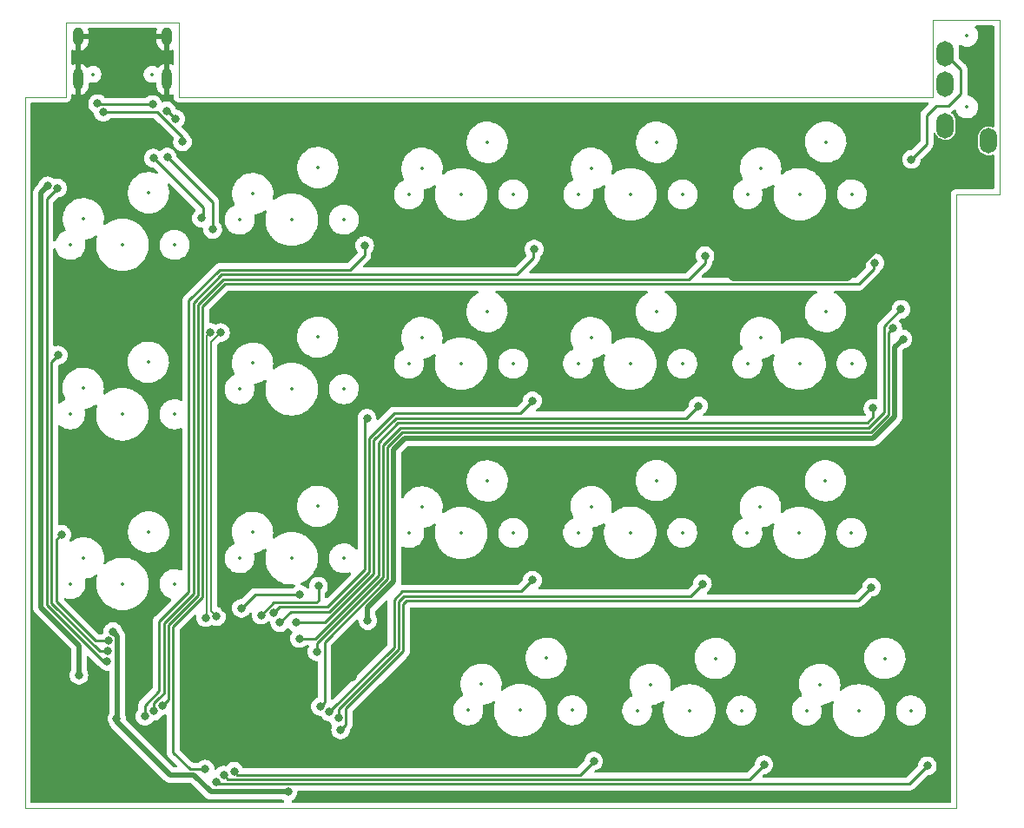
<source format=gbr>
%TF.GenerationSoftware,KiCad,Pcbnew,(6.0.6)*%
%TF.CreationDate,2022-12-14T08:04:59+09:00*%
%TF.ProjectId,split-mini__left,73706c69-742d-46d6-996e-695f5f6c6566,rev?*%
%TF.SameCoordinates,Original*%
%TF.FileFunction,Copper,L1,Top*%
%TF.FilePolarity,Positive*%
%FSLAX46Y46*%
G04 Gerber Fmt 4.6, Leading zero omitted, Abs format (unit mm)*
G04 Created by KiCad (PCBNEW (6.0.6)) date 2022-12-14 08:04:59*
%MOMM*%
%LPD*%
G01*
G04 APERTURE LIST*
%TA.AperFunction,Profile*%
%ADD10C,0.100000*%
%TD*%
%TA.AperFunction,ComponentPad*%
%ADD11O,1.000000X1.800000*%
%TD*%
%TA.AperFunction,ComponentPad*%
%ADD12O,1.000000X2.100000*%
%TD*%
%TA.AperFunction,ComponentPad*%
%ADD13O,1.700000X2.500000*%
%TD*%
%TA.AperFunction,ViaPad*%
%ADD14C,0.800000*%
%TD*%
%TA.AperFunction,Conductor*%
%ADD15C,0.250000*%
%TD*%
%TA.AperFunction,Conductor*%
%ADD16C,0.500000*%
%TD*%
%TA.AperFunction,Conductor*%
%ADD17C,0.200000*%
%TD*%
%ADD18C,0.350000*%
%ADD19O,0.600000X1.400000*%
%ADD20O,0.600000X1.700000*%
%ADD21O,1.000000X1.500000*%
G04 APERTURE END LIST*
D10*
X108880000Y-20730000D02*
X108880000Y-28230000D01*
X115380000Y-37730000D02*
X115380000Y-20730000D01*
X20380000Y-97555000D02*
X111155000Y-97555000D01*
X24380000Y-28230000D02*
X20380000Y-28230000D01*
X35380000Y-28230000D02*
X35380000Y-20930000D01*
X115380000Y-37730000D02*
X111155000Y-37730000D01*
X111155000Y-97555000D02*
X111155000Y-37730000D01*
X35380000Y-20930000D02*
X24380000Y-20930000D01*
X115380000Y-20730000D02*
X108880000Y-20730000D01*
X20380000Y-28230000D02*
X20380000Y-97555000D01*
X108880000Y-28230000D02*
X35380000Y-28230000D01*
X24380000Y-20930000D02*
X24380000Y-28230000D01*
D11*
%TO.P,J1,S1,SHIELD*%
%TO.N,GND*%
X34210000Y-22320000D03*
D12*
X25570000Y-26500000D03*
X34210000Y-26500000D03*
D11*
X25570000Y-22320000D03*
%TD*%
D13*
%TO.P,J2,A*%
%TO.N,unconnected-(J2-PadA)*%
X114300000Y-32500000D03*
%TO.P,J2,B*%
%TO.N,SCL*%
X110100000Y-24000000D03*
%TO.P,J2,C*%
%TO.N,GND*%
X110100000Y-27000000D03*
%TO.P,J2,D*%
%TO.N,VCC*%
X110100000Y-31000000D03*
%TD*%
D14*
%TO.N,Net-(C1-Pad1)*%
X41489500Y-78094500D03*
X47200000Y-76750000D03*
%TO.N,GND*%
X40150000Y-74575000D03*
X52330000Y-84820000D03*
X88725000Y-45250000D03*
X39875000Y-78075000D03*
X50600000Y-84900000D03*
X105875000Y-41025000D03*
%TO.N,VCC*%
X22590000Y-36880000D03*
X25650000Y-84625000D03*
X29330353Y-88869647D03*
X53800000Y-79300000D03*
X46025000Y-96000000D03*
X105975000Y-51825000D03*
X28961382Y-80364083D03*
%TO.N,Net-(F1-Pad1)*%
X32830000Y-28940000D03*
X27460000Y-28870000D03*
%TO.N,Net-(J1-PadA5)*%
X35740000Y-32590000D03*
X28024028Y-29695152D03*
%TO.N,Net-(J1-PadA6)*%
X34270000Y-34080000D03*
X38684500Y-41140000D03*
%TO.N,Net-(J1-PadA7)*%
X32900000Y-34180000D03*
X37594177Y-40037183D03*
%TO.N,Net-(J1-PadB5)*%
X34180000Y-29560000D03*
X35074779Y-30353484D03*
%TO.N,SCL*%
X104974799Y-50749799D03*
X49175000Y-87675000D03*
X106800000Y-34300000D03*
%TO.N,D-*%
X38000000Y-79000000D03*
X38425994Y-51165238D03*
%TO.N,D+*%
X39050500Y-78901576D03*
X39450000Y-51200000D03*
%TO.N,RESET*%
X105775000Y-48925000D03*
X48850000Y-82325000D03*
%TO.N,/col0*%
X28387352Y-83266524D03*
X23562933Y-37108925D03*
%TO.N,/col1*%
X32076475Y-88625807D03*
X53500000Y-42700000D03*
%TO.N,/col2*%
X70025000Y-43050000D03*
X32947493Y-88135569D03*
%TO.N,/col3*%
X33775000Y-87575000D03*
X86675000Y-43700000D03*
%TO.N,/col4*%
X37950000Y-93775000D03*
X103250000Y-44400000D03*
%TO.N,/col5*%
X23634500Y-53400000D03*
X28439623Y-82268389D03*
%TO.N,/col6*%
X53725000Y-59550000D03*
X44650000Y-78550000D03*
%TO.N,/col7*%
X45225000Y-79500000D03*
X69850000Y-57850000D03*
%TO.N,/col8*%
X86025000Y-58350000D03*
X46850000Y-79500000D03*
%TO.N,/col9*%
X47125000Y-81050000D03*
X103050000Y-58575000D03*
%TO.N,/col10*%
X23970438Y-70870938D03*
X28550000Y-81275000D03*
%TO.N,/col11*%
X49000000Y-75935500D03*
X43410000Y-78750000D03*
%TO.N,/col12*%
X50075000Y-88200000D03*
X69850000Y-75350000D03*
%TO.N,/col13*%
X86425000Y-75700000D03*
X50950000Y-88800000D03*
%TO.N,/col14*%
X102900000Y-76050000D03*
X51150000Y-89950000D03*
%TO.N,/col15*%
X40775000Y-94000000D03*
X75825000Y-93000000D03*
%TO.N,/col16*%
X92425000Y-93350000D03*
X39764500Y-94375000D03*
%TO.N,/col17*%
X108350000Y-93475000D03*
X39025162Y-95047596D03*
%TD*%
D15*
%TO.N,Net-(C1-Pad1)*%
X47200000Y-76750000D02*
X47190000Y-76760000D01*
X42824000Y-76760000D02*
X41489500Y-78094500D01*
X47190000Y-76760000D02*
X42824000Y-76760000D01*
D16*
%TO.N,GND*%
X50680000Y-84820000D02*
X52330000Y-84820000D01*
X89375000Y-45900000D02*
X88725000Y-45250000D01*
X50600000Y-84900000D02*
X50680000Y-84820000D01*
X40100000Y-77850000D02*
X39875000Y-78075000D01*
X105422918Y-41025000D02*
X100547918Y-45900000D01*
X100547918Y-45900000D02*
X89375000Y-45900000D01*
X40150000Y-74575000D02*
X40100000Y-74625000D01*
X105875000Y-41025000D02*
X105422918Y-41025000D01*
X40100000Y-74625000D02*
X40100000Y-77850000D01*
%TO.N,VCC*%
X105150000Y-59424568D02*
X105150000Y-52650000D01*
X103074569Y-61500000D02*
X105150000Y-59424568D01*
X25650000Y-84625000D02*
X25650000Y-81710964D01*
X29400000Y-88800000D02*
X29400000Y-80802701D01*
X21950000Y-78010964D02*
X21950000Y-37520000D01*
X29330353Y-88869647D02*
X29400000Y-88800000D01*
X21950000Y-37520000D02*
X22590000Y-36880000D01*
X38500000Y-96000000D02*
X46025000Y-96000000D01*
X53800000Y-78000000D02*
X56300000Y-75500000D01*
X29400000Y-80802701D02*
X28961382Y-80364083D01*
X29330353Y-89130353D02*
X34550000Y-94350000D01*
X34550000Y-94350000D02*
X36850000Y-94350000D01*
X29330353Y-88869647D02*
X29330353Y-89130353D01*
X56300000Y-62600000D02*
X57400000Y-61500000D01*
X36850000Y-94350000D02*
X38500000Y-96000000D01*
X57400000Y-61500000D02*
X103074569Y-61500000D01*
X105150000Y-52650000D02*
X105975000Y-51825000D01*
X53800000Y-79300000D02*
X53800000Y-78000000D01*
X25650000Y-81710964D02*
X21950000Y-78010964D01*
X56300000Y-75500000D02*
X56300000Y-62600000D01*
D15*
%TO.N,Net-(F1-Pad1)*%
X27530000Y-28940000D02*
X27460000Y-28870000D01*
X32830000Y-28940000D02*
X27530000Y-28940000D01*
%TO.N,Net-(J1-PadA5)*%
X33455000Y-29860305D02*
X33879695Y-30285000D01*
X33455000Y-29845000D02*
X33455000Y-29860305D01*
X33879695Y-30285000D02*
X33895000Y-30285000D01*
X33895000Y-30285000D02*
X35740000Y-32130000D01*
X28039180Y-29680000D02*
X33290000Y-29680000D01*
X28024028Y-29695152D02*
X28039180Y-29680000D01*
X35740000Y-32130000D02*
X35740000Y-32590000D01*
X33290000Y-29680000D02*
X33455000Y-29845000D01*
%TO.N,Net-(J1-PadA6)*%
X38684500Y-38494500D02*
X34270000Y-34080000D01*
X38684500Y-41140000D02*
X38684500Y-38494500D01*
%TO.N,Net-(J1-PadA7)*%
X37740000Y-39891360D02*
X37740000Y-39020000D01*
X37594177Y-40037183D02*
X37740000Y-39891360D01*
X37740000Y-39020000D02*
X32900000Y-34180000D01*
%TO.N,Net-(J1-PadB5)*%
X34180000Y-29560000D02*
X34281295Y-29560000D01*
X34281295Y-29560000D02*
X35074779Y-30353484D01*
%TO.N,SCL*%
X104974799Y-50749799D02*
X104575000Y-51149598D01*
X111600000Y-27900000D02*
X111600000Y-25500000D01*
X104575000Y-59186396D02*
X102836396Y-60925000D01*
X55725000Y-75261828D02*
X49575000Y-81411828D01*
X49575000Y-81411828D02*
X49575000Y-87275000D01*
X106800000Y-34300000D02*
X108300000Y-32800000D01*
X49575000Y-87275000D02*
X49175000Y-87675000D01*
X57161396Y-60925000D02*
X55725000Y-62361396D01*
X108300000Y-32800000D02*
X108300000Y-30000000D01*
X111600000Y-25500000D02*
X110100000Y-24000000D01*
X104575000Y-51149598D02*
X104575000Y-59186396D01*
X108300000Y-30000000D02*
X109200000Y-29100000D01*
X109200000Y-29100000D02*
X110400000Y-29100000D01*
X110400000Y-29100000D02*
X111600000Y-27900000D01*
X102836396Y-60925000D02*
X57161396Y-60925000D01*
X55725000Y-62361396D02*
X55725000Y-75261828D01*
D17*
%TO.N,D-*%
X38000000Y-79000000D02*
X38125994Y-78874006D01*
X38125994Y-51465238D02*
X38425994Y-51165238D01*
X38125994Y-78874006D02*
X38125994Y-51465238D01*
%TO.N,D+*%
X39050500Y-78901576D02*
X38525994Y-78377070D01*
X38525994Y-78377070D02*
X38525994Y-52124006D01*
X38525994Y-52124006D02*
X39450000Y-51200000D01*
D15*
%TO.N,RESET*%
X104125000Y-59000000D02*
X104125000Y-50575000D01*
X55275000Y-75075432D02*
X55275000Y-62175000D01*
X48850000Y-82325000D02*
X48850000Y-81500432D01*
X102650000Y-60475000D02*
X104125000Y-59000000D01*
X48850000Y-81500432D02*
X55275000Y-75075432D01*
X104125000Y-50575000D02*
X105775000Y-48925000D01*
X55275000Y-62175000D02*
X56975000Y-60475000D01*
X56975000Y-60475000D02*
X102650000Y-60475000D01*
%TO.N,/col0*%
X23562933Y-37108925D02*
X22525000Y-38146858D01*
X28018732Y-83266524D02*
X28387352Y-83266524D01*
X22525000Y-77772792D02*
X28018732Y-83266524D01*
X22525000Y-38146858D02*
X22525000Y-77772792D01*
%TO.N,/col1*%
X53500000Y-43625000D02*
X53500000Y-42700000D01*
X52075000Y-45050000D02*
X53500000Y-43625000D01*
X33475000Y-86150000D02*
X33475000Y-79344772D01*
X33475000Y-79344772D02*
X36350994Y-76468778D01*
X32076475Y-88625807D02*
X32076475Y-87548525D01*
X32076475Y-87548525D02*
X33475000Y-86150000D01*
X36350994Y-48087610D02*
X39388604Y-45050000D01*
X36350994Y-76468778D02*
X36350994Y-48087610D01*
X39388604Y-45050000D02*
X52075000Y-45050000D01*
%TO.N,/col2*%
X69975000Y-43100000D02*
X70025000Y-43050000D01*
X32947493Y-87377202D02*
X33474695Y-86850000D01*
X69975000Y-43875000D02*
X69975000Y-43100000D01*
X33475000Y-86850000D02*
X33925000Y-86400000D01*
X68350000Y-45500000D02*
X69975000Y-43875000D01*
X36800994Y-76655174D02*
X36800994Y-48274006D01*
X32947493Y-88135569D02*
X32947493Y-87377202D01*
X33925000Y-79531168D02*
X36800994Y-76655174D01*
X33925000Y-86400000D02*
X33925000Y-79531168D01*
X33474695Y-86850000D02*
X33475000Y-86850000D01*
X39575000Y-45500000D02*
X68350000Y-45500000D01*
X36800994Y-48274006D02*
X39575000Y-45500000D01*
%TO.N,/col3*%
X86675000Y-43700000D02*
X86725000Y-43750000D01*
X86725000Y-43750000D02*
X86725000Y-44400000D01*
X85100000Y-46025000D02*
X39686396Y-46025000D01*
X37250994Y-76841570D02*
X34375000Y-79717564D01*
X86725000Y-44400000D02*
X85100000Y-46025000D01*
X39686396Y-46025000D02*
X37250994Y-48460402D01*
X37250994Y-48460402D02*
X37250994Y-76841570D01*
X34375000Y-86975000D02*
X33775000Y-87575000D01*
X34375000Y-79717564D02*
X34375000Y-86975000D01*
%TO.N,/col4*%
X37700994Y-77027966D02*
X37700994Y-48646798D01*
X103150000Y-44500000D02*
X103250000Y-44400000D01*
X37700994Y-48646798D02*
X39872792Y-46475000D01*
X39872792Y-46475000D02*
X101650000Y-46475000D01*
X34825000Y-92136828D02*
X34825000Y-79903960D01*
X34825000Y-79903960D02*
X37700994Y-77027966D01*
X103150000Y-44975000D02*
X103150000Y-44500000D01*
X101650000Y-46475000D02*
X103150000Y-44975000D01*
X37950000Y-93775000D02*
X36463172Y-93775000D01*
X36463172Y-93775000D02*
X34825000Y-92136828D01*
%TO.N,/col5*%
X23634500Y-53400000D02*
X23600000Y-53400000D01*
X27656993Y-82268389D02*
X28439623Y-82268389D01*
X23600000Y-53400000D02*
X22975000Y-54025000D01*
X22975000Y-54025000D02*
X22975000Y-77586396D01*
X22975000Y-77586396D02*
X27656993Y-82268389D01*
%TO.N,/col6*%
X44650000Y-78550000D02*
X45225000Y-77975000D01*
X53475000Y-74329848D02*
X53475000Y-59800000D01*
X49829848Y-77975000D02*
X53475000Y-74329848D01*
X45225000Y-77975000D02*
X49829848Y-77975000D01*
X53475000Y-59800000D02*
X53725000Y-59550000D01*
%TO.N,/col7*%
X53925000Y-61500000D02*
X56350000Y-59075000D01*
X45225000Y-79500000D02*
X46300000Y-78425000D01*
X53925000Y-74516244D02*
X53925000Y-61500000D01*
X68625000Y-59075000D02*
X69850000Y-57850000D01*
X46300000Y-78425000D02*
X50016244Y-78425000D01*
X56350000Y-59075000D02*
X68625000Y-59075000D01*
X50016244Y-78425000D02*
X53925000Y-74516244D01*
%TO.N,/col8*%
X46850000Y-79500000D02*
X49577640Y-79500000D01*
X84850000Y-59525000D02*
X86025000Y-58350000D01*
X49577640Y-79500000D02*
X54375000Y-74702640D01*
X54375000Y-74702640D02*
X54375000Y-61725000D01*
X54375000Y-61725000D02*
X56575000Y-59525000D01*
X56575000Y-59525000D02*
X84850000Y-59525000D01*
%TO.N,/col9*%
X54825000Y-61911396D02*
X56761396Y-59975000D01*
X54825000Y-74889036D02*
X54825000Y-61911396D01*
X103050000Y-59438604D02*
X103050000Y-58575000D01*
X48664036Y-81050000D02*
X54825000Y-74889036D01*
X47125000Y-81050000D02*
X48664036Y-81050000D01*
X56761396Y-59975000D02*
X102513604Y-59975000D01*
X102513604Y-59975000D02*
X103050000Y-59438604D01*
%TO.N,/col10*%
X23929062Y-70870938D02*
X23425000Y-71375000D01*
X23970438Y-70870938D02*
X23929062Y-70870938D01*
X23425000Y-77400000D02*
X27300000Y-81275000D01*
X23425000Y-71375000D02*
X23425000Y-77400000D01*
X27300000Y-81275000D02*
X28550000Y-81275000D01*
%TO.N,/col11*%
X44635000Y-77525000D02*
X43410000Y-78750000D01*
X49000000Y-75935500D02*
X49000000Y-77325000D01*
X48800000Y-77525000D02*
X44635000Y-77525000D01*
X49000000Y-77325000D02*
X48800000Y-77525000D01*
%TO.N,/col12*%
X68750000Y-76450000D02*
X69850000Y-75350000D01*
X50075000Y-88200000D02*
X56375000Y-81900000D01*
X57175000Y-76450000D02*
X68750000Y-76450000D01*
X56375000Y-77250000D02*
X57175000Y-76450000D01*
X56375000Y-81900000D02*
X56375000Y-77250000D01*
%TO.N,/col13*%
X50950000Y-87961396D02*
X56825000Y-82086396D01*
X57361396Y-76900000D02*
X85225000Y-76900000D01*
X85225000Y-76900000D02*
X86425000Y-75700000D01*
X56825000Y-77436396D02*
X57361396Y-76900000D01*
X56825000Y-82086396D02*
X56825000Y-77436396D01*
X50950000Y-88800000D02*
X50950000Y-87961396D01*
%TO.N,/col14*%
X57575000Y-77350000D02*
X101600000Y-77350000D01*
X57275000Y-77650000D02*
X57575000Y-77350000D01*
X51675000Y-87872792D02*
X57275000Y-82272792D01*
X101600000Y-77350000D02*
X102900000Y-76050000D01*
X51675000Y-89425000D02*
X51675000Y-87872792D01*
X51150000Y-89950000D02*
X51675000Y-89425000D01*
X57275000Y-82272792D02*
X57275000Y-77650000D01*
%TO.N,/col15*%
X41100000Y-94325000D02*
X74500000Y-94325000D01*
X40775000Y-94000000D02*
X41100000Y-94325000D01*
X74500000Y-94325000D02*
X75825000Y-93000000D01*
%TO.N,/col16*%
X39764500Y-94375000D02*
X40164500Y-94775000D01*
X91000000Y-94775000D02*
X92425000Y-93350000D01*
X40164500Y-94775000D02*
X91000000Y-94775000D01*
%TO.N,/col17*%
X106600000Y-95225000D02*
X108350000Y-93475000D01*
X39025162Y-95047596D02*
X39202566Y-95225000D01*
X39202566Y-95225000D02*
X106600000Y-95225000D01*
%TD*%
%TA.AperFunction,Conductor*%
%TO.N,GND*%
G36*
X114813621Y-21258502D02*
G01*
X114860114Y-21312158D01*
X114871500Y-21364500D01*
X114871500Y-31063708D01*
X114851498Y-31131829D01*
X114797842Y-31178322D01*
X114727568Y-31188426D01*
X114689871Y-31176763D01*
X114656276Y-31160233D01*
X114650545Y-31157413D01*
X114644367Y-31155804D01*
X114644365Y-31155803D01*
X114460034Y-31107788D01*
X114460031Y-31107788D01*
X114453852Y-31106178D01*
X114372672Y-31101924D01*
X114257256Y-31095875D01*
X114257252Y-31095875D01*
X114250874Y-31095541D01*
X114049903Y-31125935D01*
X114043908Y-31128141D01*
X114043907Y-31128141D01*
X114032476Y-31132347D01*
X113859148Y-31196119D01*
X113853728Y-31199479D01*
X113853727Y-31199480D01*
X113691824Y-31299863D01*
X113691820Y-31299866D01*
X113686401Y-31303226D01*
X113681763Y-31307612D01*
X113600906Y-31384075D01*
X113538720Y-31442881D01*
X113422137Y-31609379D01*
X113341414Y-31795919D01*
X113340108Y-31802171D01*
X113303210Y-31978793D01*
X113299849Y-31994880D01*
X113299500Y-32001539D01*
X113299500Y-32950800D01*
X113299823Y-32953979D01*
X113312524Y-33079017D01*
X113314880Y-33102216D01*
X113375662Y-33296172D01*
X113378760Y-33301761D01*
X113385484Y-33313891D01*
X113474203Y-33473944D01*
X113606477Y-33628271D01*
X113611514Y-33632178D01*
X113611516Y-33632180D01*
X113630238Y-33646702D01*
X113767081Y-33752848D01*
X113949455Y-33842587D01*
X113955633Y-33844196D01*
X113955635Y-33844197D01*
X114139966Y-33892212D01*
X114139969Y-33892212D01*
X114146148Y-33893822D01*
X114227328Y-33898076D01*
X114342744Y-33904125D01*
X114342748Y-33904125D01*
X114349126Y-33904459D01*
X114550097Y-33874065D01*
X114701994Y-33818178D01*
X114772830Y-33813428D01*
X114834990Y-33847729D01*
X114868738Y-33910192D01*
X114871500Y-33936428D01*
X114871500Y-37095500D01*
X114851498Y-37163621D01*
X114797842Y-37210114D01*
X114745500Y-37221500D01*
X111163623Y-37221500D01*
X111162853Y-37221498D01*
X111162037Y-37221493D01*
X111085279Y-37221024D01*
X111062918Y-37227415D01*
X111056847Y-37229150D01*
X111040085Y-37232728D01*
X111010813Y-37236920D01*
X111002645Y-37240634D01*
X111002644Y-37240634D01*
X110987438Y-37247548D01*
X110969914Y-37253996D01*
X110945229Y-37261051D01*
X110937635Y-37265843D01*
X110937632Y-37265844D01*
X110920220Y-37276830D01*
X110905137Y-37284969D01*
X110878218Y-37297208D01*
X110871416Y-37303069D01*
X110858765Y-37313970D01*
X110843761Y-37325073D01*
X110822042Y-37338776D01*
X110816103Y-37345501D01*
X110816099Y-37345504D01*
X110802468Y-37360938D01*
X110790276Y-37372982D01*
X110774673Y-37386427D01*
X110774671Y-37386430D01*
X110767873Y-37392287D01*
X110762993Y-37399816D01*
X110762992Y-37399817D01*
X110753906Y-37413835D01*
X110742615Y-37428709D01*
X110731977Y-37440755D01*
X110725622Y-37447951D01*
X110720232Y-37459432D01*
X110713058Y-37474711D01*
X110704737Y-37489691D01*
X110693529Y-37506983D01*
X110693527Y-37506988D01*
X110688648Y-37514515D01*
X110686078Y-37523108D01*
X110686076Y-37523113D01*
X110681289Y-37539120D01*
X110674628Y-37556564D01*
X110667533Y-37571676D01*
X110663719Y-37579800D01*
X110662338Y-37588667D01*
X110662338Y-37588668D01*
X110659170Y-37609015D01*
X110655387Y-37625732D01*
X110649485Y-37645466D01*
X110649484Y-37645472D01*
X110646914Y-37654066D01*
X110646859Y-37663037D01*
X110646859Y-37663038D01*
X110646704Y-37688497D01*
X110646671Y-37689289D01*
X110646500Y-37690386D01*
X110646500Y-37721377D01*
X110646498Y-37722147D01*
X110646024Y-37799721D01*
X110646408Y-37801065D01*
X110646500Y-37802410D01*
X110646500Y-96920500D01*
X110626498Y-96988621D01*
X110572842Y-97035114D01*
X110520500Y-97046500D01*
X46500939Y-97046500D01*
X46432818Y-97026498D01*
X46386325Y-96972842D01*
X46376221Y-96902568D01*
X46405715Y-96837988D01*
X46449690Y-96805393D01*
X46475722Y-96793803D01*
X46475724Y-96793802D01*
X46481752Y-96791118D01*
X46487097Y-96787235D01*
X46551481Y-96740457D01*
X46636253Y-96678866D01*
X46741511Y-96561965D01*
X46759621Y-96541852D01*
X46759622Y-96541851D01*
X46764040Y-96536944D01*
X46859527Y-96371556D01*
X46918542Y-96189928D01*
X46938504Y-96000000D01*
X46937814Y-95993435D01*
X46937814Y-95986830D01*
X46940243Y-95986830D01*
X46951029Y-95927837D01*
X46999528Y-95875988D01*
X47063569Y-95858500D01*
X106521233Y-95858500D01*
X106532416Y-95859027D01*
X106539909Y-95860702D01*
X106547835Y-95860453D01*
X106547836Y-95860453D01*
X106607986Y-95858562D01*
X106611945Y-95858500D01*
X106639856Y-95858500D01*
X106643791Y-95858003D01*
X106643856Y-95857995D01*
X106655693Y-95857062D01*
X106687951Y-95856048D01*
X106691970Y-95855922D01*
X106699889Y-95855673D01*
X106719343Y-95850021D01*
X106738700Y-95846013D01*
X106750930Y-95844468D01*
X106750931Y-95844468D01*
X106758797Y-95843474D01*
X106766168Y-95840555D01*
X106766170Y-95840555D01*
X106799912Y-95827196D01*
X106811142Y-95823351D01*
X106845983Y-95813229D01*
X106845984Y-95813229D01*
X106853593Y-95811018D01*
X106860412Y-95806985D01*
X106860417Y-95806983D01*
X106871028Y-95800707D01*
X106888776Y-95792012D01*
X106907617Y-95784552D01*
X106943387Y-95758564D01*
X106953307Y-95752048D01*
X106984535Y-95733580D01*
X106984538Y-95733578D01*
X106991362Y-95729542D01*
X107005683Y-95715221D01*
X107020717Y-95702380D01*
X107030694Y-95695131D01*
X107037107Y-95690472D01*
X107065298Y-95656395D01*
X107073288Y-95647616D01*
X108300500Y-94420405D01*
X108362812Y-94386379D01*
X108389595Y-94383500D01*
X108445487Y-94383500D01*
X108451939Y-94382128D01*
X108451944Y-94382128D01*
X108538887Y-94363647D01*
X108632288Y-94343794D01*
X108638319Y-94341109D01*
X108800722Y-94268803D01*
X108800724Y-94268802D01*
X108806752Y-94266118D01*
X108961253Y-94153866D01*
X108970314Y-94143803D01*
X109084621Y-94016852D01*
X109084622Y-94016851D01*
X109089040Y-94011944D01*
X109184527Y-93846556D01*
X109243542Y-93664928D01*
X109257595Y-93531226D01*
X109262814Y-93481565D01*
X109263504Y-93475000D01*
X109249676Y-93343435D01*
X109244232Y-93291635D01*
X109244232Y-93291633D01*
X109243542Y-93285072D01*
X109184527Y-93103444D01*
X109089040Y-92938056D01*
X108972071Y-92808148D01*
X108965675Y-92801045D01*
X108965674Y-92801044D01*
X108961253Y-92796134D01*
X108806752Y-92683882D01*
X108800724Y-92681198D01*
X108800722Y-92681197D01*
X108638319Y-92608891D01*
X108638318Y-92608891D01*
X108632288Y-92606206D01*
X108538887Y-92586353D01*
X108451944Y-92567872D01*
X108451939Y-92567872D01*
X108445487Y-92566500D01*
X108254513Y-92566500D01*
X108248061Y-92567872D01*
X108248056Y-92567872D01*
X108161112Y-92586353D01*
X108067712Y-92606206D01*
X108061682Y-92608891D01*
X108061681Y-92608891D01*
X107899278Y-92681197D01*
X107899276Y-92681198D01*
X107893248Y-92683882D01*
X107738747Y-92796134D01*
X107734326Y-92801044D01*
X107734325Y-92801045D01*
X107727930Y-92808148D01*
X107610960Y-92938056D01*
X107515473Y-93103444D01*
X107456458Y-93285072D01*
X107455768Y-93291633D01*
X107455768Y-93291635D01*
X107450324Y-93343435D01*
X107440310Y-93438717D01*
X107439093Y-93450293D01*
X107412080Y-93515950D01*
X107402878Y-93526218D01*
X106374500Y-94554595D01*
X106312188Y-94588621D01*
X106285405Y-94591500D01*
X92383594Y-94591500D01*
X92315473Y-94571498D01*
X92268980Y-94517842D01*
X92258876Y-94447568D01*
X92288370Y-94382988D01*
X92294499Y-94376405D01*
X92375499Y-94295405D01*
X92437811Y-94261379D01*
X92464594Y-94258500D01*
X92520487Y-94258500D01*
X92526939Y-94257128D01*
X92526944Y-94257128D01*
X92613888Y-94238647D01*
X92707288Y-94218794D01*
X92713319Y-94216109D01*
X92875722Y-94143803D01*
X92875724Y-94143802D01*
X92881752Y-94141118D01*
X93036253Y-94028866D01*
X93040675Y-94023955D01*
X93159621Y-93891852D01*
X93159622Y-93891851D01*
X93164040Y-93886944D01*
X93259527Y-93721556D01*
X93318542Y-93539928D01*
X93322231Y-93504834D01*
X93337814Y-93356565D01*
X93338504Y-93350000D01*
X93318542Y-93160072D01*
X93259527Y-92978444D01*
X93164040Y-92813056D01*
X93155701Y-92803794D01*
X93040675Y-92676045D01*
X93040674Y-92676044D01*
X93036253Y-92671134D01*
X92881752Y-92558882D01*
X92875724Y-92556198D01*
X92875722Y-92556197D01*
X92713319Y-92483891D01*
X92713318Y-92483891D01*
X92707288Y-92481206D01*
X92613888Y-92461353D01*
X92526944Y-92442872D01*
X92526939Y-92442872D01*
X92520487Y-92441500D01*
X92329513Y-92441500D01*
X92323061Y-92442872D01*
X92323056Y-92442872D01*
X92236112Y-92461353D01*
X92142712Y-92481206D01*
X92136682Y-92483891D01*
X92136681Y-92483891D01*
X91974278Y-92556197D01*
X91974276Y-92556198D01*
X91968248Y-92558882D01*
X91813747Y-92671134D01*
X91809326Y-92676044D01*
X91809325Y-92676045D01*
X91694300Y-92803794D01*
X91685960Y-92813056D01*
X91590473Y-92978444D01*
X91531458Y-93160072D01*
X91530768Y-93166633D01*
X91530768Y-93166635D01*
X91514093Y-93325292D01*
X91487080Y-93390949D01*
X91477878Y-93401217D01*
X90774500Y-94104595D01*
X90712188Y-94138621D01*
X90685405Y-94141500D01*
X76023120Y-94141500D01*
X75954999Y-94121498D01*
X75908506Y-94067842D01*
X75898402Y-93997568D01*
X75927896Y-93932988D01*
X75987622Y-93894604D01*
X75996923Y-93892253D01*
X76021899Y-93886944D01*
X76107288Y-93868794D01*
X76113319Y-93866109D01*
X76275722Y-93793803D01*
X76275724Y-93793802D01*
X76281752Y-93791118D01*
X76293994Y-93782224D01*
X76391910Y-93711083D01*
X76436253Y-93678866D01*
X76515207Y-93591179D01*
X76559621Y-93541852D01*
X76559622Y-93541851D01*
X76564040Y-93536944D01*
X76637488Y-93409729D01*
X76656223Y-93377279D01*
X76656224Y-93377278D01*
X76659527Y-93371556D01*
X76718542Y-93189928D01*
X76738504Y-93000000D01*
X76735637Y-92972721D01*
X76719232Y-92816635D01*
X76719232Y-92816633D01*
X76718542Y-92810072D01*
X76659527Y-92628444D01*
X76564040Y-92463056D01*
X76553061Y-92450862D01*
X76440675Y-92326045D01*
X76440674Y-92326044D01*
X76436253Y-92321134D01*
X76330535Y-92244325D01*
X76287094Y-92212763D01*
X76287093Y-92212762D01*
X76281752Y-92208882D01*
X76275724Y-92206198D01*
X76275722Y-92206197D01*
X76113319Y-92133891D01*
X76113318Y-92133891D01*
X76107288Y-92131206D01*
X76013888Y-92111353D01*
X75926944Y-92092872D01*
X75926939Y-92092872D01*
X75920487Y-92091500D01*
X75729513Y-92091500D01*
X75723061Y-92092872D01*
X75723056Y-92092872D01*
X75636112Y-92111353D01*
X75542712Y-92131206D01*
X75536682Y-92133891D01*
X75536681Y-92133891D01*
X75374278Y-92206197D01*
X75374276Y-92206198D01*
X75368248Y-92208882D01*
X75362907Y-92212762D01*
X75362906Y-92212763D01*
X75319465Y-92244325D01*
X75213747Y-92321134D01*
X75209326Y-92326044D01*
X75209325Y-92326045D01*
X75096940Y-92450862D01*
X75085960Y-92463056D01*
X74990473Y-92628444D01*
X74931458Y-92810072D01*
X74918007Y-92938056D01*
X74914093Y-92975292D01*
X74887080Y-93040949D01*
X74877878Y-93051218D01*
X74274499Y-93654596D01*
X74212187Y-93688621D01*
X74185404Y-93691500D01*
X41718671Y-93691500D01*
X41650550Y-93671498D01*
X41612226Y-93626886D01*
X41609527Y-93628444D01*
X41582249Y-93581197D01*
X41514040Y-93463056D01*
X41386253Y-93321134D01*
X41231752Y-93208882D01*
X41225724Y-93206198D01*
X41225722Y-93206197D01*
X41063319Y-93133891D01*
X41063318Y-93133891D01*
X41057288Y-93131206D01*
X40956247Y-93109729D01*
X40876944Y-93092872D01*
X40876939Y-93092872D01*
X40870487Y-93091500D01*
X40679513Y-93091500D01*
X40673061Y-93092872D01*
X40673056Y-93092872D01*
X40593753Y-93109729D01*
X40492712Y-93131206D01*
X40486682Y-93133891D01*
X40486681Y-93133891D01*
X40324278Y-93206197D01*
X40324276Y-93206198D01*
X40318248Y-93208882D01*
X40163747Y-93321134D01*
X40053765Y-93443282D01*
X39993321Y-93480521D01*
X39933933Y-93482217D01*
X39866453Y-93467873D01*
X39866440Y-93467872D01*
X39859987Y-93466500D01*
X39669013Y-93466500D01*
X39662561Y-93467872D01*
X39662556Y-93467872D01*
X39575612Y-93486353D01*
X39482212Y-93506206D01*
X39476182Y-93508891D01*
X39476181Y-93508891D01*
X39313778Y-93581197D01*
X39313776Y-93581198D01*
X39307748Y-93583882D01*
X39302407Y-93587762D01*
X39302406Y-93587763D01*
X39297263Y-93591500D01*
X39153247Y-93696134D01*
X39075730Y-93782225D01*
X39015286Y-93819463D01*
X38944302Y-93818111D01*
X38885318Y-93778597D01*
X38856786Y-93711083D01*
X38844232Y-93591635D01*
X38844232Y-93591633D01*
X38843542Y-93585072D01*
X38784527Y-93403444D01*
X38766117Y-93371556D01*
X38692341Y-93243774D01*
X38689040Y-93238056D01*
X38645706Y-93189928D01*
X38565675Y-93101045D01*
X38565674Y-93101044D01*
X38561253Y-93096134D01*
X38437972Y-93006565D01*
X38412094Y-92987763D01*
X38412093Y-92987762D01*
X38406752Y-92983882D01*
X38400724Y-92981198D01*
X38400722Y-92981197D01*
X38238319Y-92908891D01*
X38238318Y-92908891D01*
X38232288Y-92906206D01*
X38138888Y-92886353D01*
X38051944Y-92867872D01*
X38051939Y-92867872D01*
X38045487Y-92866500D01*
X37854513Y-92866500D01*
X37848061Y-92867872D01*
X37848056Y-92867872D01*
X37761112Y-92886353D01*
X37667712Y-92906206D01*
X37661682Y-92908891D01*
X37661681Y-92908891D01*
X37499278Y-92981197D01*
X37499276Y-92981198D01*
X37493248Y-92983882D01*
X37487907Y-92987762D01*
X37487906Y-92987763D01*
X37449143Y-93015926D01*
X37338747Y-93096134D01*
X37334332Y-93101037D01*
X37329420Y-93105460D01*
X37328295Y-93104211D01*
X37274986Y-93137051D01*
X37241800Y-93141500D01*
X36777766Y-93141500D01*
X36709645Y-93121498D01*
X36688671Y-93104595D01*
X35495405Y-91911328D01*
X35461379Y-91849016D01*
X35458500Y-91822233D01*
X35458500Y-80218554D01*
X35478502Y-80150433D01*
X35495405Y-80129459D01*
X36485926Y-79138938D01*
X36889118Y-78735747D01*
X36951428Y-78701722D01*
X37022243Y-78706787D01*
X37079079Y-78749334D01*
X37103890Y-78815854D01*
X37103521Y-78838013D01*
X37093356Y-78934729D01*
X37086496Y-79000000D01*
X37087186Y-79006565D01*
X37097298Y-79102771D01*
X37106458Y-79189928D01*
X37165473Y-79371556D01*
X37260960Y-79536944D01*
X37388747Y-79678866D01*
X37543248Y-79791118D01*
X37549276Y-79793802D01*
X37549278Y-79793803D01*
X37646175Y-79836944D01*
X37717712Y-79868794D01*
X37811113Y-79888647D01*
X37898056Y-79907128D01*
X37898061Y-79907128D01*
X37904513Y-79908500D01*
X38095487Y-79908500D01*
X38101939Y-79907128D01*
X38101944Y-79907128D01*
X38188887Y-79888647D01*
X38282288Y-79868794D01*
X38353825Y-79836944D01*
X38450722Y-79793803D01*
X38450724Y-79793802D01*
X38456752Y-79791118D01*
X38489006Y-79767684D01*
X38533948Y-79735032D01*
X38600816Y-79711173D01*
X38659257Y-79721861D01*
X38762177Y-79767684D01*
X38762185Y-79767687D01*
X38768212Y-79770370D01*
X38847565Y-79787237D01*
X38948556Y-79808704D01*
X38948561Y-79808704D01*
X38955013Y-79810076D01*
X39145987Y-79810076D01*
X39152439Y-79808704D01*
X39152444Y-79808704D01*
X39253435Y-79787237D01*
X39332788Y-79770370D01*
X39441742Y-79721861D01*
X39501222Y-79695379D01*
X39501224Y-79695378D01*
X39507252Y-79692694D01*
X39661753Y-79580442D01*
X39696500Y-79541852D01*
X39785121Y-79443428D01*
X39785122Y-79443427D01*
X39789540Y-79438520D01*
X39850689Y-79332607D01*
X39881723Y-79278855D01*
X39881724Y-79278854D01*
X39885027Y-79273132D01*
X39944042Y-79091504D01*
X39954092Y-78995889D01*
X39963314Y-78908141D01*
X39964004Y-78901576D01*
X39950013Y-78768455D01*
X39944732Y-78718211D01*
X39944732Y-78718209D01*
X39944042Y-78711648D01*
X39885027Y-78530020D01*
X39789540Y-78364632D01*
X39781690Y-78355913D01*
X39666175Y-78227621D01*
X39666174Y-78227620D01*
X39661753Y-78222710D01*
X39562657Y-78150712D01*
X39512594Y-78114339D01*
X39512593Y-78114338D01*
X39507252Y-78110458D01*
X39501224Y-78107774D01*
X39501222Y-78107773D01*
X39338819Y-78035467D01*
X39338818Y-78035467D01*
X39332788Y-78032782D01*
X39234297Y-78011847D01*
X39171824Y-77978118D01*
X39137502Y-77915969D01*
X39134494Y-77888600D01*
X39134494Y-73322089D01*
X39840066Y-73322089D01*
X39876343Y-73559163D01*
X39904738Y-73646037D01*
X39943917Y-73765904D01*
X39950854Y-73787129D01*
X40061597Y-73999864D01*
X40064700Y-74003997D01*
X40064702Y-74004000D01*
X40126214Y-74085926D01*
X40205598Y-74191655D01*
X40209336Y-74195227D01*
X40371139Y-74349849D01*
X40378990Y-74357352D01*
X40383262Y-74360266D01*
X40383263Y-74360267D01*
X40399717Y-74371491D01*
X40577117Y-74492505D01*
X40651927Y-74527231D01*
X40787476Y-74590151D01*
X40794656Y-74593484D01*
X41025768Y-74657576D01*
X41129479Y-74668660D01*
X41218222Y-74678144D01*
X41218230Y-74678144D01*
X41221557Y-74678500D01*
X41360803Y-74678500D01*
X41363376Y-74678288D01*
X41363387Y-74678288D01*
X41533876Y-74664271D01*
X41533882Y-74664270D01*
X41539027Y-74663847D01*
X41693605Y-74625020D01*
X41766625Y-74606679D01*
X41766629Y-74606678D01*
X41771636Y-74605420D01*
X41776366Y-74603364D01*
X41776373Y-74603361D01*
X41986841Y-74511847D01*
X41986844Y-74511845D01*
X41991578Y-74509787D01*
X41995912Y-74506983D01*
X41995916Y-74506981D01*
X42188604Y-74382325D01*
X42188607Y-74382323D01*
X42192947Y-74379515D01*
X42201766Y-74371491D01*
X42366513Y-74221582D01*
X42366514Y-74221580D01*
X42370335Y-74218104D01*
X42373534Y-74214053D01*
X42373538Y-74214049D01*
X42515774Y-74033946D01*
X42518979Y-74029888D01*
X42634887Y-73819922D01*
X42689009Y-73667087D01*
X42713219Y-73598720D01*
X42713220Y-73598716D01*
X42714945Y-73593845D01*
X42715853Y-73588749D01*
X42756098Y-73362816D01*
X42756099Y-73362810D01*
X42757004Y-73357727D01*
X42759400Y-73161626D01*
X42759871Y-73123081D01*
X42759871Y-73123079D01*
X42759934Y-73117911D01*
X42723657Y-72880837D01*
X42710524Y-72840657D01*
X42708373Y-72769694D01*
X42744929Y-72708832D01*
X42808586Y-72677395D01*
X42821499Y-72675819D01*
X42845828Y-72674118D01*
X42845834Y-72674117D01*
X42850212Y-72673811D01*
X43124970Y-72615409D01*
X43129099Y-72613906D01*
X43129103Y-72613905D01*
X43384781Y-72520846D01*
X43384785Y-72520844D01*
X43388926Y-72519337D01*
X43636942Y-72387464D01*
X43691998Y-72347464D01*
X43741446Y-72311538D01*
X43808314Y-72287679D01*
X43877466Y-72303760D01*
X43926946Y-72354674D01*
X43941045Y-72424257D01*
X43937548Y-72444809D01*
X43861849Y-72739637D01*
X43861353Y-72743565D01*
X43861352Y-72743569D01*
X43848393Y-72846155D01*
X43821500Y-73059033D01*
X43821500Y-73380967D01*
X43839727Y-73525251D01*
X43857501Y-73665941D01*
X43861849Y-73700363D01*
X43862835Y-73704202D01*
X43940925Y-74008345D01*
X43940928Y-74008353D01*
X43941911Y-74012183D01*
X44060422Y-74311510D01*
X44215516Y-74593624D01*
X44269009Y-74667251D01*
X44387133Y-74829834D01*
X44404744Y-74854074D01*
X44625123Y-75088754D01*
X44740124Y-75183891D01*
X44835464Y-75262763D01*
X44873178Y-75293963D01*
X45144996Y-75466464D01*
X45148575Y-75468148D01*
X45148582Y-75468152D01*
X45432701Y-75601848D01*
X45432705Y-75601850D01*
X45436291Y-75603537D01*
X45440063Y-75604763D01*
X45440064Y-75604763D01*
X45464790Y-75612797D01*
X45742469Y-75703020D01*
X46058701Y-75763345D01*
X46299588Y-75778500D01*
X46460412Y-75778500D01*
X46529548Y-75774150D01*
X46609036Y-75769150D01*
X46678278Y-75784835D01*
X46728048Y-75835466D01*
X46742544Y-75904967D01*
X46717164Y-75971272D01*
X46691009Y-75996836D01*
X46588747Y-76071134D01*
X46584334Y-76076036D01*
X46584332Y-76076037D01*
X46576432Y-76084811D01*
X46515985Y-76122050D01*
X46482796Y-76126500D01*
X42902767Y-76126500D01*
X42891584Y-76125973D01*
X42884091Y-76124298D01*
X42876165Y-76124547D01*
X42876164Y-76124547D01*
X42816014Y-76126438D01*
X42812055Y-76126500D01*
X42784144Y-76126500D01*
X42780210Y-76126997D01*
X42780209Y-76126997D01*
X42780144Y-76127005D01*
X42768307Y-76127938D01*
X42736049Y-76128952D01*
X42732030Y-76129078D01*
X42724111Y-76129327D01*
X42704657Y-76134979D01*
X42685300Y-76138987D01*
X42673070Y-76140532D01*
X42673069Y-76140532D01*
X42665203Y-76141526D01*
X42657832Y-76144445D01*
X42657830Y-76144445D01*
X42624088Y-76157804D01*
X42612858Y-76161649D01*
X42578017Y-76171771D01*
X42578016Y-76171771D01*
X42570407Y-76173982D01*
X42563588Y-76178015D01*
X42563583Y-76178017D01*
X42552972Y-76184293D01*
X42535224Y-76192988D01*
X42516383Y-76200448D01*
X42509967Y-76205110D01*
X42509966Y-76205110D01*
X42480613Y-76226436D01*
X42470693Y-76232952D01*
X42439465Y-76251420D01*
X42439462Y-76251422D01*
X42432638Y-76255458D01*
X42418317Y-76269779D01*
X42403284Y-76282619D01*
X42386893Y-76294528D01*
X42381843Y-76300632D01*
X42381838Y-76300637D01*
X42358707Y-76328598D01*
X42350717Y-76337379D01*
X41538999Y-77149096D01*
X41476687Y-77183121D01*
X41449904Y-77186000D01*
X41394013Y-77186000D01*
X41387561Y-77187372D01*
X41387556Y-77187372D01*
X41327480Y-77200142D01*
X41207212Y-77225706D01*
X41201182Y-77228391D01*
X41201181Y-77228391D01*
X41038778Y-77300697D01*
X41038776Y-77300698D01*
X41032748Y-77303382D01*
X41027407Y-77307262D01*
X41027406Y-77307263D01*
X41013571Y-77317315D01*
X40878247Y-77415634D01*
X40873826Y-77420544D01*
X40873825Y-77420545D01*
X40831855Y-77467158D01*
X40750460Y-77557556D01*
X40654973Y-77722944D01*
X40595958Y-77904572D01*
X40595268Y-77911133D01*
X40595268Y-77911135D01*
X40582041Y-78036982D01*
X40575996Y-78094500D01*
X40576686Y-78101065D01*
X40589058Y-78218774D01*
X40595958Y-78284428D01*
X40654973Y-78466056D01*
X40658276Y-78471778D01*
X40658277Y-78471779D01*
X40665495Y-78484280D01*
X40750460Y-78631444D01*
X40754878Y-78636351D01*
X40754879Y-78636352D01*
X40857208Y-78750000D01*
X40878247Y-78773366D01*
X40950693Y-78826001D01*
X40987540Y-78852772D01*
X41032748Y-78885618D01*
X41038776Y-78888302D01*
X41038778Y-78888303D01*
X41201181Y-78960609D01*
X41207212Y-78963294D01*
X41268871Y-78976400D01*
X41387556Y-79001628D01*
X41387561Y-79001628D01*
X41394013Y-79003000D01*
X41584987Y-79003000D01*
X41591439Y-79001628D01*
X41591444Y-79001628D01*
X41710129Y-78976400D01*
X41771788Y-78963294D01*
X41777819Y-78960609D01*
X41940222Y-78888303D01*
X41940224Y-78888302D01*
X41946252Y-78885618D01*
X41991461Y-78852772D01*
X42028307Y-78826001D01*
X42100753Y-78773366D01*
X42121792Y-78750000D01*
X42224121Y-78636352D01*
X42224122Y-78636351D01*
X42228540Y-78631444D01*
X42274975Y-78551016D01*
X42326357Y-78502023D01*
X42396071Y-78488587D01*
X42461982Y-78514973D01*
X42503164Y-78572805D01*
X42509404Y-78627186D01*
X42508441Y-78636352D01*
X42496496Y-78750000D01*
X42497186Y-78756565D01*
X42514595Y-78922198D01*
X42516458Y-78939928D01*
X42575473Y-79121556D01*
X42578776Y-79127278D01*
X42578777Y-79127279D01*
X42601495Y-79166627D01*
X42670960Y-79286944D01*
X42675378Y-79291851D01*
X42675379Y-79291852D01*
X42682965Y-79300277D01*
X42798747Y-79428866D01*
X42953248Y-79541118D01*
X42959276Y-79543802D01*
X42959278Y-79543803D01*
X43121681Y-79616109D01*
X43127712Y-79618794D01*
X43221113Y-79638647D01*
X43308056Y-79657128D01*
X43308061Y-79657128D01*
X43314513Y-79658500D01*
X43505487Y-79658500D01*
X43511939Y-79657128D01*
X43511944Y-79657128D01*
X43598887Y-79638647D01*
X43692288Y-79618794D01*
X43698319Y-79616109D01*
X43860722Y-79543803D01*
X43860724Y-79543802D01*
X43866752Y-79541118D01*
X44021253Y-79428866D01*
X44065618Y-79379594D01*
X44126062Y-79342356D01*
X44197046Y-79343708D01*
X44210502Y-79348800D01*
X44238534Y-79361281D01*
X44292629Y-79407261D01*
X44313278Y-79475189D01*
X44312593Y-79489562D01*
X44311496Y-79500000D01*
X44312186Y-79506565D01*
X44330129Y-79677279D01*
X44331458Y-79689928D01*
X44390473Y-79871556D01*
X44393776Y-79877278D01*
X44393777Y-79877279D01*
X44411803Y-79908500D01*
X44485960Y-80036944D01*
X44490378Y-80041851D01*
X44490379Y-80041852D01*
X44602490Y-80166364D01*
X44613747Y-80178866D01*
X44768248Y-80291118D01*
X44774276Y-80293802D01*
X44774278Y-80293803D01*
X44936681Y-80366109D01*
X44942712Y-80368794D01*
X45036113Y-80388647D01*
X45123056Y-80407128D01*
X45123061Y-80407128D01*
X45129513Y-80408500D01*
X45320487Y-80408500D01*
X45326939Y-80407128D01*
X45326944Y-80407128D01*
X45413887Y-80388647D01*
X45507288Y-80368794D01*
X45513319Y-80366109D01*
X45675722Y-80293803D01*
X45675724Y-80293802D01*
X45681752Y-80291118D01*
X45836253Y-80178866D01*
X45943866Y-80059350D01*
X46004310Y-80022112D01*
X46075294Y-80023464D01*
X46131134Y-80059350D01*
X46238747Y-80178866D01*
X46279535Y-80208500D01*
X46393248Y-80291118D01*
X46392103Y-80292694D01*
X46434658Y-80337336D01*
X46448085Y-80407051D01*
X46421690Y-80472959D01*
X46416309Y-80479350D01*
X46385960Y-80513056D01*
X46360964Y-80556351D01*
X46305126Y-80653065D01*
X46290473Y-80678444D01*
X46231458Y-80860072D01*
X46230768Y-80866633D01*
X46230768Y-80866635D01*
X46218679Y-80981653D01*
X46211496Y-81050000D01*
X46212186Y-81056565D01*
X46228796Y-81214596D01*
X46231458Y-81239928D01*
X46290473Y-81421556D01*
X46293776Y-81427278D01*
X46293777Y-81427279D01*
X46299760Y-81437642D01*
X46385960Y-81586944D01*
X46390378Y-81591851D01*
X46390379Y-81591852D01*
X46450210Y-81658301D01*
X46513747Y-81728866D01*
X46668248Y-81841118D01*
X46674276Y-81843802D01*
X46674278Y-81843803D01*
X46738733Y-81872500D01*
X46842712Y-81918794D01*
X46936113Y-81938647D01*
X47023056Y-81957128D01*
X47023061Y-81957128D01*
X47029513Y-81958500D01*
X47220487Y-81958500D01*
X47226939Y-81957128D01*
X47226944Y-81957128D01*
X47313887Y-81938647D01*
X47407288Y-81918794D01*
X47511267Y-81872500D01*
X47575722Y-81843803D01*
X47575724Y-81843802D01*
X47581752Y-81841118D01*
X47736253Y-81728866D01*
X47740668Y-81723963D01*
X47745580Y-81719540D01*
X47746705Y-81720789D01*
X47800014Y-81687949D01*
X47833200Y-81683500D01*
X47953087Y-81683500D01*
X48021208Y-81703502D01*
X48067701Y-81757158D01*
X48077805Y-81827432D01*
X48062206Y-81872500D01*
X48015473Y-81953444D01*
X47956458Y-82135072D01*
X47955768Y-82141633D01*
X47955768Y-82141635D01*
X47945123Y-82242917D01*
X47936496Y-82325000D01*
X47937186Y-82331565D01*
X47955650Y-82507236D01*
X47956458Y-82514928D01*
X48015473Y-82696556D01*
X48018776Y-82702278D01*
X48018777Y-82702279D01*
X48049338Y-82755212D01*
X48110960Y-82861944D01*
X48115378Y-82866851D01*
X48115379Y-82866852D01*
X48162993Y-82919733D01*
X48238747Y-83003866D01*
X48393248Y-83116118D01*
X48399276Y-83118802D01*
X48399278Y-83118803D01*
X48547484Y-83184788D01*
X48567712Y-83193794D01*
X48661112Y-83213647D01*
X48748056Y-83232128D01*
X48748061Y-83232128D01*
X48754513Y-83233500D01*
X48815500Y-83233500D01*
X48883621Y-83253502D01*
X48930114Y-83307158D01*
X48941500Y-83359500D01*
X48941500Y-86702658D01*
X48921498Y-86770779D01*
X48866749Y-86817765D01*
X48724278Y-86881197D01*
X48724276Y-86881198D01*
X48718248Y-86883882D01*
X48712907Y-86887762D01*
X48712906Y-86887763D01*
X48664891Y-86922648D01*
X48563747Y-86996134D01*
X48559326Y-87001044D01*
X48559325Y-87001045D01*
X48444335Y-87128755D01*
X48435960Y-87138056D01*
X48403272Y-87194674D01*
X48357395Y-87274135D01*
X48340473Y-87303444D01*
X48281458Y-87485072D01*
X48280768Y-87491633D01*
X48280768Y-87491635D01*
X48272157Y-87573569D01*
X48261496Y-87675000D01*
X48281458Y-87864928D01*
X48340473Y-88046556D01*
X48435960Y-88211944D01*
X48440378Y-88216851D01*
X48440379Y-88216852D01*
X48544692Y-88332703D01*
X48563747Y-88353866D01*
X48646621Y-88414078D01*
X48692784Y-88447617D01*
X48718248Y-88466118D01*
X48724276Y-88468802D01*
X48724278Y-88468803D01*
X48886681Y-88541109D01*
X48892712Y-88543794D01*
X48980594Y-88562474D01*
X49073056Y-88582128D01*
X49073061Y-88582128D01*
X49079513Y-88583500D01*
X49174623Y-88583500D01*
X49242744Y-88603502D01*
X49283742Y-88646500D01*
X49335960Y-88736944D01*
X49340378Y-88741851D01*
X49340379Y-88741852D01*
X49449535Y-88863082D01*
X49463747Y-88878866D01*
X49618248Y-88991118D01*
X49624276Y-88993802D01*
X49624278Y-88993803D01*
X49786106Y-89065853D01*
X49792712Y-89068794D01*
X49886113Y-89088647D01*
X49973056Y-89107128D01*
X49973061Y-89107128D01*
X49979513Y-89108500D01*
X50006329Y-89108500D01*
X50074450Y-89128502D01*
X50112774Y-89173114D01*
X50115473Y-89171556D01*
X50210960Y-89336944D01*
X50297885Y-89433484D01*
X50298594Y-89434271D01*
X50329311Y-89498279D01*
X50320064Y-89569828D01*
X50318772Y-89572729D01*
X50315473Y-89578444D01*
X50256458Y-89760072D01*
X50255768Y-89766633D01*
X50255768Y-89766635D01*
X50245333Y-89865921D01*
X50236496Y-89950000D01*
X50256458Y-90139928D01*
X50315473Y-90321556D01*
X50410960Y-90486944D01*
X50538747Y-90628866D01*
X50693248Y-90741118D01*
X50699276Y-90743802D01*
X50699278Y-90743803D01*
X50861681Y-90816109D01*
X50867712Y-90818794D01*
X50961113Y-90838647D01*
X51048056Y-90857128D01*
X51048061Y-90857128D01*
X51054513Y-90858500D01*
X51245487Y-90858500D01*
X51251939Y-90857128D01*
X51251944Y-90857128D01*
X51338887Y-90838647D01*
X51432288Y-90818794D01*
X51438319Y-90816109D01*
X51600722Y-90743803D01*
X51600724Y-90743802D01*
X51606752Y-90741118D01*
X51761253Y-90628866D01*
X51889040Y-90486944D01*
X51984527Y-90321556D01*
X52043542Y-90139928D01*
X52060644Y-89977212D01*
X52087657Y-89911556D01*
X52094103Y-89904131D01*
X52128642Y-89867350D01*
X52131398Y-89864507D01*
X52151135Y-89844770D01*
X52153615Y-89841573D01*
X52161320Y-89832551D01*
X52186159Y-89806100D01*
X52191586Y-89800321D01*
X52195405Y-89793375D01*
X52195407Y-89793372D01*
X52201348Y-89782566D01*
X52212199Y-89766047D01*
X52219758Y-89756301D01*
X52224614Y-89750041D01*
X52227759Y-89742772D01*
X52227762Y-89742768D01*
X52242174Y-89709463D01*
X52247391Y-89698813D01*
X52268695Y-89660060D01*
X52273733Y-89640437D01*
X52280137Y-89621734D01*
X52285033Y-89610420D01*
X52285033Y-89610419D01*
X52288181Y-89603145D01*
X52289420Y-89595322D01*
X52289423Y-89595312D01*
X52295099Y-89559476D01*
X52297505Y-89547856D01*
X52306528Y-89512711D01*
X52306528Y-89512710D01*
X52308500Y-89505030D01*
X52308500Y-89484776D01*
X52310051Y-89465065D01*
X52311980Y-89452886D01*
X52313220Y-89445057D01*
X52309059Y-89401038D01*
X52308500Y-89389181D01*
X52308500Y-88187386D01*
X52318864Y-88152089D01*
X62120066Y-88152089D01*
X62156343Y-88389163D01*
X62230854Y-88617129D01*
X62236060Y-88627129D01*
X62335587Y-88818318D01*
X62341597Y-88829864D01*
X62344700Y-88833997D01*
X62344702Y-88834000D01*
X62473645Y-89005735D01*
X62485598Y-89021655D01*
X62499800Y-89035227D01*
X62633247Y-89162751D01*
X62658990Y-89187352D01*
X62663262Y-89190266D01*
X62663263Y-89190267D01*
X62715696Y-89226034D01*
X62857117Y-89322505D01*
X62989070Y-89383756D01*
X63067476Y-89420151D01*
X63074656Y-89423484D01*
X63305768Y-89487576D01*
X63404467Y-89498124D01*
X63498222Y-89508144D01*
X63498230Y-89508144D01*
X63501557Y-89508500D01*
X63640803Y-89508500D01*
X63643376Y-89508288D01*
X63643387Y-89508288D01*
X63813876Y-89494271D01*
X63813882Y-89494270D01*
X63819027Y-89493847D01*
X63967000Y-89456679D01*
X64046625Y-89436679D01*
X64046629Y-89436678D01*
X64051636Y-89435420D01*
X64056366Y-89433364D01*
X64056373Y-89433361D01*
X64266841Y-89341847D01*
X64266844Y-89341845D01*
X64271578Y-89339787D01*
X64275912Y-89336983D01*
X64275916Y-89336981D01*
X64468604Y-89212325D01*
X64468607Y-89212323D01*
X64472947Y-89209515D01*
X64483111Y-89200267D01*
X64646513Y-89051582D01*
X64646514Y-89051580D01*
X64650335Y-89048104D01*
X64653534Y-89044053D01*
X64653538Y-89044049D01*
X64783991Y-88878866D01*
X64798979Y-88859888D01*
X64914887Y-88649922D01*
X64979025Y-88468803D01*
X64993219Y-88428720D01*
X64993220Y-88428716D01*
X64994945Y-88423845D01*
X64996685Y-88414078D01*
X65036098Y-88192816D01*
X65036099Y-88192810D01*
X65037004Y-88187727D01*
X65039403Y-87991404D01*
X65039871Y-87953081D01*
X65039871Y-87953079D01*
X65039934Y-87947911D01*
X65003657Y-87710837D01*
X64990524Y-87670657D01*
X64988373Y-87599694D01*
X65024929Y-87538832D01*
X65088586Y-87507395D01*
X65101499Y-87505819D01*
X65125828Y-87504118D01*
X65125834Y-87504117D01*
X65130212Y-87503811D01*
X65404970Y-87445409D01*
X65409099Y-87443906D01*
X65409103Y-87443905D01*
X65664781Y-87350846D01*
X65664785Y-87350844D01*
X65668926Y-87349337D01*
X65916942Y-87217464D01*
X65962074Y-87184674D01*
X66021446Y-87141538D01*
X66088314Y-87117679D01*
X66157466Y-87133760D01*
X66206946Y-87184674D01*
X66221045Y-87254257D01*
X66217548Y-87274809D01*
X66195845Y-87359337D01*
X66141849Y-87569637D01*
X66141353Y-87573565D01*
X66141352Y-87573569D01*
X66128539Y-87675000D01*
X66101500Y-87889033D01*
X66101500Y-88210967D01*
X66116259Y-88327795D01*
X66135756Y-88482128D01*
X66141849Y-88530363D01*
X66146984Y-88550363D01*
X66220925Y-88838345D01*
X66220928Y-88838353D01*
X66221911Y-88842183D01*
X66340422Y-89141510D01*
X66495516Y-89423624D01*
X66571454Y-89528144D01*
X66653041Y-89640438D01*
X66684744Y-89684074D01*
X66687454Y-89686960D01*
X66687455Y-89686961D01*
X66700516Y-89700870D01*
X66905123Y-89918754D01*
X67153178Y-90123963D01*
X67424996Y-90296464D01*
X67428575Y-90298148D01*
X67428582Y-90298152D01*
X67712701Y-90431848D01*
X67712705Y-90431850D01*
X67716291Y-90433537D01*
X67720063Y-90434763D01*
X67720064Y-90434763D01*
X67777845Y-90453537D01*
X68022469Y-90533020D01*
X68338701Y-90593345D01*
X68579588Y-90608500D01*
X68740412Y-90608500D01*
X68981299Y-90593345D01*
X69297531Y-90533020D01*
X69542155Y-90453537D01*
X69599936Y-90434763D01*
X69599937Y-90434763D01*
X69603709Y-90433537D01*
X69607295Y-90431850D01*
X69607299Y-90431848D01*
X69891418Y-90298152D01*
X69891425Y-90298148D01*
X69895004Y-90296464D01*
X70166822Y-90123963D01*
X70414877Y-89918754D01*
X70619484Y-89700870D01*
X70632545Y-89686961D01*
X70632546Y-89686960D01*
X70635256Y-89684074D01*
X70666960Y-89640438D01*
X70748546Y-89528144D01*
X70824484Y-89423624D01*
X70979578Y-89141510D01*
X71098089Y-88842183D01*
X71099072Y-88838353D01*
X71099075Y-88838345D01*
X71173016Y-88550363D01*
X71178151Y-88530363D01*
X71184245Y-88482128D01*
X71203741Y-88327795D01*
X71218500Y-88210967D01*
X71218500Y-88152089D01*
X72280066Y-88152089D01*
X72316343Y-88389163D01*
X72390854Y-88617129D01*
X72396060Y-88627129D01*
X72495587Y-88818318D01*
X72501597Y-88829864D01*
X72504700Y-88833997D01*
X72504702Y-88834000D01*
X72633645Y-89005735D01*
X72645598Y-89021655D01*
X72659800Y-89035227D01*
X72793247Y-89162751D01*
X72818990Y-89187352D01*
X72823262Y-89190266D01*
X72823263Y-89190267D01*
X72875696Y-89226034D01*
X73017117Y-89322505D01*
X73149070Y-89383756D01*
X73227476Y-89420151D01*
X73234656Y-89423484D01*
X73465768Y-89487576D01*
X73564467Y-89498124D01*
X73658222Y-89508144D01*
X73658230Y-89508144D01*
X73661557Y-89508500D01*
X73800803Y-89508500D01*
X73803376Y-89508288D01*
X73803387Y-89508288D01*
X73973876Y-89494271D01*
X73973882Y-89494270D01*
X73979027Y-89493847D01*
X74127000Y-89456679D01*
X74206625Y-89436679D01*
X74206629Y-89436678D01*
X74211636Y-89435420D01*
X74216366Y-89433364D01*
X74216373Y-89433361D01*
X74426841Y-89341847D01*
X74426844Y-89341845D01*
X74431578Y-89339787D01*
X74435912Y-89336983D01*
X74435916Y-89336981D01*
X74628604Y-89212325D01*
X74628607Y-89212323D01*
X74632947Y-89209515D01*
X74643111Y-89200267D01*
X74806513Y-89051582D01*
X74806514Y-89051580D01*
X74810335Y-89048104D01*
X74813534Y-89044053D01*
X74813538Y-89044049D01*
X74943991Y-88878866D01*
X74958979Y-88859888D01*
X75074887Y-88649922D01*
X75139025Y-88468803D01*
X75153219Y-88428720D01*
X75153220Y-88428716D01*
X75154945Y-88423845D01*
X75156685Y-88414078D01*
X75196098Y-88192816D01*
X75196099Y-88192810D01*
X75197004Y-88187727D01*
X75197195Y-88172089D01*
X78610066Y-88172089D01*
X78646343Y-88409163D01*
X78720854Y-88637129D01*
X78764584Y-88721133D01*
X78827599Y-88842183D01*
X78831597Y-88849864D01*
X78834700Y-88853997D01*
X78834702Y-88854000D01*
X78972493Y-89037520D01*
X78975598Y-89041655D01*
X78999032Y-89064049D01*
X79138526Y-89197352D01*
X79148990Y-89207352D01*
X79153262Y-89210266D01*
X79153263Y-89210267D01*
X79176377Y-89226034D01*
X79347117Y-89342505D01*
X79447671Y-89389181D01*
X79557476Y-89440151D01*
X79564656Y-89443484D01*
X79713553Y-89484776D01*
X79777782Y-89502588D01*
X79795768Y-89507576D01*
X79896002Y-89518288D01*
X79988222Y-89528144D01*
X79988230Y-89528144D01*
X79991557Y-89528500D01*
X80130803Y-89528500D01*
X80133376Y-89528288D01*
X80133387Y-89528288D01*
X80303876Y-89514271D01*
X80303882Y-89514270D01*
X80309027Y-89513847D01*
X80464250Y-89474858D01*
X80536625Y-89456679D01*
X80536629Y-89456678D01*
X80541636Y-89455420D01*
X80546366Y-89453364D01*
X80546373Y-89453361D01*
X80756841Y-89361847D01*
X80756844Y-89361845D01*
X80761578Y-89359787D01*
X80765912Y-89356983D01*
X80765916Y-89356981D01*
X80958604Y-89232325D01*
X80958607Y-89232323D01*
X80962947Y-89229515D01*
X80977763Y-89216034D01*
X81136513Y-89071582D01*
X81136514Y-89071580D01*
X81140335Y-89068104D01*
X81143534Y-89064053D01*
X81143538Y-89064049D01*
X81285774Y-88883946D01*
X81288979Y-88879888D01*
X81404887Y-88669922D01*
X81455700Y-88526431D01*
X81483219Y-88448720D01*
X81483220Y-88448716D01*
X81484945Y-88443845D01*
X81486364Y-88435879D01*
X81526098Y-88212816D01*
X81526099Y-88212810D01*
X81527004Y-88207727D01*
X81529934Y-87967911D01*
X81493657Y-87730837D01*
X81480524Y-87690657D01*
X81478373Y-87619694D01*
X81514929Y-87558832D01*
X81578586Y-87527395D01*
X81591499Y-87525819D01*
X81615828Y-87524118D01*
X81615834Y-87524117D01*
X81620212Y-87523811D01*
X81894970Y-87465409D01*
X81899099Y-87463906D01*
X81899103Y-87463905D01*
X82154781Y-87370846D01*
X82154785Y-87370844D01*
X82158926Y-87369337D01*
X82406942Y-87237464D01*
X82410503Y-87234877D01*
X82511446Y-87161538D01*
X82578314Y-87137679D01*
X82647466Y-87153760D01*
X82696946Y-87204674D01*
X82711045Y-87274257D01*
X82707548Y-87294809D01*
X82705331Y-87303444D01*
X82631849Y-87589637D01*
X82631353Y-87593565D01*
X82631352Y-87593569D01*
X82618393Y-87696155D01*
X82591500Y-87909033D01*
X82591500Y-88230967D01*
X82610839Y-88384051D01*
X82631071Y-88544202D01*
X82631849Y-88550363D01*
X82658576Y-88654456D01*
X82710925Y-88858345D01*
X82710928Y-88858353D01*
X82711911Y-88862183D01*
X82830422Y-89161510D01*
X82985516Y-89443624D01*
X83088029Y-89584721D01*
X83167479Y-89694074D01*
X83174744Y-89704074D01*
X83395123Y-89938754D01*
X83441611Y-89977212D01*
X83638301Y-90139928D01*
X83643178Y-90143963D01*
X83832413Y-90264055D01*
X83899239Y-90306464D01*
X83914996Y-90316464D01*
X83918575Y-90318148D01*
X83918582Y-90318152D01*
X84202701Y-90451848D01*
X84202705Y-90451850D01*
X84206291Y-90453537D01*
X84512469Y-90553020D01*
X84828701Y-90613345D01*
X85069588Y-90628500D01*
X85230412Y-90628500D01*
X85471299Y-90613345D01*
X85787531Y-90553020D01*
X86093709Y-90453537D01*
X86097295Y-90451850D01*
X86097299Y-90451848D01*
X86381418Y-90318152D01*
X86381425Y-90318148D01*
X86385004Y-90316464D01*
X86400762Y-90306464D01*
X86467587Y-90264055D01*
X86656822Y-90143963D01*
X86661700Y-90139928D01*
X86858389Y-89977212D01*
X86904877Y-89938754D01*
X87125256Y-89704074D01*
X87132522Y-89694074D01*
X87211971Y-89584721D01*
X87314484Y-89443624D01*
X87469578Y-89161510D01*
X87588089Y-88862183D01*
X87589072Y-88858353D01*
X87589075Y-88858345D01*
X87641424Y-88654456D01*
X87668151Y-88550363D01*
X87668930Y-88544202D01*
X87689161Y-88384051D01*
X87708500Y-88230967D01*
X87708500Y-88172089D01*
X88770066Y-88172089D01*
X88806343Y-88409163D01*
X88880854Y-88637129D01*
X88924584Y-88721133D01*
X88987599Y-88842183D01*
X88991597Y-88849864D01*
X88994700Y-88853997D01*
X88994702Y-88854000D01*
X89132493Y-89037520D01*
X89135598Y-89041655D01*
X89159032Y-89064049D01*
X89298526Y-89197352D01*
X89308990Y-89207352D01*
X89313262Y-89210266D01*
X89313263Y-89210267D01*
X89336377Y-89226034D01*
X89507117Y-89342505D01*
X89607671Y-89389181D01*
X89717476Y-89440151D01*
X89724656Y-89443484D01*
X89873553Y-89484776D01*
X89937782Y-89502588D01*
X89955768Y-89507576D01*
X90056002Y-89518288D01*
X90148222Y-89528144D01*
X90148230Y-89528144D01*
X90151557Y-89528500D01*
X90290803Y-89528500D01*
X90293376Y-89528288D01*
X90293387Y-89528288D01*
X90463876Y-89514271D01*
X90463882Y-89514270D01*
X90469027Y-89513847D01*
X90624250Y-89474858D01*
X90696625Y-89456679D01*
X90696629Y-89456678D01*
X90701636Y-89455420D01*
X90706366Y-89453364D01*
X90706373Y-89453361D01*
X90916841Y-89361847D01*
X90916844Y-89361845D01*
X90921578Y-89359787D01*
X90925912Y-89356983D01*
X90925916Y-89356981D01*
X91118604Y-89232325D01*
X91118607Y-89232323D01*
X91122947Y-89229515D01*
X91137763Y-89216034D01*
X91296513Y-89071582D01*
X91296514Y-89071580D01*
X91300335Y-89068104D01*
X91303534Y-89064053D01*
X91303538Y-89064049D01*
X91445774Y-88883946D01*
X91448979Y-88879888D01*
X91564887Y-88669922D01*
X91615700Y-88526431D01*
X91643219Y-88448720D01*
X91643220Y-88448716D01*
X91644945Y-88443845D01*
X91646364Y-88435879D01*
X91686098Y-88212816D01*
X91686099Y-88212810D01*
X91687004Y-88207727D01*
X91687562Y-88162089D01*
X95130066Y-88162089D01*
X95166343Y-88399163D01*
X95240854Y-88627129D01*
X95351597Y-88839864D01*
X95354700Y-88843997D01*
X95354702Y-88844000D01*
X95492493Y-89027520D01*
X95495598Y-89031655D01*
X95537379Y-89071582D01*
X95658526Y-89187352D01*
X95668990Y-89197352D01*
X95673262Y-89200266D01*
X95673263Y-89200267D01*
X95724060Y-89234918D01*
X95867117Y-89332505D01*
X95989214Y-89389181D01*
X96077476Y-89430151D01*
X96084656Y-89433484D01*
X96224588Y-89472290D01*
X96309988Y-89495973D01*
X96315768Y-89497576D01*
X96416002Y-89508288D01*
X96508222Y-89518144D01*
X96508230Y-89518144D01*
X96511557Y-89518500D01*
X96650803Y-89518500D01*
X96653376Y-89518288D01*
X96653387Y-89518288D01*
X96823876Y-89504271D01*
X96823882Y-89504270D01*
X96829027Y-89503847D01*
X96953025Y-89472701D01*
X97056625Y-89446679D01*
X97056629Y-89446678D01*
X97061636Y-89445420D01*
X97066366Y-89443364D01*
X97066373Y-89443361D01*
X97276841Y-89351847D01*
X97276844Y-89351845D01*
X97281578Y-89349787D01*
X97285912Y-89346983D01*
X97285916Y-89346981D01*
X97478604Y-89222325D01*
X97478607Y-89222323D01*
X97482947Y-89219515D01*
X97493111Y-89210267D01*
X97656513Y-89061582D01*
X97656514Y-89061580D01*
X97660335Y-89058104D01*
X97663534Y-89054053D01*
X97663538Y-89054049D01*
X97770124Y-88919087D01*
X97808979Y-88869888D01*
X97924887Y-88659922D01*
X97986107Y-88487041D01*
X98003219Y-88438720D01*
X98003220Y-88438716D01*
X98004945Y-88433845D01*
X98005858Y-88428720D01*
X98046098Y-88202816D01*
X98046099Y-88202810D01*
X98047004Y-88197727D01*
X98049934Y-87957911D01*
X98013657Y-87720837D01*
X98000524Y-87680657D01*
X97998373Y-87609694D01*
X98034929Y-87548832D01*
X98098586Y-87517395D01*
X98111499Y-87515819D01*
X98135828Y-87514118D01*
X98135834Y-87514117D01*
X98140212Y-87513811D01*
X98414970Y-87455409D01*
X98419099Y-87453906D01*
X98419103Y-87453905D01*
X98674781Y-87360846D01*
X98674785Y-87360844D01*
X98678926Y-87359337D01*
X98926942Y-87227464D01*
X98932420Y-87223484D01*
X99031446Y-87151538D01*
X99098314Y-87127679D01*
X99167466Y-87143760D01*
X99216946Y-87194674D01*
X99231045Y-87264257D01*
X99227548Y-87284809D01*
X99205845Y-87369337D01*
X99151849Y-87579637D01*
X99151353Y-87583565D01*
X99151352Y-87583569D01*
X99138393Y-87686155D01*
X99111500Y-87899033D01*
X99111500Y-88220967D01*
X99125616Y-88332703D01*
X99151071Y-88534202D01*
X99151849Y-88540363D01*
X99171559Y-88617129D01*
X99230925Y-88848345D01*
X99230928Y-88848353D01*
X99231911Y-88852183D01*
X99350422Y-89151510D01*
X99505516Y-89433624D01*
X99579290Y-89535165D01*
X99687479Y-89684074D01*
X99694744Y-89694074D01*
X99915123Y-89928754D01*
X99973699Y-89977212D01*
X100148042Y-90121441D01*
X100163178Y-90133963D01*
X100182279Y-90146085D01*
X100419239Y-90296464D01*
X100434996Y-90306464D01*
X100438575Y-90308148D01*
X100438582Y-90308152D01*
X100722701Y-90441848D01*
X100722705Y-90441850D01*
X100726291Y-90443537D01*
X100730063Y-90444763D01*
X100730064Y-90444763D01*
X100757068Y-90453537D01*
X101032469Y-90543020D01*
X101348701Y-90603345D01*
X101589588Y-90618500D01*
X101750412Y-90618500D01*
X101991299Y-90603345D01*
X102307531Y-90543020D01*
X102582932Y-90453537D01*
X102609936Y-90444763D01*
X102609937Y-90444763D01*
X102613709Y-90443537D01*
X102617295Y-90441850D01*
X102617299Y-90441848D01*
X102901418Y-90308152D01*
X102901425Y-90308148D01*
X102905004Y-90306464D01*
X102920762Y-90296464D01*
X103157721Y-90146085D01*
X103176822Y-90133963D01*
X103191959Y-90121441D01*
X103366301Y-89977212D01*
X103424877Y-89928754D01*
X103645256Y-89694074D01*
X103652522Y-89684074D01*
X103760710Y-89535165D01*
X103834484Y-89433624D01*
X103989578Y-89151510D01*
X104108089Y-88852183D01*
X104109072Y-88848353D01*
X104109075Y-88848345D01*
X104168441Y-88617129D01*
X104188151Y-88540363D01*
X104188930Y-88534202D01*
X104214384Y-88332703D01*
X104228500Y-88220967D01*
X104228500Y-88162089D01*
X105290066Y-88162089D01*
X105326343Y-88399163D01*
X105400854Y-88627129D01*
X105511597Y-88839864D01*
X105514700Y-88843997D01*
X105514702Y-88844000D01*
X105652493Y-89027520D01*
X105655598Y-89031655D01*
X105697379Y-89071582D01*
X105818526Y-89187352D01*
X105828990Y-89197352D01*
X105833262Y-89200266D01*
X105833263Y-89200267D01*
X105884060Y-89234918D01*
X106027117Y-89332505D01*
X106149214Y-89389181D01*
X106237476Y-89430151D01*
X106244656Y-89433484D01*
X106384588Y-89472290D01*
X106469988Y-89495973D01*
X106475768Y-89497576D01*
X106576002Y-89508288D01*
X106668222Y-89518144D01*
X106668230Y-89518144D01*
X106671557Y-89518500D01*
X106810803Y-89518500D01*
X106813376Y-89518288D01*
X106813387Y-89518288D01*
X106983876Y-89504271D01*
X106983882Y-89504270D01*
X106989027Y-89503847D01*
X107113025Y-89472701D01*
X107216625Y-89446679D01*
X107216629Y-89446678D01*
X107221636Y-89445420D01*
X107226366Y-89443364D01*
X107226373Y-89443361D01*
X107436841Y-89351847D01*
X107436844Y-89351845D01*
X107441578Y-89349787D01*
X107445912Y-89346983D01*
X107445916Y-89346981D01*
X107638604Y-89222325D01*
X107638607Y-89222323D01*
X107642947Y-89219515D01*
X107653111Y-89210267D01*
X107816513Y-89061582D01*
X107816514Y-89061580D01*
X107820335Y-89058104D01*
X107823534Y-89054053D01*
X107823538Y-89054049D01*
X107930124Y-88919087D01*
X107968979Y-88869888D01*
X108084887Y-88659922D01*
X108146107Y-88487041D01*
X108163219Y-88438720D01*
X108163220Y-88438716D01*
X108164945Y-88433845D01*
X108165858Y-88428720D01*
X108206098Y-88202816D01*
X108206099Y-88202810D01*
X108207004Y-88197727D01*
X108209934Y-87957911D01*
X108173657Y-87720837D01*
X108099146Y-87492871D01*
X108030418Y-87360846D01*
X107990792Y-87284725D01*
X107990791Y-87284724D01*
X107988403Y-87280136D01*
X107984404Y-87274809D01*
X107847507Y-87092480D01*
X107847505Y-87092477D01*
X107844402Y-87088345D01*
X107735694Y-86984461D01*
X107674747Y-86926219D01*
X107674746Y-86926218D01*
X107671010Y-86922648D01*
X107661586Y-86916219D01*
X107500312Y-86806206D01*
X107472883Y-86787495D01*
X107288223Y-86701778D01*
X107260030Y-86688691D01*
X107260028Y-86688690D01*
X107255344Y-86686516D01*
X107065264Y-86633803D01*
X107029205Y-86623803D01*
X107029204Y-86623803D01*
X107024232Y-86622424D01*
X106920521Y-86611340D01*
X106831778Y-86601856D01*
X106831770Y-86601856D01*
X106828443Y-86601500D01*
X106689197Y-86601500D01*
X106686624Y-86601712D01*
X106686613Y-86601712D01*
X106516124Y-86615729D01*
X106516118Y-86615730D01*
X106510973Y-86616153D01*
X106401737Y-86643591D01*
X106283375Y-86673321D01*
X106283371Y-86673322D01*
X106278364Y-86674580D01*
X106273634Y-86676636D01*
X106273627Y-86676639D01*
X106063159Y-86768153D01*
X106063156Y-86768155D01*
X106058422Y-86770213D01*
X106054088Y-86773017D01*
X106054084Y-86773019D01*
X105861396Y-86897675D01*
X105861393Y-86897677D01*
X105857053Y-86900485D01*
X105853230Y-86903964D01*
X105853227Y-86903966D01*
X105683487Y-87058418D01*
X105679665Y-87061896D01*
X105676466Y-87065947D01*
X105676462Y-87065951D01*
X105596323Y-87167425D01*
X105531021Y-87250112D01*
X105415113Y-87460078D01*
X105394816Y-87517395D01*
X105336792Y-87681251D01*
X105335055Y-87686155D01*
X105334148Y-87691248D01*
X105334147Y-87691251D01*
X105295684Y-87907184D01*
X105292996Y-87922273D01*
X105292933Y-87927437D01*
X105290395Y-88135196D01*
X105290066Y-88162089D01*
X104228500Y-88162089D01*
X104228500Y-87899033D01*
X104201607Y-87686155D01*
X104188648Y-87583569D01*
X104188647Y-87583565D01*
X104188151Y-87579637D01*
X104136434Y-87378213D01*
X104109075Y-87271655D01*
X104109072Y-87271647D01*
X104108089Y-87267817D01*
X103989578Y-86968490D01*
X103834484Y-86686376D01*
X103654849Y-86439130D01*
X103647584Y-86429130D01*
X103647583Y-86429128D01*
X103645256Y-86425926D01*
X103424877Y-86191246D01*
X103251765Y-86048035D01*
X103179871Y-85988559D01*
X103179863Y-85988553D01*
X103176822Y-85986037D01*
X102924108Y-85825660D01*
X102908351Y-85815660D01*
X102908350Y-85815660D01*
X102905004Y-85813536D01*
X102901425Y-85811852D01*
X102901418Y-85811848D01*
X102617299Y-85678152D01*
X102617295Y-85678150D01*
X102613709Y-85676463D01*
X102588131Y-85668152D01*
X102480703Y-85633247D01*
X102307531Y-85576980D01*
X101991299Y-85516655D01*
X101750412Y-85501500D01*
X101589588Y-85501500D01*
X101348701Y-85516655D01*
X101032469Y-85576980D01*
X100859297Y-85633247D01*
X100751870Y-85668152D01*
X100726291Y-85676463D01*
X100722705Y-85678150D01*
X100722701Y-85678152D01*
X100438582Y-85811848D01*
X100438575Y-85811852D01*
X100434996Y-85813536D01*
X100431650Y-85815660D01*
X100431649Y-85815660D01*
X100415892Y-85825660D01*
X100163178Y-85986037D01*
X100018282Y-86105905D01*
X99953047Y-86133914D01*
X99883022Y-86122207D01*
X99830443Y-86074500D01*
X99812002Y-86005941D01*
X99815712Y-85978337D01*
X99841753Y-85873893D01*
X99841754Y-85873888D01*
X99842817Y-85869624D01*
X99843420Y-85863893D01*
X99871719Y-85594636D01*
X99871719Y-85594633D01*
X99872178Y-85590267D01*
X99872025Y-85585873D01*
X99862529Y-85313939D01*
X99862528Y-85313933D01*
X99862375Y-85309542D01*
X99861388Y-85303939D01*
X99830630Y-85129506D01*
X99813598Y-85032913D01*
X99726797Y-84765765D01*
X99723750Y-84759516D01*
X99656293Y-84621211D01*
X99603660Y-84513298D01*
X99601205Y-84509659D01*
X99601202Y-84509653D01*
X99486963Y-84340287D01*
X99446585Y-84280424D01*
X99258629Y-84071678D01*
X99246712Y-84061678D01*
X99157359Y-83986702D01*
X99043450Y-83891121D01*
X98805236Y-83742269D01*
X98575099Y-83639805D01*
X98552639Y-83629805D01*
X98552637Y-83629804D01*
X98548625Y-83628018D01*
X98317711Y-83561805D01*
X98282837Y-83551805D01*
X98282836Y-83551805D01*
X98278610Y-83550593D01*
X98274260Y-83549982D01*
X98274257Y-83549981D01*
X98171310Y-83535513D01*
X98000448Y-83511500D01*
X97789854Y-83511500D01*
X97787668Y-83511653D01*
X97787664Y-83511653D01*
X97584173Y-83525882D01*
X97584168Y-83525883D01*
X97579788Y-83526189D01*
X97305030Y-83584591D01*
X97300901Y-83586094D01*
X97300897Y-83586095D01*
X97045219Y-83679154D01*
X97045215Y-83679156D01*
X97041074Y-83680663D01*
X96793058Y-83812536D01*
X96789499Y-83815122D01*
X96789497Y-83815123D01*
X96575363Y-83970700D01*
X96565808Y-83977642D01*
X96562644Y-83980698D01*
X96562641Y-83980700D01*
X96552286Y-83990700D01*
X96363748Y-84172769D01*
X96190812Y-84394118D01*
X96188616Y-84397922D01*
X96188611Y-84397929D01*
X96110999Y-84532358D01*
X96050364Y-84637381D01*
X95945138Y-84897824D01*
X95944073Y-84902097D01*
X95944072Y-84902099D01*
X95880741Y-85156107D01*
X95877183Y-85170376D01*
X95876724Y-85174744D01*
X95876723Y-85174749D01*
X95876132Y-85180376D01*
X95847822Y-85449733D01*
X95847975Y-85454121D01*
X95847975Y-85454127D01*
X95857276Y-85720458D01*
X95857625Y-85730458D01*
X95858387Y-85734781D01*
X95858388Y-85734788D01*
X95882164Y-85869624D01*
X95906402Y-86007087D01*
X95993203Y-86274235D01*
X95995131Y-86278188D01*
X95995133Y-86278193D01*
X96070657Y-86433039D01*
X96114725Y-86523391D01*
X96116340Y-86526702D01*
X96115615Y-86527056D01*
X96131428Y-86592210D01*
X96108214Y-86659305D01*
X96055812Y-86701778D01*
X95903159Y-86768153D01*
X95903156Y-86768155D01*
X95898422Y-86770213D01*
X95894088Y-86773017D01*
X95894084Y-86773019D01*
X95701396Y-86897675D01*
X95701393Y-86897677D01*
X95697053Y-86900485D01*
X95693230Y-86903964D01*
X95693227Y-86903966D01*
X95523487Y-87058418D01*
X95519665Y-87061896D01*
X95516466Y-87065947D01*
X95516462Y-87065951D01*
X95436323Y-87167425D01*
X95371021Y-87250112D01*
X95255113Y-87460078D01*
X95234816Y-87517395D01*
X95176792Y-87681251D01*
X95175055Y-87686155D01*
X95174148Y-87691248D01*
X95174147Y-87691251D01*
X95135684Y-87907184D01*
X95132996Y-87922273D01*
X95132933Y-87927437D01*
X95130395Y-88135196D01*
X95130066Y-88162089D01*
X91687562Y-88162089D01*
X91689934Y-87967911D01*
X91653657Y-87730837D01*
X91579146Y-87502871D01*
X91510175Y-87370380D01*
X91470792Y-87294725D01*
X91470791Y-87294724D01*
X91468403Y-87290136D01*
X91464404Y-87284809D01*
X91327507Y-87102480D01*
X91327505Y-87102477D01*
X91324402Y-87098345D01*
X91151010Y-86932648D01*
X91141586Y-86926219D01*
X90957162Y-86800414D01*
X90957163Y-86800414D01*
X90952883Y-86797495D01*
X90746680Y-86701778D01*
X90740030Y-86698691D01*
X90740028Y-86698690D01*
X90735344Y-86696516D01*
X90544500Y-86643591D01*
X90509205Y-86633803D01*
X90509204Y-86633803D01*
X90504232Y-86632424D01*
X90400521Y-86621340D01*
X90311778Y-86611856D01*
X90311770Y-86611856D01*
X90308443Y-86611500D01*
X90169197Y-86611500D01*
X90166624Y-86611712D01*
X90166613Y-86611712D01*
X89996124Y-86625729D01*
X89996118Y-86625730D01*
X89990973Y-86626153D01*
X89881737Y-86653591D01*
X89763375Y-86683321D01*
X89763371Y-86683322D01*
X89758364Y-86684580D01*
X89753634Y-86686636D01*
X89753627Y-86686639D01*
X89543159Y-86778153D01*
X89543156Y-86778155D01*
X89538422Y-86780213D01*
X89534088Y-86783017D01*
X89534084Y-86783019D01*
X89341396Y-86907675D01*
X89341393Y-86907677D01*
X89337053Y-86910485D01*
X89333230Y-86913964D01*
X89333227Y-86913966D01*
X89170147Y-87062358D01*
X89159665Y-87071896D01*
X89156466Y-87075947D01*
X89156462Y-87075951D01*
X89088870Y-87161538D01*
X89011021Y-87260112D01*
X88895113Y-87470078D01*
X88858465Y-87573569D01*
X88816792Y-87691251D01*
X88815055Y-87696155D01*
X88814148Y-87701248D01*
X88814147Y-87701251D01*
X88775639Y-87917437D01*
X88772996Y-87932273D01*
X88772805Y-87947911D01*
X88770374Y-88146919D01*
X88770066Y-88172089D01*
X87708500Y-88172089D01*
X87708500Y-87909033D01*
X87681607Y-87696155D01*
X87668648Y-87593569D01*
X87668647Y-87593565D01*
X87668151Y-87589637D01*
X87631154Y-87445544D01*
X87589075Y-87281655D01*
X87589072Y-87281647D01*
X87588089Y-87277817D01*
X87469578Y-86978490D01*
X87314484Y-86696376D01*
X87125256Y-86435926D01*
X86904877Y-86201246D01*
X86731765Y-86058035D01*
X86659871Y-85998559D01*
X86659863Y-85998553D01*
X86656822Y-85996037D01*
X86385004Y-85823536D01*
X86381425Y-85821852D01*
X86381418Y-85821848D01*
X86097299Y-85688152D01*
X86097295Y-85688150D01*
X86093709Y-85686463D01*
X86068131Y-85678152D01*
X85960703Y-85643247D01*
X85787531Y-85586980D01*
X85471299Y-85526655D01*
X85230412Y-85511500D01*
X85069588Y-85511500D01*
X84828701Y-85526655D01*
X84512469Y-85586980D01*
X84339297Y-85643247D01*
X84231870Y-85678152D01*
X84206291Y-85686463D01*
X84202705Y-85688150D01*
X84202701Y-85688152D01*
X83918582Y-85821848D01*
X83918575Y-85821852D01*
X83914996Y-85823536D01*
X83643178Y-85996037D01*
X83498282Y-86115905D01*
X83433047Y-86143914D01*
X83363022Y-86132207D01*
X83310443Y-86084500D01*
X83292002Y-86015941D01*
X83295712Y-85988337D01*
X83321753Y-85883893D01*
X83321754Y-85883888D01*
X83322817Y-85879624D01*
X83323420Y-85873893D01*
X83351719Y-85604636D01*
X83351719Y-85604633D01*
X83352178Y-85600267D01*
X83352025Y-85595873D01*
X83342529Y-85323939D01*
X83342528Y-85323933D01*
X83342375Y-85319542D01*
X83341388Y-85313939D01*
X83294360Y-85047236D01*
X83293598Y-85042913D01*
X83206797Y-84775765D01*
X83203750Y-84769516D01*
X83137443Y-84633569D01*
X83083660Y-84523298D01*
X83081205Y-84519659D01*
X83081202Y-84519653D01*
X82960218Y-84340287D01*
X82926585Y-84290424D01*
X82738629Y-84081678D01*
X82726712Y-84071678D01*
X82613524Y-83976702D01*
X82523450Y-83901121D01*
X82285236Y-83752269D01*
X82028625Y-83638018D01*
X81758610Y-83560593D01*
X81754260Y-83559982D01*
X81754257Y-83559981D01*
X81616302Y-83540593D01*
X81480448Y-83521500D01*
X81269854Y-83521500D01*
X81267668Y-83521653D01*
X81267664Y-83521653D01*
X81064173Y-83535882D01*
X81064168Y-83535883D01*
X81059788Y-83536189D01*
X80785030Y-83594591D01*
X80780901Y-83596094D01*
X80780897Y-83596095D01*
X80525219Y-83689154D01*
X80525215Y-83689156D01*
X80521074Y-83690663D01*
X80273058Y-83822536D01*
X80269499Y-83825122D01*
X80269497Y-83825123D01*
X80055363Y-83980700D01*
X80045808Y-83987642D01*
X80042644Y-83990698D01*
X80042641Y-83990700D01*
X79977340Y-84053761D01*
X79843748Y-84182769D01*
X79670812Y-84404118D01*
X79668616Y-84407922D01*
X79668611Y-84407929D01*
X79595278Y-84534947D01*
X79530364Y-84647381D01*
X79425138Y-84907824D01*
X79424073Y-84912097D01*
X79424072Y-84912099D01*
X79360741Y-85166107D01*
X79357183Y-85180376D01*
X79327822Y-85459733D01*
X79327975Y-85464121D01*
X79327975Y-85464127D01*
X79337276Y-85730458D01*
X79337625Y-85740458D01*
X79338387Y-85744781D01*
X79338388Y-85744788D01*
X79362164Y-85879624D01*
X79386402Y-86017087D01*
X79473203Y-86284235D01*
X79475131Y-86288188D01*
X79475133Y-86288193D01*
X79584970Y-86513391D01*
X79594725Y-86533391D01*
X79596340Y-86536702D01*
X79595615Y-86537056D01*
X79611428Y-86602210D01*
X79588214Y-86669305D01*
X79535812Y-86711778D01*
X79383159Y-86778153D01*
X79383156Y-86778155D01*
X79378422Y-86780213D01*
X79374088Y-86783017D01*
X79374084Y-86783019D01*
X79181396Y-86907675D01*
X79181393Y-86907677D01*
X79177053Y-86910485D01*
X79173230Y-86913964D01*
X79173227Y-86913966D01*
X79010147Y-87062358D01*
X78999665Y-87071896D01*
X78996466Y-87075947D01*
X78996462Y-87075951D01*
X78928870Y-87161538D01*
X78851021Y-87260112D01*
X78735113Y-87470078D01*
X78698465Y-87573569D01*
X78656792Y-87691251D01*
X78655055Y-87696155D01*
X78654148Y-87701248D01*
X78654147Y-87701251D01*
X78615639Y-87917437D01*
X78612996Y-87932273D01*
X78612805Y-87947911D01*
X78610374Y-88146919D01*
X78610066Y-88172089D01*
X75197195Y-88172089D01*
X75199403Y-87991404D01*
X75199871Y-87953081D01*
X75199871Y-87953079D01*
X75199934Y-87947911D01*
X75163657Y-87710837D01*
X75089146Y-87482871D01*
X75020418Y-87350846D01*
X74980791Y-87274723D01*
X74980790Y-87274722D01*
X74978403Y-87270136D01*
X74974278Y-87264641D01*
X74837507Y-87082480D01*
X74837505Y-87082477D01*
X74834402Y-87078345D01*
X74726279Y-86975020D01*
X74664747Y-86916219D01*
X74664746Y-86916218D01*
X74661010Y-86912648D01*
X74639061Y-86897675D01*
X74489006Y-86795315D01*
X74462883Y-86777495D01*
X74288430Y-86696516D01*
X74250030Y-86678691D01*
X74250028Y-86678690D01*
X74245344Y-86676516D01*
X74055264Y-86623803D01*
X74019205Y-86613803D01*
X74019204Y-86613803D01*
X74014232Y-86612424D01*
X73910521Y-86601340D01*
X73821778Y-86591856D01*
X73821770Y-86591856D01*
X73818443Y-86591500D01*
X73679197Y-86591500D01*
X73676624Y-86591712D01*
X73676613Y-86591712D01*
X73506124Y-86605729D01*
X73506118Y-86605730D01*
X73500973Y-86606153D01*
X73416337Y-86627412D01*
X73273375Y-86663321D01*
X73273371Y-86663322D01*
X73268364Y-86664580D01*
X73263634Y-86666636D01*
X73263627Y-86666639D01*
X73053159Y-86758153D01*
X73053156Y-86758155D01*
X73048422Y-86760213D01*
X73044088Y-86763017D01*
X73044084Y-86763019D01*
X72851396Y-86887675D01*
X72851393Y-86887677D01*
X72847053Y-86890485D01*
X72843230Y-86893964D01*
X72843227Y-86893966D01*
X72725549Y-87001045D01*
X72669665Y-87051896D01*
X72666466Y-87055947D01*
X72666462Y-87055951D01*
X72589218Y-87153760D01*
X72521021Y-87240112D01*
X72405113Y-87450078D01*
X72384439Y-87508460D01*
X72327002Y-87670658D01*
X72325055Y-87676155D01*
X72324148Y-87681248D01*
X72324147Y-87681251D01*
X72286055Y-87895102D01*
X72282996Y-87912273D01*
X72280066Y-88152089D01*
X71218500Y-88152089D01*
X71218500Y-87889033D01*
X71191461Y-87675000D01*
X71178648Y-87573569D01*
X71178647Y-87573565D01*
X71178151Y-87569637D01*
X71127110Y-87370846D01*
X71099075Y-87261655D01*
X71099072Y-87261647D01*
X71098089Y-87257817D01*
X70979578Y-86958490D01*
X70824484Y-86676376D01*
X70644849Y-86429130D01*
X70637584Y-86419130D01*
X70637583Y-86419128D01*
X70635256Y-86415926D01*
X70414877Y-86181246D01*
X70211217Y-86012764D01*
X70169871Y-85978559D01*
X70169863Y-85978553D01*
X70166822Y-85976037D01*
X69914108Y-85815660D01*
X69898351Y-85805660D01*
X69898350Y-85805660D01*
X69895004Y-85803536D01*
X69891425Y-85801852D01*
X69891418Y-85801848D01*
X69607299Y-85668152D01*
X69607295Y-85668150D01*
X69603709Y-85666463D01*
X69297531Y-85566980D01*
X68981299Y-85506655D01*
X68740412Y-85491500D01*
X68579588Y-85491500D01*
X68338701Y-85506655D01*
X68022469Y-85566980D01*
X67716291Y-85666463D01*
X67712705Y-85668150D01*
X67712701Y-85668152D01*
X67428582Y-85801848D01*
X67428575Y-85801852D01*
X67424996Y-85803536D01*
X67421650Y-85805660D01*
X67421649Y-85805660D01*
X67405892Y-85815660D01*
X67153178Y-85976037D01*
X67008282Y-86095905D01*
X66943047Y-86123914D01*
X66873022Y-86112207D01*
X66820443Y-86064500D01*
X66802002Y-85995941D01*
X66805712Y-85968337D01*
X66831753Y-85863893D01*
X66831754Y-85863888D01*
X66832817Y-85859624D01*
X66835363Y-85835406D01*
X66861719Y-85584636D01*
X66861719Y-85584633D01*
X66862178Y-85580267D01*
X66860306Y-85526655D01*
X66852529Y-85303939D01*
X66852528Y-85303933D01*
X66852375Y-85299542D01*
X66828608Y-85164749D01*
X66807887Y-85047236D01*
X66803598Y-85022913D01*
X66716797Y-84755765D01*
X66713750Y-84749516D01*
X66649816Y-84618435D01*
X66593660Y-84503298D01*
X66591205Y-84499659D01*
X66591202Y-84499653D01*
X66483708Y-84340287D01*
X66436585Y-84270424D01*
X66248629Y-84061678D01*
X66033450Y-83881121D01*
X65795236Y-83732269D01*
X65583546Y-83638018D01*
X65542639Y-83619805D01*
X65542637Y-83619804D01*
X65538625Y-83618018D01*
X65338359Y-83560593D01*
X65272837Y-83541805D01*
X65272836Y-83541805D01*
X65268610Y-83540593D01*
X65264260Y-83539982D01*
X65264257Y-83539981D01*
X65133844Y-83521653D01*
X64990448Y-83501500D01*
X64779854Y-83501500D01*
X64777668Y-83501653D01*
X64777664Y-83501653D01*
X64574173Y-83515882D01*
X64574168Y-83515883D01*
X64569788Y-83516189D01*
X64295030Y-83574591D01*
X64290901Y-83576094D01*
X64290897Y-83576095D01*
X64035219Y-83669154D01*
X64035215Y-83669156D01*
X64031074Y-83670663D01*
X63783058Y-83802536D01*
X63779499Y-83805122D01*
X63779497Y-83805123D01*
X63581091Y-83949273D01*
X63555808Y-83967642D01*
X63552644Y-83970698D01*
X63552641Y-83970700D01*
X63529808Y-83992750D01*
X63353748Y-84162769D01*
X63180812Y-84384118D01*
X63178616Y-84387922D01*
X63178611Y-84387929D01*
X63093731Y-84534947D01*
X63040364Y-84627381D01*
X62935138Y-84887824D01*
X62934073Y-84892097D01*
X62934072Y-84892099D01*
X62897512Y-85038735D01*
X62867183Y-85160376D01*
X62866724Y-85164744D01*
X62866723Y-85164749D01*
X62865081Y-85180376D01*
X62837822Y-85439733D01*
X62837975Y-85444121D01*
X62837975Y-85444127D01*
X62846497Y-85688152D01*
X62847625Y-85720458D01*
X62848387Y-85724781D01*
X62848388Y-85724788D01*
X62872164Y-85859624D01*
X62896402Y-85997087D01*
X62983203Y-86264235D01*
X62985131Y-86268188D01*
X62985133Y-86268193D01*
X63066943Y-86435926D01*
X63104725Y-86513391D01*
X63106340Y-86516702D01*
X63105615Y-86517056D01*
X63121428Y-86582210D01*
X63098214Y-86649305D01*
X63045812Y-86691778D01*
X62893159Y-86758153D01*
X62893156Y-86758155D01*
X62888422Y-86760213D01*
X62884088Y-86763017D01*
X62884084Y-86763019D01*
X62691396Y-86887675D01*
X62691393Y-86887677D01*
X62687053Y-86890485D01*
X62683230Y-86893964D01*
X62683227Y-86893966D01*
X62565549Y-87001045D01*
X62509665Y-87051896D01*
X62506466Y-87055947D01*
X62506462Y-87055951D01*
X62429218Y-87153760D01*
X62361021Y-87240112D01*
X62245113Y-87450078D01*
X62224439Y-87508460D01*
X62167002Y-87670658D01*
X62165055Y-87676155D01*
X62164148Y-87681248D01*
X62164147Y-87681251D01*
X62126055Y-87895102D01*
X62122996Y-87912273D01*
X62120066Y-88152089D01*
X52318864Y-88152089D01*
X52328502Y-88119265D01*
X52345405Y-88098291D01*
X54993964Y-85449733D01*
X57543964Y-82899733D01*
X69187822Y-82899733D01*
X69187975Y-82904121D01*
X69187975Y-82904127D01*
X69195243Y-83112237D01*
X69197625Y-83180458D01*
X69198387Y-83184781D01*
X69198388Y-83184788D01*
X69222164Y-83319624D01*
X69246402Y-83457087D01*
X69333203Y-83724235D01*
X69335131Y-83728188D01*
X69335133Y-83728193D01*
X69348011Y-83754596D01*
X69456340Y-83976702D01*
X69458795Y-83980341D01*
X69458798Y-83980347D01*
X69527147Y-84081678D01*
X69613415Y-84209576D01*
X69801371Y-84418322D01*
X69804733Y-84421143D01*
X69804734Y-84421144D01*
X69821333Y-84435072D01*
X70016550Y-84598879D01*
X70254764Y-84747731D01*
X70511375Y-84861982D01*
X70781390Y-84939407D01*
X70785740Y-84940018D01*
X70785743Y-84940019D01*
X70888690Y-84954487D01*
X71059552Y-84978500D01*
X71270146Y-84978500D01*
X71272332Y-84978347D01*
X71272336Y-84978347D01*
X71475827Y-84964118D01*
X71475832Y-84964117D01*
X71480212Y-84963811D01*
X71754970Y-84905409D01*
X71759099Y-84903906D01*
X71759103Y-84903905D01*
X72014781Y-84810846D01*
X72014785Y-84810844D01*
X72018926Y-84809337D01*
X72266942Y-84677464D01*
X72270503Y-84674877D01*
X72490629Y-84514947D01*
X72490632Y-84514944D01*
X72494192Y-84512358D01*
X72499482Y-84507250D01*
X72626988Y-84384118D01*
X72696252Y-84317231D01*
X72869188Y-84095882D01*
X72871384Y-84092078D01*
X72871389Y-84092071D01*
X72998089Y-83872619D01*
X73009636Y-83852619D01*
X73114862Y-83592176D01*
X73116981Y-83583678D01*
X73181753Y-83323893D01*
X73181754Y-83323888D01*
X73182817Y-83319624D01*
X73184128Y-83307158D01*
X73211719Y-83044636D01*
X73211719Y-83044633D01*
X73212178Y-83040267D01*
X73212025Y-83035873D01*
X73207969Y-82919733D01*
X85677822Y-82919733D01*
X85677975Y-82924121D01*
X85677975Y-82924127D01*
X85687299Y-83191109D01*
X85687625Y-83200458D01*
X85688387Y-83204781D01*
X85688388Y-83204788D01*
X85712164Y-83339624D01*
X85736402Y-83477087D01*
X85823203Y-83744235D01*
X85825131Y-83748188D01*
X85825133Y-83748193D01*
X85860385Y-83820470D01*
X85946340Y-83996702D01*
X85948795Y-84000341D01*
X85948798Y-84000347D01*
X86015575Y-84099347D01*
X86103415Y-84229576D01*
X86291371Y-84438322D01*
X86506550Y-84618879D01*
X86744764Y-84767731D01*
X86878484Y-84827267D01*
X86978915Y-84871982D01*
X87001375Y-84881982D01*
X87042384Y-84893741D01*
X87236516Y-84949407D01*
X87271390Y-84959407D01*
X87275740Y-84960018D01*
X87275743Y-84960019D01*
X87378690Y-84974487D01*
X87549552Y-84998500D01*
X87760146Y-84998500D01*
X87762332Y-84998347D01*
X87762336Y-84998347D01*
X87965827Y-84984118D01*
X87965832Y-84984117D01*
X87970212Y-84983811D01*
X88244970Y-84925409D01*
X88249099Y-84923906D01*
X88249103Y-84923905D01*
X88504781Y-84830846D01*
X88504785Y-84830844D01*
X88508926Y-84829337D01*
X88756942Y-84697464D01*
X88760503Y-84694877D01*
X88980629Y-84534947D01*
X88980632Y-84534944D01*
X88984192Y-84532358D01*
X88989482Y-84527250D01*
X89095302Y-84425060D01*
X89186252Y-84337231D01*
X89359188Y-84115882D01*
X89361384Y-84112078D01*
X89361389Y-84112071D01*
X89497435Y-83876431D01*
X89499636Y-83872619D01*
X89604862Y-83612176D01*
X89608831Y-83596259D01*
X89671753Y-83343893D01*
X89671754Y-83343888D01*
X89672817Y-83339624D01*
X89673420Y-83333893D01*
X89701719Y-83064636D01*
X89701719Y-83064633D01*
X89702178Y-83060267D01*
X89702025Y-83055873D01*
X89696922Y-82909733D01*
X102197822Y-82909733D01*
X102197975Y-82914121D01*
X102197975Y-82914127D01*
X102207276Y-83180458D01*
X102207625Y-83190458D01*
X102208387Y-83194781D01*
X102208388Y-83194788D01*
X102232164Y-83329624D01*
X102256402Y-83467087D01*
X102343203Y-83734235D01*
X102345131Y-83738188D01*
X102345133Y-83738193D01*
X102379365Y-83808378D01*
X102466340Y-83986702D01*
X102468795Y-83990341D01*
X102468798Y-83990347D01*
X102516912Y-84061678D01*
X102623415Y-84219576D01*
X102811371Y-84428322D01*
X102814733Y-84431143D01*
X102814734Y-84431144D01*
X102826652Y-84441144D01*
X103026550Y-84608879D01*
X103264764Y-84757731D01*
X103380673Y-84809337D01*
X103498915Y-84861982D01*
X103521375Y-84871982D01*
X103560476Y-84883194D01*
X103756516Y-84939407D01*
X103791390Y-84949407D01*
X103795740Y-84950018D01*
X103795743Y-84950019D01*
X103898690Y-84964487D01*
X104069552Y-84988500D01*
X104280146Y-84988500D01*
X104282332Y-84988347D01*
X104282336Y-84988347D01*
X104485827Y-84974118D01*
X104485832Y-84974117D01*
X104490212Y-84973811D01*
X104764970Y-84915409D01*
X104769099Y-84913906D01*
X104769103Y-84913905D01*
X105024781Y-84820846D01*
X105024785Y-84820844D01*
X105028926Y-84819337D01*
X105276942Y-84687464D01*
X105280503Y-84684877D01*
X105500629Y-84524947D01*
X105500632Y-84524944D01*
X105504192Y-84522358D01*
X105509482Y-84517250D01*
X105636988Y-84394118D01*
X105706252Y-84327231D01*
X105879188Y-84105882D01*
X105881384Y-84102078D01*
X105881389Y-84102071D01*
X106017435Y-83866431D01*
X106019636Y-83862619D01*
X106124862Y-83602176D01*
X106128421Y-83587901D01*
X106191753Y-83333893D01*
X106191754Y-83333888D01*
X106192817Y-83329624D01*
X106193420Y-83323893D01*
X106221719Y-83054636D01*
X106221719Y-83054633D01*
X106222178Y-83050267D01*
X106222025Y-83045873D01*
X106212529Y-82773939D01*
X106212528Y-82773933D01*
X106212375Y-82769542D01*
X106211538Y-82764792D01*
X106167456Y-82514793D01*
X106163598Y-82492913D01*
X106076797Y-82225765D01*
X106069990Y-82211807D01*
X105991339Y-82050552D01*
X105953660Y-81973298D01*
X105951205Y-81969659D01*
X105951202Y-81969653D01*
X105807872Y-81757158D01*
X105796585Y-81740424D01*
X105789675Y-81732749D01*
X105611566Y-81534940D01*
X105608629Y-81531678D01*
X105596712Y-81521678D01*
X105508479Y-81447642D01*
X105393450Y-81351121D01*
X105155236Y-81202269D01*
X104925099Y-81099805D01*
X104902639Y-81089805D01*
X104902637Y-81089804D01*
X104898625Y-81088018D01*
X104743992Y-81043678D01*
X104632837Y-81011805D01*
X104632836Y-81011805D01*
X104628610Y-81010593D01*
X104624260Y-81009982D01*
X104624257Y-81009981D01*
X104521310Y-80995513D01*
X104350448Y-80971500D01*
X104139854Y-80971500D01*
X104137668Y-80971653D01*
X104137664Y-80971653D01*
X103934173Y-80985882D01*
X103934168Y-80985883D01*
X103929788Y-80986189D01*
X103655030Y-81044591D01*
X103650901Y-81046094D01*
X103650897Y-81046095D01*
X103395219Y-81139154D01*
X103395215Y-81139156D01*
X103391074Y-81140663D01*
X103143058Y-81272536D01*
X103139499Y-81275122D01*
X103139497Y-81275123D01*
X102925363Y-81430700D01*
X102915808Y-81437642D01*
X102912644Y-81440698D01*
X102912641Y-81440700D01*
X102902286Y-81450700D01*
X102713748Y-81632769D01*
X102540812Y-81854118D01*
X102538616Y-81857922D01*
X102538611Y-81857929D01*
X102442069Y-82025145D01*
X102400364Y-82097381D01*
X102295138Y-82357824D01*
X102294073Y-82362097D01*
X102294072Y-82362099D01*
X102230741Y-82616107D01*
X102227183Y-82630376D01*
X102226724Y-82634744D01*
X102226723Y-82634749D01*
X102203429Y-82856386D01*
X102197822Y-82909733D01*
X89696922Y-82909733D01*
X89692529Y-82783939D01*
X89692528Y-82783933D01*
X89692375Y-82779542D01*
X89691388Y-82773939D01*
X89652288Y-82552196D01*
X89643598Y-82502913D01*
X89556797Y-82235765D01*
X89549990Y-82221807D01*
X89436070Y-81988240D01*
X89433660Y-81983298D01*
X89431205Y-81979659D01*
X89431202Y-81979653D01*
X89281127Y-81757158D01*
X89276585Y-81750424D01*
X89254974Y-81726422D01*
X89091566Y-81544940D01*
X89088629Y-81541678D01*
X89076712Y-81531678D01*
X88964644Y-81437642D01*
X88873450Y-81361121D01*
X88635236Y-81212269D01*
X88378625Y-81098018D01*
X88108610Y-81020593D01*
X88104260Y-81019982D01*
X88104257Y-81019981D01*
X87966302Y-81000593D01*
X87830448Y-80981500D01*
X87619854Y-80981500D01*
X87617668Y-80981653D01*
X87617664Y-80981653D01*
X87414173Y-80995882D01*
X87414168Y-80995883D01*
X87409788Y-80996189D01*
X87135030Y-81054591D01*
X87130901Y-81056094D01*
X87130897Y-81056095D01*
X86875219Y-81149154D01*
X86875215Y-81149156D01*
X86871074Y-81150663D01*
X86623058Y-81282536D01*
X86619499Y-81285122D01*
X86619497Y-81285123D01*
X86405363Y-81440700D01*
X86395808Y-81447642D01*
X86193748Y-81642769D01*
X86020812Y-81864118D01*
X86018616Y-81867922D01*
X86018611Y-81867929D01*
X85949150Y-81988240D01*
X85880364Y-82107381D01*
X85775138Y-82367824D01*
X85774073Y-82372097D01*
X85774072Y-82372099D01*
X85709681Y-82630358D01*
X85707183Y-82640376D01*
X85706724Y-82644744D01*
X85706723Y-82644749D01*
X85684480Y-82856386D01*
X85677822Y-82919733D01*
X73207969Y-82919733D01*
X73202529Y-82763939D01*
X73202528Y-82763933D01*
X73202375Y-82759542D01*
X73197461Y-82731668D01*
X73157887Y-82507236D01*
X73153598Y-82482913D01*
X73066797Y-82215765D01*
X72943660Y-81963298D01*
X72941205Y-81959659D01*
X72941202Y-81959653D01*
X72858631Y-81837237D01*
X72786585Y-81730424D01*
X72598629Y-81521678D01*
X72383450Y-81341121D01*
X72145236Y-81192269D01*
X71933546Y-81098018D01*
X71892639Y-81079805D01*
X71892637Y-81079804D01*
X71888625Y-81078018D01*
X71688359Y-81020593D01*
X71622837Y-81001805D01*
X71622836Y-81001805D01*
X71618610Y-81000593D01*
X71614260Y-80999982D01*
X71614257Y-80999981D01*
X71483844Y-80981653D01*
X71340448Y-80961500D01*
X71129854Y-80961500D01*
X71127668Y-80961653D01*
X71127664Y-80961653D01*
X70924173Y-80975882D01*
X70924168Y-80975883D01*
X70919788Y-80976189D01*
X70645030Y-81034591D01*
X70640901Y-81036094D01*
X70640897Y-81036095D01*
X70385219Y-81129154D01*
X70385215Y-81129156D01*
X70381074Y-81130663D01*
X70133058Y-81262536D01*
X70129499Y-81265122D01*
X70129497Y-81265123D01*
X69914185Y-81421556D01*
X69905808Y-81427642D01*
X69902644Y-81430698D01*
X69902641Y-81430700D01*
X69813865Y-81516431D01*
X69703748Y-81622769D01*
X69530812Y-81844118D01*
X69528616Y-81847922D01*
X69528611Y-81847929D01*
X69447603Y-81988240D01*
X69390364Y-82087381D01*
X69285138Y-82347824D01*
X69284073Y-82352097D01*
X69284072Y-82352099D01*
X69218813Y-82613839D01*
X69217183Y-82620376D01*
X69216724Y-82624744D01*
X69216723Y-82624749D01*
X69191278Y-82866852D01*
X69187822Y-82899733D01*
X57543964Y-82899733D01*
X57667253Y-82776444D01*
X57675539Y-82768904D01*
X57682018Y-82764792D01*
X57728644Y-82715140D01*
X57731398Y-82712299D01*
X57751135Y-82692562D01*
X57753615Y-82689365D01*
X57761320Y-82680343D01*
X57786159Y-82653892D01*
X57791586Y-82648113D01*
X57795405Y-82641167D01*
X57795407Y-82641164D01*
X57801348Y-82630358D01*
X57812199Y-82613839D01*
X57819758Y-82604093D01*
X57824614Y-82597833D01*
X57827759Y-82590564D01*
X57827762Y-82590560D01*
X57842174Y-82557255D01*
X57847391Y-82546605D01*
X57868695Y-82507852D01*
X57873733Y-82488229D01*
X57880137Y-82469526D01*
X57885033Y-82458212D01*
X57885033Y-82458211D01*
X57888181Y-82450937D01*
X57889420Y-82443114D01*
X57889423Y-82443104D01*
X57895099Y-82407268D01*
X57897505Y-82395648D01*
X57906528Y-82360503D01*
X57906528Y-82360502D01*
X57908500Y-82352822D01*
X57908500Y-82332568D01*
X57910051Y-82312857D01*
X57911980Y-82300678D01*
X57913220Y-82292849D01*
X57909059Y-82248830D01*
X57908500Y-82236973D01*
X57908500Y-78109500D01*
X57928502Y-78041379D01*
X57982158Y-77994886D01*
X58034500Y-77983500D01*
X101521233Y-77983500D01*
X101532416Y-77984027D01*
X101539909Y-77985702D01*
X101547835Y-77985453D01*
X101547836Y-77985453D01*
X101607986Y-77983562D01*
X101611945Y-77983500D01*
X101639856Y-77983500D01*
X101643791Y-77983003D01*
X101643856Y-77982995D01*
X101655693Y-77982062D01*
X101687951Y-77981048D01*
X101691970Y-77980922D01*
X101699889Y-77980673D01*
X101719343Y-77975021D01*
X101738700Y-77971013D01*
X101750930Y-77969468D01*
X101750931Y-77969468D01*
X101758797Y-77968474D01*
X101766168Y-77965555D01*
X101766170Y-77965555D01*
X101799912Y-77952196D01*
X101811142Y-77948351D01*
X101845983Y-77938229D01*
X101845984Y-77938229D01*
X101853593Y-77936018D01*
X101860412Y-77931985D01*
X101860417Y-77931983D01*
X101871028Y-77925707D01*
X101888776Y-77917012D01*
X101907617Y-77909552D01*
X101914472Y-77904572D01*
X101943387Y-77883564D01*
X101953307Y-77877048D01*
X101984535Y-77858580D01*
X101984538Y-77858578D01*
X101991362Y-77854542D01*
X102005683Y-77840221D01*
X102020717Y-77827380D01*
X102030694Y-77820131D01*
X102037107Y-77815472D01*
X102065298Y-77781395D01*
X102073288Y-77772616D01*
X102850499Y-76995405D01*
X102912811Y-76961379D01*
X102939594Y-76958500D01*
X102995487Y-76958500D01*
X103001939Y-76957128D01*
X103001944Y-76957128D01*
X103088887Y-76938647D01*
X103182288Y-76918794D01*
X103243592Y-76891500D01*
X103350722Y-76843803D01*
X103350724Y-76843802D01*
X103356752Y-76841118D01*
X103511253Y-76728866D01*
X103520943Y-76718104D01*
X103634621Y-76591852D01*
X103634622Y-76591851D01*
X103639040Y-76586944D01*
X103734527Y-76421556D01*
X103793542Y-76239928D01*
X103796367Y-76213056D01*
X103812814Y-76056565D01*
X103813504Y-76050000D01*
X103807916Y-75996837D01*
X103794232Y-75866635D01*
X103794232Y-75866633D01*
X103793542Y-75860072D01*
X103734527Y-75678444D01*
X103639040Y-75513056D01*
X103630701Y-75503794D01*
X103515675Y-75376045D01*
X103515674Y-75376044D01*
X103511253Y-75371134D01*
X103401565Y-75291441D01*
X103362094Y-75262763D01*
X103362093Y-75262762D01*
X103356752Y-75258882D01*
X103350724Y-75256198D01*
X103350722Y-75256197D01*
X103188319Y-75183891D01*
X103188318Y-75183891D01*
X103182288Y-75181206D01*
X103082861Y-75160072D01*
X103001944Y-75142872D01*
X103001939Y-75142872D01*
X102995487Y-75141500D01*
X102804513Y-75141500D01*
X102798061Y-75142872D01*
X102798056Y-75142872D01*
X102717139Y-75160072D01*
X102617712Y-75181206D01*
X102611682Y-75183891D01*
X102611681Y-75183891D01*
X102449278Y-75256197D01*
X102449276Y-75256198D01*
X102443248Y-75258882D01*
X102437907Y-75262762D01*
X102437906Y-75262763D01*
X102398435Y-75291441D01*
X102288747Y-75371134D01*
X102284326Y-75376044D01*
X102284325Y-75376045D01*
X102169300Y-75503794D01*
X102160960Y-75513056D01*
X102065473Y-75678444D01*
X102006458Y-75860072D01*
X102005768Y-75866633D01*
X102005768Y-75866635D01*
X102003849Y-75884898D01*
X101989234Y-76023955D01*
X101989093Y-76025292D01*
X101962080Y-76090949D01*
X101952878Y-76101218D01*
X101374499Y-76679596D01*
X101312187Y-76713621D01*
X101285404Y-76716500D01*
X86959328Y-76716500D01*
X86891207Y-76696498D01*
X86844714Y-76642842D01*
X86834610Y-76572568D01*
X86864104Y-76507988D01*
X86885267Y-76488564D01*
X86915325Y-76466726D01*
X86937849Y-76450361D01*
X87030909Y-76382749D01*
X87030911Y-76382747D01*
X87036253Y-76378866D01*
X87077395Y-76333173D01*
X87159621Y-76241852D01*
X87159622Y-76241851D01*
X87164040Y-76236944D01*
X87243844Y-76098720D01*
X87256223Y-76077279D01*
X87256224Y-76077278D01*
X87259527Y-76071556D01*
X87318542Y-75889928D01*
X87321927Y-75857727D01*
X87337814Y-75706565D01*
X87338504Y-75700000D01*
X87329339Y-75612797D01*
X87319232Y-75516635D01*
X87319232Y-75516633D01*
X87318542Y-75510072D01*
X87259527Y-75328444D01*
X87240845Y-75296085D01*
X87173727Y-75179834D01*
X87164040Y-75163056D01*
X87155701Y-75153794D01*
X87040675Y-75026045D01*
X87040674Y-75026044D01*
X87036253Y-75021134D01*
X86881752Y-74908882D01*
X86875724Y-74906198D01*
X86875722Y-74906197D01*
X86713319Y-74833891D01*
X86713318Y-74833891D01*
X86707288Y-74831206D01*
X86613888Y-74811353D01*
X86526944Y-74792872D01*
X86526939Y-74792872D01*
X86520487Y-74791500D01*
X86329513Y-74791500D01*
X86323061Y-74792872D01*
X86323056Y-74792872D01*
X86236112Y-74811353D01*
X86142712Y-74831206D01*
X86136682Y-74833891D01*
X86136681Y-74833891D01*
X85974278Y-74906197D01*
X85974276Y-74906198D01*
X85968248Y-74908882D01*
X85813747Y-75021134D01*
X85809326Y-75026044D01*
X85809325Y-75026045D01*
X85694300Y-75153794D01*
X85685960Y-75163056D01*
X85676273Y-75179834D01*
X85609156Y-75296085D01*
X85590473Y-75328444D01*
X85531458Y-75510072D01*
X85530768Y-75516633D01*
X85530768Y-75516635D01*
X85514093Y-75675292D01*
X85487080Y-75740949D01*
X85477878Y-75751217D01*
X84999500Y-76229595D01*
X84937188Y-76263621D01*
X84910405Y-76266500D01*
X70521966Y-76266500D01*
X70453845Y-76246498D01*
X70407352Y-76192842D01*
X70397248Y-76122568D01*
X70426742Y-76057988D01*
X70447905Y-76038564D01*
X70449153Y-76037657D01*
X70461253Y-76028866D01*
X70524267Y-75958882D01*
X70584621Y-75891852D01*
X70584622Y-75891851D01*
X70589040Y-75886944D01*
X70660830Y-75762601D01*
X70681223Y-75727279D01*
X70681224Y-75727278D01*
X70684527Y-75721556D01*
X70743542Y-75539928D01*
X70745766Y-75518774D01*
X70762814Y-75356565D01*
X70763504Y-75350000D01*
X70746382Y-75187089D01*
X70744232Y-75166635D01*
X70744232Y-75166633D01*
X70743542Y-75160072D01*
X70684527Y-74978444D01*
X70589040Y-74813056D01*
X70566191Y-74787679D01*
X70465675Y-74676045D01*
X70465674Y-74676044D01*
X70461253Y-74671134D01*
X70362157Y-74599136D01*
X70312094Y-74562763D01*
X70312093Y-74562762D01*
X70306752Y-74558882D01*
X70300724Y-74556198D01*
X70300722Y-74556197D01*
X70138319Y-74483891D01*
X70138318Y-74483891D01*
X70132288Y-74481206D01*
X70020582Y-74457462D01*
X69951944Y-74442872D01*
X69951939Y-74442872D01*
X69945487Y-74441500D01*
X69754513Y-74441500D01*
X69748061Y-74442872D01*
X69748056Y-74442872D01*
X69679418Y-74457462D01*
X69567712Y-74481206D01*
X69561682Y-74483891D01*
X69561681Y-74483891D01*
X69399278Y-74556197D01*
X69399276Y-74556198D01*
X69393248Y-74558882D01*
X69387907Y-74562762D01*
X69387906Y-74562763D01*
X69337843Y-74599136D01*
X69238747Y-74671134D01*
X69234326Y-74676044D01*
X69234325Y-74676045D01*
X69133810Y-74787679D01*
X69110960Y-74813056D01*
X69015473Y-74978444D01*
X68956458Y-75160072D01*
X68955768Y-75166633D01*
X68955768Y-75166635D01*
X68939093Y-75325292D01*
X68912080Y-75390949D01*
X68902878Y-75401218D01*
X68524499Y-75779596D01*
X68462187Y-75813621D01*
X68435404Y-75816500D01*
X57253767Y-75816500D01*
X57242584Y-75815973D01*
X57235091Y-75814298D01*
X57227165Y-75814547D01*
X57227164Y-75814547D01*
X57167972Y-75816407D01*
X57099257Y-75798554D01*
X57051102Y-75746385D01*
X57038796Y-75676463D01*
X57041626Y-75660521D01*
X57050310Y-75625032D01*
X57057808Y-75594390D01*
X57058240Y-75587437D01*
X57058500Y-75583236D01*
X57058536Y-75583238D01*
X57058775Y-75579245D01*
X57059149Y-75575053D01*
X57060640Y-75567885D01*
X57058546Y-75490479D01*
X57058500Y-75487072D01*
X57058500Y-72197338D01*
X57078502Y-72129217D01*
X57132158Y-72082724D01*
X57202432Y-72072620D01*
X57237551Y-72083051D01*
X57317476Y-72120151D01*
X57324656Y-72123484D01*
X57555768Y-72187576D01*
X57659479Y-72198660D01*
X57748222Y-72208144D01*
X57748230Y-72208144D01*
X57751557Y-72208500D01*
X57890803Y-72208500D01*
X57893376Y-72208288D01*
X57893387Y-72208288D01*
X58063876Y-72194271D01*
X58063882Y-72194270D01*
X58069027Y-72193847D01*
X58218919Y-72156197D01*
X58296625Y-72136679D01*
X58296629Y-72136678D01*
X58301636Y-72135420D01*
X58306366Y-72133364D01*
X58306373Y-72133361D01*
X58516841Y-72041847D01*
X58516844Y-72041845D01*
X58521578Y-72039787D01*
X58525912Y-72036983D01*
X58525916Y-72036981D01*
X58718604Y-71912325D01*
X58718607Y-71912323D01*
X58722947Y-71909515D01*
X58744101Y-71890267D01*
X58896513Y-71751582D01*
X58896514Y-71751580D01*
X58900335Y-71748104D01*
X58903534Y-71744053D01*
X58903538Y-71744049D01*
X59045774Y-71563946D01*
X59048979Y-71559888D01*
X59164887Y-71349922D01*
X59228015Y-71171653D01*
X59243219Y-71128720D01*
X59243220Y-71128716D01*
X59244945Y-71123845D01*
X59248508Y-71103845D01*
X59286098Y-70892816D01*
X59286099Y-70892810D01*
X59287004Y-70887727D01*
X59288630Y-70754636D01*
X59289871Y-70653081D01*
X59289871Y-70653079D01*
X59289934Y-70647911D01*
X59253657Y-70410837D01*
X59240524Y-70370657D01*
X59238373Y-70299694D01*
X59274929Y-70238832D01*
X59338586Y-70207395D01*
X59351499Y-70205819D01*
X59375828Y-70204118D01*
X59375834Y-70204117D01*
X59380212Y-70203811D01*
X59654970Y-70145409D01*
X59659099Y-70143906D01*
X59659103Y-70143905D01*
X59914781Y-70050846D01*
X59914785Y-70050844D01*
X59918926Y-70049337D01*
X60166942Y-69917464D01*
X60194470Y-69897464D01*
X60271446Y-69841538D01*
X60338314Y-69817679D01*
X60407466Y-69833760D01*
X60456946Y-69884674D01*
X60471045Y-69954257D01*
X60467548Y-69974809D01*
X60465998Y-69980846D01*
X60391849Y-70269637D01*
X60391353Y-70273565D01*
X60391352Y-70273569D01*
X60378422Y-70375922D01*
X60351500Y-70589033D01*
X60351500Y-70910967D01*
X60370437Y-71060866D01*
X60389505Y-71211805D01*
X60391849Y-71230363D01*
X60418576Y-71334456D01*
X60470925Y-71538345D01*
X60470928Y-71538353D01*
X60471911Y-71542183D01*
X60590422Y-71841510D01*
X60745516Y-72123624D01*
X60819861Y-72225951D01*
X60882044Y-72311538D01*
X60934744Y-72384074D01*
X60937454Y-72386960D01*
X60937455Y-72386961D01*
X60955385Y-72406054D01*
X61155123Y-72618754D01*
X61316018Y-72751858D01*
X61375954Y-72801441D01*
X61403178Y-72823963D01*
X61674996Y-72996464D01*
X61678575Y-72998148D01*
X61678582Y-72998152D01*
X61962701Y-73131848D01*
X61962705Y-73131850D01*
X61966291Y-73133537D01*
X62272469Y-73233020D01*
X62588701Y-73293345D01*
X62829588Y-73308500D01*
X62990412Y-73308500D01*
X63231299Y-73293345D01*
X63547531Y-73233020D01*
X63853709Y-73133537D01*
X63857295Y-73131850D01*
X63857299Y-73131848D01*
X64141418Y-72998152D01*
X64141425Y-72998148D01*
X64145004Y-72996464D01*
X64416822Y-72823963D01*
X64444047Y-72801441D01*
X64503982Y-72751858D01*
X64664877Y-72618754D01*
X64864615Y-72406054D01*
X64882545Y-72386961D01*
X64882546Y-72386960D01*
X64885256Y-72384074D01*
X64937957Y-72311538D01*
X65000139Y-72225951D01*
X65074484Y-72123624D01*
X65229578Y-71841510D01*
X65348089Y-71542183D01*
X65349072Y-71538353D01*
X65349075Y-71538345D01*
X65401424Y-71334456D01*
X65428151Y-71230363D01*
X65430496Y-71211805D01*
X65449563Y-71060866D01*
X65468500Y-70910967D01*
X65468500Y-70852089D01*
X66530066Y-70852089D01*
X66566343Y-71089163D01*
X66640854Y-71317129D01*
X66643244Y-71321720D01*
X66747599Y-71522183D01*
X66751597Y-71529864D01*
X66754700Y-71533997D01*
X66754702Y-71534000D01*
X66883263Y-71705227D01*
X66895598Y-71721655D01*
X66945505Y-71769347D01*
X67063730Y-71882325D01*
X67068990Y-71887352D01*
X67267117Y-72022505D01*
X67375080Y-72072620D01*
X67477476Y-72120151D01*
X67484656Y-72123484D01*
X67715768Y-72187576D01*
X67819479Y-72198660D01*
X67908222Y-72208144D01*
X67908230Y-72208144D01*
X67911557Y-72208500D01*
X68050803Y-72208500D01*
X68053376Y-72208288D01*
X68053387Y-72208288D01*
X68223876Y-72194271D01*
X68223882Y-72194270D01*
X68229027Y-72193847D01*
X68378919Y-72156197D01*
X68456625Y-72136679D01*
X68456629Y-72136678D01*
X68461636Y-72135420D01*
X68466366Y-72133364D01*
X68466373Y-72133361D01*
X68676841Y-72041847D01*
X68676844Y-72041845D01*
X68681578Y-72039787D01*
X68685912Y-72036983D01*
X68685916Y-72036981D01*
X68878604Y-71912325D01*
X68878607Y-71912323D01*
X68882947Y-71909515D01*
X68904101Y-71890267D01*
X69056513Y-71751582D01*
X69056514Y-71751580D01*
X69060335Y-71748104D01*
X69063534Y-71744053D01*
X69063538Y-71744049D01*
X69205774Y-71563946D01*
X69208979Y-71559888D01*
X69324887Y-71349922D01*
X69388015Y-71171653D01*
X69403219Y-71128720D01*
X69403220Y-71128716D01*
X69404945Y-71123845D01*
X69408508Y-71103845D01*
X69446098Y-70892816D01*
X69446099Y-70892810D01*
X69447004Y-70887727D01*
X69447806Y-70822089D01*
X72850066Y-70822089D01*
X72886343Y-71059163D01*
X72914738Y-71146037D01*
X72954033Y-71266259D01*
X72960854Y-71287129D01*
X73071597Y-71499864D01*
X73074700Y-71503997D01*
X73074702Y-71504000D01*
X73211879Y-71686702D01*
X73215598Y-71691655D01*
X73229800Y-71705227D01*
X73381139Y-71849849D01*
X73388990Y-71857352D01*
X73393262Y-71860266D01*
X73393263Y-71860267D01*
X73460355Y-71906034D01*
X73587117Y-71992505D01*
X73712364Y-72050643D01*
X73797476Y-72090151D01*
X73804656Y-72093484D01*
X74035768Y-72157576D01*
X74134467Y-72168124D01*
X74228222Y-72178144D01*
X74228230Y-72178144D01*
X74231557Y-72178500D01*
X74370803Y-72178500D01*
X74373376Y-72178288D01*
X74373387Y-72178288D01*
X74543876Y-72164271D01*
X74543882Y-72164270D01*
X74549027Y-72163847D01*
X74704230Y-72124863D01*
X74776625Y-72106679D01*
X74776629Y-72106678D01*
X74781636Y-72105420D01*
X74786366Y-72103364D01*
X74786373Y-72103361D01*
X74996841Y-72011847D01*
X74996844Y-72011845D01*
X75001578Y-72009787D01*
X75005912Y-72006983D01*
X75005916Y-72006981D01*
X75198604Y-71882325D01*
X75198607Y-71882323D01*
X75202947Y-71879515D01*
X75206893Y-71875925D01*
X75376513Y-71721582D01*
X75376514Y-71721580D01*
X75380335Y-71718104D01*
X75383534Y-71714053D01*
X75383538Y-71714049D01*
X75524658Y-71535359D01*
X75528979Y-71529888D01*
X75644887Y-71319922D01*
X75699009Y-71167087D01*
X75723219Y-71098720D01*
X75723220Y-71098716D01*
X75724945Y-71093845D01*
X75729701Y-71067144D01*
X75766098Y-70862816D01*
X75766099Y-70862810D01*
X75767004Y-70857727D01*
X75769400Y-70661626D01*
X75769871Y-70623081D01*
X75769871Y-70623079D01*
X75769934Y-70617911D01*
X75733657Y-70380837D01*
X75720524Y-70340657D01*
X75718373Y-70269694D01*
X75754929Y-70208832D01*
X75818586Y-70177395D01*
X75831499Y-70175819D01*
X75855828Y-70174118D01*
X75855834Y-70174117D01*
X75860212Y-70173811D01*
X76134970Y-70115409D01*
X76139099Y-70113906D01*
X76139103Y-70113905D01*
X76394781Y-70020846D01*
X76394785Y-70020844D01*
X76398926Y-70019337D01*
X76646942Y-69887464D01*
X76650782Y-69884674D01*
X76751446Y-69811538D01*
X76818314Y-69787679D01*
X76887466Y-69803760D01*
X76936946Y-69854674D01*
X76951045Y-69924257D01*
X76947548Y-69944809D01*
X76925845Y-70029337D01*
X76871849Y-70239637D01*
X76871353Y-70243565D01*
X76871352Y-70243569D01*
X76858393Y-70346155D01*
X76831500Y-70559033D01*
X76831500Y-70880967D01*
X76844674Y-70985251D01*
X76870174Y-71187102D01*
X76871849Y-71200363D01*
X76883205Y-71244591D01*
X76950925Y-71508345D01*
X76950928Y-71508353D01*
X76951911Y-71512183D01*
X77070422Y-71811510D01*
X77225516Y-72093624D01*
X77297418Y-72192588D01*
X77411443Y-72349530D01*
X77414744Y-72354074D01*
X77417454Y-72356960D01*
X77417455Y-72356961D01*
X77436999Y-72377773D01*
X77635123Y-72588754D01*
X77883178Y-72793963D01*
X78154996Y-72966464D01*
X78158575Y-72968148D01*
X78158582Y-72968152D01*
X78442701Y-73101848D01*
X78442705Y-73101850D01*
X78446291Y-73103537D01*
X78450063Y-73104763D01*
X78450064Y-73104763D01*
X78538622Y-73133537D01*
X78752469Y-73203020D01*
X79068701Y-73263345D01*
X79309588Y-73278500D01*
X79470412Y-73278500D01*
X79711299Y-73263345D01*
X80027531Y-73203020D01*
X80241378Y-73133537D01*
X80329936Y-73104763D01*
X80329937Y-73104763D01*
X80333709Y-73103537D01*
X80337295Y-73101850D01*
X80337299Y-73101848D01*
X80621418Y-72968152D01*
X80621425Y-72968148D01*
X80625004Y-72966464D01*
X80896822Y-72793963D01*
X81144877Y-72588754D01*
X81343001Y-72377773D01*
X81362545Y-72356961D01*
X81362546Y-72356960D01*
X81365256Y-72354074D01*
X81368558Y-72349530D01*
X81482582Y-72192588D01*
X81554484Y-72093624D01*
X81709578Y-71811510D01*
X81828089Y-71512183D01*
X81829072Y-71508353D01*
X81829075Y-71508345D01*
X81896795Y-71244591D01*
X81908151Y-71200363D01*
X81909827Y-71187102D01*
X81935326Y-70985251D01*
X81948500Y-70880967D01*
X81948500Y-70822089D01*
X83010066Y-70822089D01*
X83046343Y-71059163D01*
X83074738Y-71146037D01*
X83114033Y-71266259D01*
X83120854Y-71287129D01*
X83231597Y-71499864D01*
X83234700Y-71503997D01*
X83234702Y-71504000D01*
X83371879Y-71686702D01*
X83375598Y-71691655D01*
X83389800Y-71705227D01*
X83541139Y-71849849D01*
X83548990Y-71857352D01*
X83553262Y-71860266D01*
X83553263Y-71860267D01*
X83620355Y-71906034D01*
X83747117Y-71992505D01*
X83872364Y-72050643D01*
X83957476Y-72090151D01*
X83964656Y-72093484D01*
X84195768Y-72157576D01*
X84294467Y-72168124D01*
X84388222Y-72178144D01*
X84388230Y-72178144D01*
X84391557Y-72178500D01*
X84530803Y-72178500D01*
X84533376Y-72178288D01*
X84533387Y-72178288D01*
X84703876Y-72164271D01*
X84703882Y-72164270D01*
X84709027Y-72163847D01*
X84864230Y-72124863D01*
X84936625Y-72106679D01*
X84936629Y-72106678D01*
X84941636Y-72105420D01*
X84946366Y-72103364D01*
X84946373Y-72103361D01*
X85156841Y-72011847D01*
X85156844Y-72011845D01*
X85161578Y-72009787D01*
X85165912Y-72006983D01*
X85165916Y-72006981D01*
X85358604Y-71882325D01*
X85358607Y-71882323D01*
X85362947Y-71879515D01*
X85366893Y-71875925D01*
X85536513Y-71721582D01*
X85536514Y-71721580D01*
X85540335Y-71718104D01*
X85543534Y-71714053D01*
X85543538Y-71714049D01*
X85684658Y-71535359D01*
X85688979Y-71529888D01*
X85804887Y-71319922D01*
X85859009Y-71167087D01*
X85883219Y-71098720D01*
X85883220Y-71098716D01*
X85884945Y-71093845D01*
X85889701Y-71067144D01*
X85926098Y-70862816D01*
X85926099Y-70862810D01*
X85927004Y-70857727D01*
X85927317Y-70832089D01*
X89340066Y-70832089D01*
X89376343Y-71069163D01*
X89450854Y-71297129D01*
X89453244Y-71301720D01*
X89505587Y-71402269D01*
X89561597Y-71509864D01*
X89564700Y-71513997D01*
X89564702Y-71514000D01*
X89702493Y-71697520D01*
X89705598Y-71701655D01*
X89726527Y-71721655D01*
X89868526Y-71857352D01*
X89878990Y-71867352D01*
X89883262Y-71870266D01*
X89883263Y-71870267D01*
X89901706Y-71882848D01*
X90077117Y-72002505D01*
X90180821Y-72050643D01*
X90287476Y-72100151D01*
X90294656Y-72103484D01*
X90471191Y-72152441D01*
X90507782Y-72162588D01*
X90525768Y-72167576D01*
X90626002Y-72178288D01*
X90718222Y-72188144D01*
X90718230Y-72188144D01*
X90721557Y-72188500D01*
X90860803Y-72188500D01*
X90863376Y-72188288D01*
X90863387Y-72188288D01*
X91033876Y-72174271D01*
X91033882Y-72174270D01*
X91039027Y-72173847D01*
X91187000Y-72136679D01*
X91266625Y-72116679D01*
X91266629Y-72116678D01*
X91271636Y-72115420D01*
X91276366Y-72113364D01*
X91276373Y-72113361D01*
X91486841Y-72021847D01*
X91486844Y-72021845D01*
X91491578Y-72019787D01*
X91495912Y-72016983D01*
X91495916Y-72016981D01*
X91688604Y-71892325D01*
X91688607Y-71892323D01*
X91692947Y-71889515D01*
X91707763Y-71876034D01*
X91866513Y-71731582D01*
X91866514Y-71731580D01*
X91870335Y-71728104D01*
X91873534Y-71724053D01*
X91873538Y-71724049D01*
X92011949Y-71548789D01*
X92018979Y-71539888D01*
X92134887Y-71329922D01*
X92185462Y-71187102D01*
X92213219Y-71108720D01*
X92213220Y-71108716D01*
X92214945Y-71103845D01*
X92216685Y-71094078D01*
X92256098Y-70872816D01*
X92256099Y-70872810D01*
X92257004Y-70867727D01*
X92258928Y-70710267D01*
X92259871Y-70633081D01*
X92259871Y-70633079D01*
X92259934Y-70627911D01*
X92223657Y-70390837D01*
X92210524Y-70350657D01*
X92208373Y-70279694D01*
X92244929Y-70218832D01*
X92308586Y-70187395D01*
X92321499Y-70185819D01*
X92345828Y-70184118D01*
X92345834Y-70184117D01*
X92350212Y-70183811D01*
X92624970Y-70125409D01*
X92629099Y-70123906D01*
X92629103Y-70123905D01*
X92884781Y-70030846D01*
X92884785Y-70030844D01*
X92888926Y-70029337D01*
X93136942Y-69897464D01*
X93147279Y-69889954D01*
X93241446Y-69821538D01*
X93308314Y-69797679D01*
X93377466Y-69813760D01*
X93426946Y-69864674D01*
X93441045Y-69934257D01*
X93437548Y-69954809D01*
X93424705Y-70004829D01*
X93361849Y-70249637D01*
X93361353Y-70253565D01*
X93361352Y-70253569D01*
X93348393Y-70356155D01*
X93321500Y-70569033D01*
X93321500Y-70890967D01*
X93339556Y-71033893D01*
X93361071Y-71204202D01*
X93361849Y-71210363D01*
X93382246Y-71289805D01*
X93440925Y-71518345D01*
X93440928Y-71518353D01*
X93441911Y-71522183D01*
X93560422Y-71821510D01*
X93715516Y-72103624D01*
X93769658Y-72178144D01*
X93897915Y-72354674D01*
X93904744Y-72364074D01*
X93907454Y-72366960D01*
X93907455Y-72366961D01*
X93952946Y-72415404D01*
X94125123Y-72598754D01*
X94290781Y-72735798D01*
X94358042Y-72791441D01*
X94373178Y-72803963D01*
X94376522Y-72806085D01*
X94629239Y-72966464D01*
X94644996Y-72976464D01*
X94648575Y-72978148D01*
X94648582Y-72978152D01*
X94932701Y-73111848D01*
X94932705Y-73111850D01*
X94936291Y-73113537D01*
X94940063Y-73114763D01*
X94940064Y-73114763D01*
X94997845Y-73133537D01*
X95242469Y-73213020D01*
X95558701Y-73273345D01*
X95799588Y-73288500D01*
X95960412Y-73288500D01*
X96201299Y-73273345D01*
X96517531Y-73213020D01*
X96762155Y-73133537D01*
X96819936Y-73114763D01*
X96819937Y-73114763D01*
X96823709Y-73113537D01*
X96827295Y-73111850D01*
X96827299Y-73111848D01*
X97111418Y-72978152D01*
X97111425Y-72978148D01*
X97115004Y-72976464D01*
X97130762Y-72966464D01*
X97383478Y-72806085D01*
X97386822Y-72803963D01*
X97401959Y-72791441D01*
X97469219Y-72735798D01*
X97634877Y-72598754D01*
X97807054Y-72415404D01*
X97852545Y-72366961D01*
X97852546Y-72366960D01*
X97855256Y-72364074D01*
X97862086Y-72354674D01*
X97990342Y-72178144D01*
X98044484Y-72103624D01*
X98199578Y-71821510D01*
X98318089Y-71522183D01*
X98319072Y-71518353D01*
X98319075Y-71518345D01*
X98377754Y-71289805D01*
X98398151Y-71210363D01*
X98398930Y-71204202D01*
X98420444Y-71033893D01*
X98438500Y-70890967D01*
X98438500Y-70832089D01*
X99500066Y-70832089D01*
X99536343Y-71069163D01*
X99610854Y-71297129D01*
X99613244Y-71301720D01*
X99665587Y-71402269D01*
X99721597Y-71509864D01*
X99724700Y-71513997D01*
X99724702Y-71514000D01*
X99862493Y-71697520D01*
X99865598Y-71701655D01*
X99886527Y-71721655D01*
X100028526Y-71857352D01*
X100038990Y-71867352D01*
X100043262Y-71870266D01*
X100043263Y-71870267D01*
X100061706Y-71882848D01*
X100237117Y-72002505D01*
X100340821Y-72050643D01*
X100447476Y-72100151D01*
X100454656Y-72103484D01*
X100631191Y-72152441D01*
X100667782Y-72162588D01*
X100685768Y-72167576D01*
X100786002Y-72178288D01*
X100878222Y-72188144D01*
X100878230Y-72188144D01*
X100881557Y-72188500D01*
X101020803Y-72188500D01*
X101023376Y-72188288D01*
X101023387Y-72188288D01*
X101193876Y-72174271D01*
X101193882Y-72174270D01*
X101199027Y-72173847D01*
X101347000Y-72136679D01*
X101426625Y-72116679D01*
X101426629Y-72116678D01*
X101431636Y-72115420D01*
X101436366Y-72113364D01*
X101436373Y-72113361D01*
X101646841Y-72021847D01*
X101646844Y-72021845D01*
X101651578Y-72019787D01*
X101655912Y-72016983D01*
X101655916Y-72016981D01*
X101848604Y-71892325D01*
X101848607Y-71892323D01*
X101852947Y-71889515D01*
X101867763Y-71876034D01*
X102026513Y-71731582D01*
X102026514Y-71731580D01*
X102030335Y-71728104D01*
X102033534Y-71724053D01*
X102033538Y-71724049D01*
X102171949Y-71548789D01*
X102178979Y-71539888D01*
X102294887Y-71329922D01*
X102345462Y-71187102D01*
X102373219Y-71108720D01*
X102373220Y-71108716D01*
X102374945Y-71103845D01*
X102376685Y-71094078D01*
X102416098Y-70872816D01*
X102416099Y-70872810D01*
X102417004Y-70867727D01*
X102418928Y-70710267D01*
X102419871Y-70633081D01*
X102419871Y-70633079D01*
X102419934Y-70627911D01*
X102383657Y-70390837D01*
X102309146Y-70162871D01*
X102240079Y-70030195D01*
X102200792Y-69954725D01*
X102200791Y-69954724D01*
X102198403Y-69950136D01*
X102194404Y-69944809D01*
X102057507Y-69762480D01*
X102057505Y-69762477D01*
X102054402Y-69758345D01*
X101901939Y-69612648D01*
X101884747Y-69596219D01*
X101884746Y-69596218D01*
X101881010Y-69592648D01*
X101874669Y-69588322D01*
X101687162Y-69460414D01*
X101687163Y-69460414D01*
X101682883Y-69457495D01*
X101508430Y-69376516D01*
X101470030Y-69358691D01*
X101470028Y-69358690D01*
X101465344Y-69356516D01*
X101234232Y-69292424D01*
X101130521Y-69281340D01*
X101041778Y-69271856D01*
X101041770Y-69271856D01*
X101038443Y-69271500D01*
X100899197Y-69271500D01*
X100896624Y-69271712D01*
X100896613Y-69271712D01*
X100726124Y-69285729D01*
X100726118Y-69285730D01*
X100720973Y-69286153D01*
X100636337Y-69307412D01*
X100493375Y-69343321D01*
X100493371Y-69343322D01*
X100488364Y-69344580D01*
X100483634Y-69346636D01*
X100483627Y-69346639D01*
X100273159Y-69438153D01*
X100273156Y-69438155D01*
X100268422Y-69440213D01*
X100264088Y-69443017D01*
X100264084Y-69443019D01*
X100071396Y-69567675D01*
X100071393Y-69567677D01*
X100067053Y-69570485D01*
X100063230Y-69573964D01*
X100063227Y-69573966D01*
X99974150Y-69655020D01*
X99889665Y-69731896D01*
X99886466Y-69735947D01*
X99886462Y-69735951D01*
X99818870Y-69821538D01*
X99741021Y-69920112D01*
X99625113Y-70130078D01*
X99603160Y-70192072D01*
X99546792Y-70351251D01*
X99545055Y-70356155D01*
X99544148Y-70361248D01*
X99544147Y-70361251D01*
X99505684Y-70577184D01*
X99502996Y-70592273D01*
X99500066Y-70832089D01*
X98438500Y-70832089D01*
X98438500Y-70569033D01*
X98411607Y-70356155D01*
X98398648Y-70253569D01*
X98398647Y-70253565D01*
X98398151Y-70249637D01*
X98353031Y-70073905D01*
X98319075Y-69941655D01*
X98319072Y-69941647D01*
X98318089Y-69937817D01*
X98199578Y-69638490D01*
X98044484Y-69356376D01*
X97887786Y-69140700D01*
X97857584Y-69099130D01*
X97857583Y-69099128D01*
X97855256Y-69095926D01*
X97634877Y-68861246D01*
X97424373Y-68687102D01*
X97389871Y-68658559D01*
X97389863Y-68658553D01*
X97386822Y-68656037D01*
X97115004Y-68483536D01*
X97111425Y-68481852D01*
X97111418Y-68481848D01*
X96827299Y-68348152D01*
X96827295Y-68348150D01*
X96823709Y-68346463D01*
X96798131Y-68338152D01*
X96690703Y-68303247D01*
X96517531Y-68246980D01*
X96201299Y-68186655D01*
X95960412Y-68171500D01*
X95799588Y-68171500D01*
X95558701Y-68186655D01*
X95242469Y-68246980D01*
X95069297Y-68303247D01*
X94961870Y-68338152D01*
X94936291Y-68346463D01*
X94932705Y-68348150D01*
X94932701Y-68348152D01*
X94648582Y-68481848D01*
X94648575Y-68481852D01*
X94644996Y-68483536D01*
X94373178Y-68656037D01*
X94228282Y-68775905D01*
X94163047Y-68803914D01*
X94093022Y-68792207D01*
X94040443Y-68744500D01*
X94022002Y-68675941D01*
X94025712Y-68648337D01*
X94051753Y-68543893D01*
X94051754Y-68543888D01*
X94052817Y-68539624D01*
X94053420Y-68533893D01*
X94081719Y-68264636D01*
X94081719Y-68264633D01*
X94082178Y-68260267D01*
X94082025Y-68255873D01*
X94072529Y-67983939D01*
X94072528Y-67983933D01*
X94072375Y-67979542D01*
X94071388Y-67973939D01*
X94027887Y-67727236D01*
X94023598Y-67702913D01*
X93936797Y-67435765D01*
X93933750Y-67429516D01*
X93869302Y-67297381D01*
X93813660Y-67183298D01*
X93811205Y-67179659D01*
X93811202Y-67179653D01*
X93703708Y-67020287D01*
X93656585Y-66950424D01*
X93468629Y-66741678D01*
X93456712Y-66731678D01*
X93384041Y-66670700D01*
X93253450Y-66561121D01*
X93015236Y-66412269D01*
X92803546Y-66318018D01*
X92762639Y-66299805D01*
X92762637Y-66299804D01*
X92758625Y-66298018D01*
X92558359Y-66240593D01*
X92492837Y-66221805D01*
X92492836Y-66221805D01*
X92488610Y-66220593D01*
X92484260Y-66219982D01*
X92484257Y-66219981D01*
X92381310Y-66205513D01*
X92210448Y-66181500D01*
X91999854Y-66181500D01*
X91997668Y-66181653D01*
X91997664Y-66181653D01*
X91794173Y-66195882D01*
X91794168Y-66195883D01*
X91789788Y-66196189D01*
X91515030Y-66254591D01*
X91510901Y-66256094D01*
X91510897Y-66256095D01*
X91255219Y-66349154D01*
X91255215Y-66349156D01*
X91251074Y-66350663D01*
X91003058Y-66482536D01*
X90999499Y-66485122D01*
X90999497Y-66485123D01*
X90785363Y-66640700D01*
X90775808Y-66647642D01*
X90772644Y-66650698D01*
X90772641Y-66650700D01*
X90730207Y-66691678D01*
X90573748Y-66842769D01*
X90400812Y-67064118D01*
X90398616Y-67067922D01*
X90398611Y-67067929D01*
X90288445Y-67258743D01*
X90260364Y-67307381D01*
X90155138Y-67567824D01*
X90154073Y-67572097D01*
X90154072Y-67572099D01*
X90090741Y-67826107D01*
X90087183Y-67840376D01*
X90086724Y-67844744D01*
X90086723Y-67844749D01*
X90077811Y-67929542D01*
X90057822Y-68119733D01*
X90057975Y-68124121D01*
X90057975Y-68124127D01*
X90067276Y-68390458D01*
X90067625Y-68400458D01*
X90068387Y-68404781D01*
X90068388Y-68404788D01*
X90092164Y-68539624D01*
X90116402Y-68677087D01*
X90203203Y-68944235D01*
X90205131Y-68948188D01*
X90205133Y-68948193D01*
X90297534Y-69137642D01*
X90324725Y-69193391D01*
X90326340Y-69196702D01*
X90325615Y-69197056D01*
X90341428Y-69262210D01*
X90318214Y-69329305D01*
X90265812Y-69371778D01*
X90113159Y-69438153D01*
X90113156Y-69438155D01*
X90108422Y-69440213D01*
X90104088Y-69443017D01*
X90104084Y-69443019D01*
X89911396Y-69567675D01*
X89911393Y-69567677D01*
X89907053Y-69570485D01*
X89903230Y-69573964D01*
X89903227Y-69573966D01*
X89814150Y-69655020D01*
X89729665Y-69731896D01*
X89726466Y-69735947D01*
X89726462Y-69735951D01*
X89658870Y-69821538D01*
X89581021Y-69920112D01*
X89465113Y-70130078D01*
X89443160Y-70192072D01*
X89386792Y-70351251D01*
X89385055Y-70356155D01*
X89384148Y-70361248D01*
X89384147Y-70361251D01*
X89345684Y-70577184D01*
X89342996Y-70592273D01*
X89340066Y-70832089D01*
X85927317Y-70832089D01*
X85929400Y-70661626D01*
X85929871Y-70623081D01*
X85929871Y-70623079D01*
X85929934Y-70617911D01*
X85893657Y-70380837D01*
X85819146Y-70152871D01*
X85750418Y-70020846D01*
X85710792Y-69944725D01*
X85710791Y-69944724D01*
X85708403Y-69940136D01*
X85703898Y-69934135D01*
X85567507Y-69752480D01*
X85567505Y-69752477D01*
X85564402Y-69748345D01*
X85466743Y-69655020D01*
X85394747Y-69586219D01*
X85394746Y-69586218D01*
X85391010Y-69582648D01*
X85369061Y-69567675D01*
X85215640Y-69463019D01*
X85192883Y-69447495D01*
X85037002Y-69375137D01*
X84980030Y-69348691D01*
X84980028Y-69348690D01*
X84975344Y-69346516D01*
X84785264Y-69293803D01*
X84749205Y-69283803D01*
X84749204Y-69283803D01*
X84744232Y-69282424D01*
X84621869Y-69269347D01*
X84551778Y-69261856D01*
X84551770Y-69261856D01*
X84548443Y-69261500D01*
X84409197Y-69261500D01*
X84406624Y-69261712D01*
X84406613Y-69261712D01*
X84236124Y-69275729D01*
X84236118Y-69275730D01*
X84230973Y-69276153D01*
X84151019Y-69296236D01*
X84003375Y-69333321D01*
X84003371Y-69333322D01*
X83998364Y-69334580D01*
X83993634Y-69336636D01*
X83993627Y-69336639D01*
X83783159Y-69428153D01*
X83783156Y-69428155D01*
X83778422Y-69430213D01*
X83774088Y-69433017D01*
X83774084Y-69433019D01*
X83581396Y-69557675D01*
X83581393Y-69557677D01*
X83577053Y-69560485D01*
X83573230Y-69563964D01*
X83573227Y-69563966D01*
X83440271Y-69684947D01*
X83399665Y-69721896D01*
X83396466Y-69725947D01*
X83396462Y-69725951D01*
X83311320Y-69833760D01*
X83251021Y-69910112D01*
X83135113Y-70120078D01*
X83103684Y-70208832D01*
X83057002Y-70340658D01*
X83055055Y-70346155D01*
X83054148Y-70351248D01*
X83054147Y-70351251D01*
X83015230Y-70569733D01*
X83012996Y-70582273D01*
X83010066Y-70822089D01*
X81948500Y-70822089D01*
X81948500Y-70559033D01*
X81921607Y-70346155D01*
X81908648Y-70243569D01*
X81908647Y-70243565D01*
X81908151Y-70239637D01*
X81867117Y-70079820D01*
X81829075Y-69931655D01*
X81829072Y-69931647D01*
X81828089Y-69927817D01*
X81709578Y-69628490D01*
X81554484Y-69346376D01*
X81372990Y-69096571D01*
X81367584Y-69089130D01*
X81367583Y-69089128D01*
X81365256Y-69085926D01*
X81310004Y-69027088D01*
X81192791Y-68902269D01*
X81144877Y-68851246D01*
X80946461Y-68687102D01*
X80899871Y-68648559D01*
X80899863Y-68648553D01*
X80896822Y-68646037D01*
X80669617Y-68501848D01*
X80628351Y-68475660D01*
X80628350Y-68475660D01*
X80625004Y-68473536D01*
X80621425Y-68471852D01*
X80621418Y-68471848D01*
X80337299Y-68338152D01*
X80337295Y-68338150D01*
X80333709Y-68336463D01*
X80027531Y-68236980D01*
X79711299Y-68176655D01*
X79470412Y-68161500D01*
X79309588Y-68161500D01*
X79068701Y-68176655D01*
X78752469Y-68236980D01*
X78446291Y-68336463D01*
X78442705Y-68338150D01*
X78442701Y-68338152D01*
X78158582Y-68471848D01*
X78158575Y-68471852D01*
X78154996Y-68473536D01*
X78151650Y-68475660D01*
X78151649Y-68475660D01*
X78110383Y-68501848D01*
X77883178Y-68646037D01*
X77738282Y-68765905D01*
X77673047Y-68793914D01*
X77603022Y-68782207D01*
X77550443Y-68734500D01*
X77532002Y-68665941D01*
X77535712Y-68638337D01*
X77561753Y-68533893D01*
X77561754Y-68533888D01*
X77562817Y-68529624D01*
X77565737Y-68501848D01*
X77591719Y-68254636D01*
X77591719Y-68254633D01*
X77592178Y-68250267D01*
X77590934Y-68214636D01*
X77582529Y-67973939D01*
X77582528Y-67973933D01*
X77582375Y-67969542D01*
X77576098Y-67933939D01*
X77538151Y-67718735D01*
X77533598Y-67692913D01*
X77446797Y-67425765D01*
X77443750Y-67419516D01*
X77376293Y-67281211D01*
X77323660Y-67173298D01*
X77321205Y-67169659D01*
X77321202Y-67169653D01*
X77220453Y-67020287D01*
X77166585Y-66940424D01*
X77141756Y-66912848D01*
X77066900Y-66829713D01*
X76978629Y-66731678D01*
X76763450Y-66551121D01*
X76525236Y-66402269D01*
X76333284Y-66316806D01*
X76272639Y-66289805D01*
X76272637Y-66289804D01*
X76268625Y-66288018D01*
X76037711Y-66221805D01*
X76002837Y-66211805D01*
X76002836Y-66211805D01*
X75998610Y-66210593D01*
X75994260Y-66209982D01*
X75994257Y-66209981D01*
X75891310Y-66195513D01*
X75720448Y-66171500D01*
X75509854Y-66171500D01*
X75507668Y-66171653D01*
X75507664Y-66171653D01*
X75304173Y-66185882D01*
X75304168Y-66185883D01*
X75299788Y-66186189D01*
X75025030Y-66244591D01*
X75020901Y-66246094D01*
X75020897Y-66246095D01*
X74765219Y-66339154D01*
X74765215Y-66339156D01*
X74761074Y-66340663D01*
X74513058Y-66472536D01*
X74509499Y-66475122D01*
X74509497Y-66475123D01*
X74336655Y-66600700D01*
X74285808Y-66637642D01*
X74282644Y-66640698D01*
X74282641Y-66640700D01*
X74232774Y-66688856D01*
X74083748Y-66832769D01*
X73910812Y-67054118D01*
X73908616Y-67057922D01*
X73908611Y-67057929D01*
X73819452Y-67212358D01*
X73770364Y-67297381D01*
X73665138Y-67557824D01*
X73664073Y-67562097D01*
X73664072Y-67562099D01*
X73606066Y-67794749D01*
X73597183Y-67830376D01*
X73596724Y-67834744D01*
X73596723Y-67834749D01*
X73586760Y-67929542D01*
X73567822Y-68109733D01*
X73567975Y-68114121D01*
X73567975Y-68114127D01*
X73576148Y-68348152D01*
X73577625Y-68390458D01*
X73578387Y-68394781D01*
X73578388Y-68394788D01*
X73602164Y-68529624D01*
X73626402Y-68667087D01*
X73713203Y-68934235D01*
X73715131Y-68938188D01*
X73715133Y-68938193D01*
X73818608Y-69150347D01*
X73834725Y-69183391D01*
X73836340Y-69186702D01*
X73835615Y-69187056D01*
X73851428Y-69252210D01*
X73828214Y-69319305D01*
X73775812Y-69361778D01*
X73623159Y-69428153D01*
X73623156Y-69428155D01*
X73618422Y-69430213D01*
X73614088Y-69433017D01*
X73614084Y-69433019D01*
X73421396Y-69557675D01*
X73421393Y-69557677D01*
X73417053Y-69560485D01*
X73413230Y-69563964D01*
X73413227Y-69563966D01*
X73280271Y-69684947D01*
X73239665Y-69721896D01*
X73236466Y-69725947D01*
X73236462Y-69725951D01*
X73151320Y-69833760D01*
X73091021Y-69910112D01*
X72975113Y-70120078D01*
X72943684Y-70208832D01*
X72897002Y-70340658D01*
X72895055Y-70346155D01*
X72894148Y-70351248D01*
X72894147Y-70351251D01*
X72855230Y-70569733D01*
X72852996Y-70582273D01*
X72850066Y-70822089D01*
X69447806Y-70822089D01*
X69448630Y-70754636D01*
X69449871Y-70653081D01*
X69449871Y-70653079D01*
X69449934Y-70647911D01*
X69413657Y-70410837D01*
X69339146Y-70182871D01*
X69270418Y-70050846D01*
X69230792Y-69974725D01*
X69230791Y-69974724D01*
X69228403Y-69970136D01*
X69223654Y-69963810D01*
X69087507Y-69782480D01*
X69087505Y-69782477D01*
X69084402Y-69778345D01*
X68911010Y-69612648D01*
X68875350Y-69588322D01*
X68717162Y-69480414D01*
X68717163Y-69480414D01*
X68712883Y-69477495D01*
X68508985Y-69382848D01*
X68500030Y-69378691D01*
X68500028Y-69378690D01*
X68495344Y-69376516D01*
X68304500Y-69323591D01*
X68269205Y-69313803D01*
X68269204Y-69313803D01*
X68264232Y-69312424D01*
X68160521Y-69301340D01*
X68071778Y-69291856D01*
X68071770Y-69291856D01*
X68068443Y-69291500D01*
X67929197Y-69291500D01*
X67926624Y-69291712D01*
X67926613Y-69291712D01*
X67756124Y-69305729D01*
X67756118Y-69305730D01*
X67750973Y-69306153D01*
X67657176Y-69329713D01*
X67523375Y-69363321D01*
X67523371Y-69363322D01*
X67518364Y-69364580D01*
X67513634Y-69366636D01*
X67513627Y-69366639D01*
X67303159Y-69458153D01*
X67303156Y-69458155D01*
X67298422Y-69460213D01*
X67294088Y-69463017D01*
X67294084Y-69463019D01*
X67101396Y-69587675D01*
X67101393Y-69587677D01*
X67097053Y-69590485D01*
X67093230Y-69593964D01*
X67093227Y-69593966D01*
X66941137Y-69732358D01*
X66919665Y-69751896D01*
X66916466Y-69755947D01*
X66916462Y-69755951D01*
X66814803Y-69884674D01*
X66771021Y-69940112D01*
X66655113Y-70150078D01*
X66635374Y-70205819D01*
X66577002Y-70370658D01*
X66575055Y-70376155D01*
X66574148Y-70381248D01*
X66574147Y-70381251D01*
X66534227Y-70605364D01*
X66532996Y-70612273D01*
X66532864Y-70623081D01*
X66530140Y-70846061D01*
X66530066Y-70852089D01*
X65468500Y-70852089D01*
X65468500Y-70589033D01*
X65441578Y-70375922D01*
X65428648Y-70273569D01*
X65428647Y-70273565D01*
X65428151Y-70269637D01*
X65391154Y-70125544D01*
X65349075Y-69961655D01*
X65349072Y-69961647D01*
X65348089Y-69957817D01*
X65229578Y-69658490D01*
X65074484Y-69376376D01*
X64885256Y-69115926D01*
X64867081Y-69096571D01*
X64667588Y-68884133D01*
X64664877Y-68881246D01*
X64440882Y-68695941D01*
X64419871Y-68678559D01*
X64419863Y-68678553D01*
X64416822Y-68676037D01*
X64145004Y-68503536D01*
X64141425Y-68501852D01*
X64141418Y-68501848D01*
X63857299Y-68368152D01*
X63857295Y-68368150D01*
X63853709Y-68366463D01*
X63797354Y-68348152D01*
X63720703Y-68323247D01*
X63547531Y-68266980D01*
X63231299Y-68206655D01*
X62990412Y-68191500D01*
X62829588Y-68191500D01*
X62588701Y-68206655D01*
X62272469Y-68266980D01*
X62099297Y-68323247D01*
X62022647Y-68348152D01*
X61966291Y-68366463D01*
X61962705Y-68368150D01*
X61962701Y-68368152D01*
X61678582Y-68501848D01*
X61678575Y-68501852D01*
X61674996Y-68503536D01*
X61403178Y-68676037D01*
X61258282Y-68795905D01*
X61193047Y-68823914D01*
X61123022Y-68812207D01*
X61070443Y-68764500D01*
X61052002Y-68695941D01*
X61055712Y-68668337D01*
X61081753Y-68563893D01*
X61081754Y-68563888D01*
X61082817Y-68559624D01*
X61084471Y-68543893D01*
X61111719Y-68284636D01*
X61111719Y-68284633D01*
X61112178Y-68280267D01*
X61111688Y-68266236D01*
X61102529Y-68003939D01*
X61102528Y-68003933D01*
X61102375Y-67999542D01*
X61098849Y-67979542D01*
X61066265Y-67794749D01*
X61053598Y-67722913D01*
X60966797Y-67455765D01*
X60963750Y-67449516D01*
X60892566Y-67303569D01*
X60843660Y-67203298D01*
X60841205Y-67199659D01*
X60841202Y-67199653D01*
X60718627Y-67017929D01*
X60686585Y-66970424D01*
X60498629Y-66761678D01*
X60478682Y-66744940D01*
X60350809Y-66637642D01*
X60283450Y-66581121D01*
X60045236Y-66432269D01*
X59788625Y-66318018D01*
X59608119Y-66266259D01*
X59522837Y-66241805D01*
X59522836Y-66241805D01*
X59518610Y-66240593D01*
X59514260Y-66239982D01*
X59514257Y-66239981D01*
X59376302Y-66220593D01*
X59240448Y-66201500D01*
X59029854Y-66201500D01*
X59027668Y-66201653D01*
X59027664Y-66201653D01*
X58824173Y-66215882D01*
X58824168Y-66215883D01*
X58819788Y-66216189D01*
X58545030Y-66274591D01*
X58540901Y-66276094D01*
X58540897Y-66276095D01*
X58285219Y-66369154D01*
X58285215Y-66369156D01*
X58281074Y-66370663D01*
X58033058Y-66502536D01*
X58029499Y-66505122D01*
X58029497Y-66505123D01*
X57815849Y-66660347D01*
X57805808Y-66667642D01*
X57802644Y-66670698D01*
X57802641Y-66670700D01*
X57783840Y-66688856D01*
X57603748Y-66862769D01*
X57430812Y-67084118D01*
X57428616Y-67087922D01*
X57428611Y-67087929D01*
X57293619Y-67321743D01*
X57242236Y-67370736D01*
X57172523Y-67384172D01*
X57106612Y-67357786D01*
X57065430Y-67299954D01*
X57058500Y-67258743D01*
X57058500Y-65599733D01*
X63437822Y-65599733D01*
X63437975Y-65604121D01*
X63437975Y-65604127D01*
X63447078Y-65864788D01*
X63447625Y-65880458D01*
X63448387Y-65884781D01*
X63448388Y-65884788D01*
X63472164Y-66019624D01*
X63496402Y-66157087D01*
X63583203Y-66424235D01*
X63585131Y-66428188D01*
X63585133Y-66428193D01*
X63588256Y-66434596D01*
X63706340Y-66676702D01*
X63708795Y-66680341D01*
X63708798Y-66680347D01*
X63775575Y-66779347D01*
X63863415Y-66909576D01*
X63866360Y-66912847D01*
X63866361Y-66912848D01*
X63891191Y-66940424D01*
X64051371Y-67118322D01*
X64266550Y-67298879D01*
X64504764Y-67447731D01*
X64601602Y-67490846D01*
X64719177Y-67543194D01*
X64761375Y-67561982D01*
X64802956Y-67573905D01*
X64963776Y-67620019D01*
X65031390Y-67639407D01*
X65035740Y-67640018D01*
X65035743Y-67640019D01*
X65096090Y-67648500D01*
X65309552Y-67678500D01*
X65520146Y-67678500D01*
X65522332Y-67678347D01*
X65522336Y-67678347D01*
X65725827Y-67664118D01*
X65725832Y-67664117D01*
X65730212Y-67663811D01*
X66004970Y-67605409D01*
X66009099Y-67603906D01*
X66009103Y-67603905D01*
X66264781Y-67510846D01*
X66264785Y-67510844D01*
X66268926Y-67509337D01*
X66516942Y-67377464D01*
X66520503Y-67374877D01*
X66740629Y-67214947D01*
X66740632Y-67214944D01*
X66744192Y-67212358D01*
X66749482Y-67207250D01*
X66844947Y-67115060D01*
X66946252Y-67017231D01*
X67119188Y-66795882D01*
X67121384Y-66792078D01*
X67121389Y-66792071D01*
X67257435Y-66556431D01*
X67259636Y-66552619D01*
X67364862Y-66292176D01*
X67368831Y-66276259D01*
X67431753Y-66023893D01*
X67431754Y-66023888D01*
X67432817Y-66019624D01*
X67434471Y-66003893D01*
X67461719Y-65744636D01*
X67461719Y-65744633D01*
X67462178Y-65740267D01*
X67462025Y-65735873D01*
X67456223Y-65569733D01*
X79917822Y-65569733D01*
X79917975Y-65574121D01*
X79917975Y-65574127D01*
X79923930Y-65744636D01*
X79927625Y-65850458D01*
X79928387Y-65854781D01*
X79928388Y-65854788D01*
X79952164Y-65989624D01*
X79976402Y-66127087D01*
X80063203Y-66394235D01*
X80065131Y-66398188D01*
X80065133Y-66398193D01*
X80116025Y-66502536D01*
X80186340Y-66646702D01*
X80188795Y-66650341D01*
X80188798Y-66650347D01*
X80218877Y-66694940D01*
X80343415Y-66879576D01*
X80346360Y-66882847D01*
X80346361Y-66882848D01*
X80362187Y-66900424D01*
X80531371Y-67088322D01*
X80534733Y-67091143D01*
X80534734Y-67091144D01*
X80570487Y-67121144D01*
X80746550Y-67268879D01*
X80984764Y-67417731D01*
X81079598Y-67459954D01*
X81219178Y-67522099D01*
X81241375Y-67531982D01*
X81280476Y-67543194D01*
X81436121Y-67587824D01*
X81511390Y-67609407D01*
X81515740Y-67610018D01*
X81515743Y-67610019D01*
X81618690Y-67624487D01*
X81789552Y-67648500D01*
X82000146Y-67648500D01*
X82002332Y-67648347D01*
X82002336Y-67648347D01*
X82205827Y-67634118D01*
X82205832Y-67634117D01*
X82210212Y-67633811D01*
X82484970Y-67575409D01*
X82489099Y-67573906D01*
X82489103Y-67573905D01*
X82744781Y-67480846D01*
X82744785Y-67480844D01*
X82748926Y-67479337D01*
X82996942Y-67347464D01*
X83060604Y-67301211D01*
X83220629Y-67184947D01*
X83220632Y-67184944D01*
X83224192Y-67182358D01*
X83229482Y-67177250D01*
X83324947Y-67085060D01*
X83426252Y-66987231D01*
X83599188Y-66765882D01*
X83601384Y-66762078D01*
X83601389Y-66762071D01*
X83737435Y-66526431D01*
X83739636Y-66522619D01*
X83844862Y-66262176D01*
X83846981Y-66253678D01*
X83911753Y-65993893D01*
X83911754Y-65993888D01*
X83912817Y-65989624D01*
X83923836Y-65884788D01*
X83941719Y-65714636D01*
X83941719Y-65714633D01*
X83942178Y-65710267D01*
X83938472Y-65604127D01*
X83937620Y-65579733D01*
X96407822Y-65579733D01*
X96407975Y-65584121D01*
X96407975Y-65584127D01*
X96417276Y-65850458D01*
X96417625Y-65860458D01*
X96418387Y-65864781D01*
X96418388Y-65864788D01*
X96442164Y-65999624D01*
X96466402Y-66137087D01*
X96553203Y-66404235D01*
X96555131Y-66408188D01*
X96555133Y-66408193D01*
X96590385Y-66480470D01*
X96676340Y-66656702D01*
X96678795Y-66660341D01*
X96678798Y-66660347D01*
X96747147Y-66761678D01*
X96833415Y-66889576D01*
X96836360Y-66892847D01*
X96836361Y-66892848D01*
X96846470Y-66904075D01*
X97021371Y-67098322D01*
X97024733Y-67101143D01*
X97024734Y-67101144D01*
X97045206Y-67118322D01*
X97236550Y-67278879D01*
X97474764Y-67427731D01*
X97590673Y-67479337D01*
X97708915Y-67531982D01*
X97731375Y-67541982D01*
X97735603Y-67543194D01*
X97735602Y-67543194D01*
X97966516Y-67609407D01*
X98001390Y-67619407D01*
X98005740Y-67620018D01*
X98005743Y-67620019D01*
X98108690Y-67634487D01*
X98279552Y-67658500D01*
X98490146Y-67658500D01*
X98492332Y-67658347D01*
X98492336Y-67658347D01*
X98695827Y-67644118D01*
X98695832Y-67644117D01*
X98700212Y-67643811D01*
X98974970Y-67585409D01*
X98979099Y-67583906D01*
X98979103Y-67583905D01*
X99234781Y-67490846D01*
X99234785Y-67490844D01*
X99238926Y-67489337D01*
X99486942Y-67357464D01*
X99490503Y-67354877D01*
X99710629Y-67194947D01*
X99710632Y-67194944D01*
X99714192Y-67192358D01*
X99719482Y-67187250D01*
X99846988Y-67064118D01*
X99916252Y-66997231D01*
X100073562Y-66795882D01*
X100086481Y-66779347D01*
X100086482Y-66779346D01*
X100089188Y-66775882D01*
X100091384Y-66772078D01*
X100091389Y-66772071D01*
X100220300Y-66548789D01*
X100229636Y-66532619D01*
X100334862Y-66272176D01*
X100338421Y-66257901D01*
X100401753Y-66003893D01*
X100401754Y-66003888D01*
X100402817Y-65999624D01*
X100403420Y-65993893D01*
X100431719Y-65724636D01*
X100431719Y-65724633D01*
X100432178Y-65720267D01*
X100432025Y-65715873D01*
X100422529Y-65443939D01*
X100422528Y-65443933D01*
X100422375Y-65439542D01*
X100421388Y-65433939D01*
X100377887Y-65187236D01*
X100373598Y-65162913D01*
X100286797Y-64895765D01*
X100279990Y-64881807D01*
X100175342Y-64667250D01*
X100163660Y-64643298D01*
X100161205Y-64639659D01*
X100161202Y-64639653D01*
X100074190Y-64510653D01*
X100006585Y-64410424D01*
X99818629Y-64201678D01*
X99806712Y-64191678D01*
X99734041Y-64130700D01*
X99603450Y-64021121D01*
X99365236Y-63872269D01*
X99153546Y-63778018D01*
X99112639Y-63759805D01*
X99112637Y-63759804D01*
X99108625Y-63758018D01*
X98908359Y-63700593D01*
X98842837Y-63681805D01*
X98842836Y-63681805D01*
X98838610Y-63680593D01*
X98834260Y-63679982D01*
X98834257Y-63679981D01*
X98703844Y-63661653D01*
X98560448Y-63641500D01*
X98349854Y-63641500D01*
X98347668Y-63641653D01*
X98347664Y-63641653D01*
X98144173Y-63655882D01*
X98144168Y-63655883D01*
X98139788Y-63656189D01*
X97865030Y-63714591D01*
X97860901Y-63716094D01*
X97860897Y-63716095D01*
X97605219Y-63809154D01*
X97605215Y-63809156D01*
X97601074Y-63810663D01*
X97353058Y-63942536D01*
X97349499Y-63945122D01*
X97349497Y-63945123D01*
X97135363Y-64100700D01*
X97125808Y-64107642D01*
X97122644Y-64110698D01*
X97122641Y-64110700D01*
X97041708Y-64188856D01*
X96923748Y-64302769D01*
X96750812Y-64524118D01*
X96748616Y-64527922D01*
X96748611Y-64527929D01*
X96634794Y-64725067D01*
X96610364Y-64767381D01*
X96505138Y-65027824D01*
X96504073Y-65032097D01*
X96504072Y-65032099D01*
X96440741Y-65286107D01*
X96437183Y-65300376D01*
X96436724Y-65304744D01*
X96436723Y-65304749D01*
X96435081Y-65320376D01*
X96407822Y-65579733D01*
X83937620Y-65579733D01*
X83932529Y-65433939D01*
X83932528Y-65433933D01*
X83932375Y-65429542D01*
X83912374Y-65316107D01*
X83888151Y-65178735D01*
X83883598Y-65152913D01*
X83796797Y-64885765D01*
X83673660Y-64633298D01*
X83671205Y-64629659D01*
X83671202Y-64629653D01*
X83590935Y-64510653D01*
X83516585Y-64400424D01*
X83328629Y-64191678D01*
X83113450Y-64011121D01*
X82875236Y-63862269D01*
X82645099Y-63759805D01*
X82622639Y-63749805D01*
X82622637Y-63749804D01*
X82618625Y-63748018D01*
X82387711Y-63681805D01*
X82352837Y-63671805D01*
X82352836Y-63671805D01*
X82348610Y-63670593D01*
X82344260Y-63669982D01*
X82344257Y-63669981D01*
X82241310Y-63655513D01*
X82070448Y-63631500D01*
X81859854Y-63631500D01*
X81857668Y-63631653D01*
X81857664Y-63631653D01*
X81654173Y-63645882D01*
X81654168Y-63645883D01*
X81649788Y-63646189D01*
X81375030Y-63704591D01*
X81370901Y-63706094D01*
X81370897Y-63706095D01*
X81115219Y-63799154D01*
X81115215Y-63799156D01*
X81111074Y-63800663D01*
X80863058Y-63932536D01*
X80859499Y-63935122D01*
X80859497Y-63935123D01*
X80713603Y-64041121D01*
X80635808Y-64097642D01*
X80632644Y-64100698D01*
X80632641Y-64100700D01*
X80622286Y-64110700D01*
X80433748Y-64292769D01*
X80260812Y-64514118D01*
X80258616Y-64517922D01*
X80258611Y-64517929D01*
X80188334Y-64639653D01*
X80120364Y-64757381D01*
X80015138Y-65017824D01*
X80014073Y-65022097D01*
X80014072Y-65022099D01*
X79972899Y-65187236D01*
X79947183Y-65290376D01*
X79946724Y-65294744D01*
X79946723Y-65294749D01*
X79944030Y-65320376D01*
X79917822Y-65569733D01*
X67456223Y-65569733D01*
X67452529Y-65463939D01*
X67452528Y-65463933D01*
X67452375Y-65459542D01*
X67448849Y-65439542D01*
X67404360Y-65187236D01*
X67403598Y-65182913D01*
X67316797Y-64915765D01*
X67309086Y-64899954D01*
X67242566Y-64763569D01*
X67193660Y-64663298D01*
X67191205Y-64659659D01*
X67191202Y-64659653D01*
X67090700Y-64510653D01*
X67036585Y-64430424D01*
X66848629Y-64221678D01*
X66828682Y-64204940D01*
X66700809Y-64097642D01*
X66633450Y-64041121D01*
X66395236Y-63892269D01*
X66138625Y-63778018D01*
X65868610Y-63700593D01*
X65864260Y-63699982D01*
X65864257Y-63699981D01*
X65726302Y-63680593D01*
X65590448Y-63661500D01*
X65379854Y-63661500D01*
X65377668Y-63661653D01*
X65377664Y-63661653D01*
X65174173Y-63675882D01*
X65174168Y-63675883D01*
X65169788Y-63676189D01*
X64895030Y-63734591D01*
X64890901Y-63736094D01*
X64890897Y-63736095D01*
X64635219Y-63829154D01*
X64635215Y-63829156D01*
X64631074Y-63830663D01*
X64383058Y-63962536D01*
X64379499Y-63965122D01*
X64379497Y-63965123D01*
X64179127Y-64110700D01*
X64155808Y-64127642D01*
X63953748Y-64322769D01*
X63780812Y-64544118D01*
X63778616Y-64547922D01*
X63778611Y-64547929D01*
X63664794Y-64745067D01*
X63640364Y-64787381D01*
X63535138Y-65047824D01*
X63534073Y-65052097D01*
X63534072Y-65052099D01*
X63472170Y-65300376D01*
X63467183Y-65320376D01*
X63466724Y-65324744D01*
X63466723Y-65324749D01*
X63455709Y-65429542D01*
X63437822Y-65599733D01*
X57058500Y-65599733D01*
X57058500Y-62966371D01*
X57078502Y-62898250D01*
X57095405Y-62877276D01*
X57677276Y-62295405D01*
X57739588Y-62261379D01*
X57766371Y-62258500D01*
X103007500Y-62258500D01*
X103026448Y-62259933D01*
X103033789Y-62261050D01*
X103040686Y-62262099D01*
X103040688Y-62262099D01*
X103047918Y-62263199D01*
X103055210Y-62262606D01*
X103055213Y-62262606D01*
X103100587Y-62258915D01*
X103110802Y-62258500D01*
X103118862Y-62258500D01*
X103132152Y-62256951D01*
X103147076Y-62255211D01*
X103151451Y-62254778D01*
X103216908Y-62249454D01*
X103216911Y-62249453D01*
X103224206Y-62248860D01*
X103231170Y-62246604D01*
X103237129Y-62245413D01*
X103242984Y-62244029D01*
X103250250Y-62243182D01*
X103318896Y-62218265D01*
X103323024Y-62216848D01*
X103385505Y-62196607D01*
X103385507Y-62196606D01*
X103392468Y-62194351D01*
X103398723Y-62190555D01*
X103404197Y-62188049D01*
X103409627Y-62185330D01*
X103416506Y-62182833D01*
X103477553Y-62142809D01*
X103481242Y-62140482D01*
X103501434Y-62128229D01*
X103538876Y-62105509D01*
X103538881Y-62105505D01*
X103543677Y-62102595D01*
X103552053Y-62095197D01*
X103552076Y-62095223D01*
X103555064Y-62092575D01*
X103558300Y-62089869D01*
X103564421Y-62085856D01*
X103617680Y-62029634D01*
X103620058Y-62027191D01*
X105638911Y-60008338D01*
X105653323Y-59995952D01*
X105664918Y-59987419D01*
X105664923Y-59987414D01*
X105670818Y-59983076D01*
X105675557Y-59977498D01*
X105675560Y-59977495D01*
X105705035Y-59942800D01*
X105711965Y-59935284D01*
X105717660Y-59929589D01*
X105735281Y-59907317D01*
X105738072Y-59903913D01*
X105780591Y-59853865D01*
X105780592Y-59853863D01*
X105785333Y-59848283D01*
X105788661Y-59841767D01*
X105792028Y-59836718D01*
X105795195Y-59831589D01*
X105799734Y-59825852D01*
X105830655Y-59759693D01*
X105832561Y-59755793D01*
X105840662Y-59739928D01*
X105865769Y-59690760D01*
X105867508Y-59683652D01*
X105869607Y-59678009D01*
X105871524Y-59672246D01*
X105874622Y-59665618D01*
X105889487Y-59594151D01*
X105890457Y-59589867D01*
X105898606Y-59556565D01*
X105907808Y-59518958D01*
X105908500Y-59507804D01*
X105908536Y-59507806D01*
X105908775Y-59503813D01*
X105909149Y-59499621D01*
X105910640Y-59492453D01*
X105908546Y-59415047D01*
X105908500Y-59411640D01*
X105908500Y-53016371D01*
X105928502Y-52948250D01*
X105945405Y-52927276D01*
X106131331Y-52741350D01*
X106194228Y-52707199D01*
X106250824Y-52695169D01*
X106250833Y-52695166D01*
X106257288Y-52693794D01*
X106263319Y-52691109D01*
X106425722Y-52618803D01*
X106425724Y-52618802D01*
X106431752Y-52616118D01*
X106441712Y-52608882D01*
X106555195Y-52526431D01*
X106586253Y-52503866D01*
X106596152Y-52492872D01*
X106709621Y-52366852D01*
X106709622Y-52366851D01*
X106714040Y-52361944D01*
X106778288Y-52250663D01*
X106806223Y-52202279D01*
X106806224Y-52202278D01*
X106809527Y-52196556D01*
X106868542Y-52014928D01*
X106871453Y-51987237D01*
X106887814Y-51831565D01*
X106888504Y-51825000D01*
X106878648Y-51731226D01*
X106869232Y-51641635D01*
X106869232Y-51641633D01*
X106868542Y-51635072D01*
X106809527Y-51453444D01*
X106714040Y-51288056D01*
X106641270Y-51207236D01*
X106590675Y-51151045D01*
X106590674Y-51151044D01*
X106586253Y-51146134D01*
X106431752Y-51033882D01*
X106425724Y-51031198D01*
X106425722Y-51031197D01*
X106263319Y-50958891D01*
X106263318Y-50958891D01*
X106257288Y-50956206D01*
X106161121Y-50935765D01*
X106076944Y-50917872D01*
X106076939Y-50917872D01*
X106070487Y-50916500D01*
X106010719Y-50916500D01*
X105942598Y-50896498D01*
X105896105Y-50842842D01*
X105885409Y-50777330D01*
X105888303Y-50749799D01*
X105881314Y-50683298D01*
X105869031Y-50566434D01*
X105869031Y-50566432D01*
X105868341Y-50559871D01*
X105809326Y-50378243D01*
X105805396Y-50371435D01*
X105761979Y-50296236D01*
X105713839Y-50212855D01*
X105637118Y-50127647D01*
X105606402Y-50063642D01*
X105615166Y-49993188D01*
X105641660Y-49954244D01*
X105725499Y-49870405D01*
X105787811Y-49836379D01*
X105814594Y-49833500D01*
X105870487Y-49833500D01*
X105876939Y-49832128D01*
X105876944Y-49832128D01*
X105963888Y-49813647D01*
X106057288Y-49793794D01*
X106063319Y-49791109D01*
X106225722Y-49718803D01*
X106225724Y-49718802D01*
X106231752Y-49716118D01*
X106245548Y-49706095D01*
X106292743Y-49671805D01*
X106386253Y-49603866D01*
X106514040Y-49461944D01*
X106609527Y-49296556D01*
X106668542Y-49114928D01*
X106688504Y-48925000D01*
X106668542Y-48735072D01*
X106609527Y-48553444D01*
X106597204Y-48532099D01*
X106517341Y-48393774D01*
X106514040Y-48388056D01*
X106386253Y-48246134D01*
X106287157Y-48174136D01*
X106237094Y-48137763D01*
X106237093Y-48137762D01*
X106231752Y-48133882D01*
X106225724Y-48131198D01*
X106225722Y-48131197D01*
X106063319Y-48058891D01*
X106063318Y-48058891D01*
X106057288Y-48056206D01*
X105963887Y-48036353D01*
X105876944Y-48017872D01*
X105876939Y-48017872D01*
X105870487Y-48016500D01*
X105679513Y-48016500D01*
X105673061Y-48017872D01*
X105673056Y-48017872D01*
X105586113Y-48036353D01*
X105492712Y-48056206D01*
X105486682Y-48058891D01*
X105486681Y-48058891D01*
X105324278Y-48131197D01*
X105324276Y-48131198D01*
X105318248Y-48133882D01*
X105312907Y-48137762D01*
X105312906Y-48137763D01*
X105262843Y-48174136D01*
X105163747Y-48246134D01*
X105035960Y-48388056D01*
X105032659Y-48393774D01*
X104952797Y-48532099D01*
X104940473Y-48553444D01*
X104881458Y-48735072D01*
X104880768Y-48741633D01*
X104880768Y-48741635D01*
X104864093Y-48900292D01*
X104837080Y-48965949D01*
X104827878Y-48976217D01*
X103732747Y-50071348D01*
X103724461Y-50078888D01*
X103717982Y-50083000D01*
X103712557Y-50088777D01*
X103671357Y-50132651D01*
X103668602Y-50135493D01*
X103648865Y-50155230D01*
X103646385Y-50158427D01*
X103638682Y-50167447D01*
X103608414Y-50199679D01*
X103604595Y-50206625D01*
X103604593Y-50206628D01*
X103598652Y-50217434D01*
X103587801Y-50233953D01*
X103575386Y-50249959D01*
X103572241Y-50257228D01*
X103572238Y-50257232D01*
X103557826Y-50290537D01*
X103552609Y-50301187D01*
X103531305Y-50339940D01*
X103529334Y-50347615D01*
X103529334Y-50347616D01*
X103526267Y-50359562D01*
X103519863Y-50378266D01*
X103511819Y-50396855D01*
X103510580Y-50404678D01*
X103510577Y-50404688D01*
X103504901Y-50440524D01*
X103502495Y-50452144D01*
X103493472Y-50487289D01*
X103491500Y-50494970D01*
X103491500Y-50515224D01*
X103489949Y-50534934D01*
X103486780Y-50554943D01*
X103487526Y-50562835D01*
X103490941Y-50598961D01*
X103491500Y-50610819D01*
X103491500Y-57585238D01*
X103471498Y-57653359D01*
X103417842Y-57699852D01*
X103347568Y-57709956D01*
X103333214Y-57706618D01*
X103332288Y-57706206D01*
X103302395Y-57699852D01*
X103151944Y-57667872D01*
X103151939Y-57667872D01*
X103145487Y-57666500D01*
X102954513Y-57666500D01*
X102948061Y-57667872D01*
X102948056Y-57667872D01*
X102861112Y-57686353D01*
X102767712Y-57706206D01*
X102761682Y-57708891D01*
X102761681Y-57708891D01*
X102599278Y-57781197D01*
X102599276Y-57781198D01*
X102593248Y-57783882D01*
X102587907Y-57787762D01*
X102587906Y-57787763D01*
X102575859Y-57796516D01*
X102438747Y-57896134D01*
X102434326Y-57901044D01*
X102434325Y-57901045D01*
X102334559Y-58011847D01*
X102310960Y-58038056D01*
X102268103Y-58112287D01*
X102233421Y-58172358D01*
X102215473Y-58203444D01*
X102156458Y-58385072D01*
X102155768Y-58391633D01*
X102155768Y-58391635D01*
X102143062Y-58512531D01*
X102136496Y-58575000D01*
X102137186Y-58581565D01*
X102147659Y-58681206D01*
X102156458Y-58764928D01*
X102215473Y-58946556D01*
X102218776Y-58952278D01*
X102218777Y-58952279D01*
X102226967Y-58966464D01*
X102310960Y-59111944D01*
X102315380Y-59116853D01*
X102319259Y-59122192D01*
X102316909Y-59123899D01*
X102342123Y-59176469D01*
X102333343Y-59246920D01*
X102306860Y-59285839D01*
X102288104Y-59304595D01*
X102225792Y-59338621D01*
X102199009Y-59341500D01*
X86593738Y-59341500D01*
X86525617Y-59321498D01*
X86479124Y-59267842D01*
X86469020Y-59197568D01*
X86498514Y-59132988D01*
X86519677Y-59113564D01*
X86561976Y-59082832D01*
X86636253Y-59028866D01*
X86692440Y-58966464D01*
X86759621Y-58891852D01*
X86759622Y-58891851D01*
X86764040Y-58886944D01*
X86859527Y-58721556D01*
X86918542Y-58539928D01*
X86921899Y-58507994D01*
X86937814Y-58356565D01*
X86938504Y-58350000D01*
X86920457Y-58178288D01*
X86919232Y-58166635D01*
X86919232Y-58166633D01*
X86918542Y-58160072D01*
X86859527Y-57978444D01*
X86764040Y-57813056D01*
X86752149Y-57799849D01*
X86640675Y-57676045D01*
X86640674Y-57676044D01*
X86636253Y-57671134D01*
X86481752Y-57558882D01*
X86475724Y-57556198D01*
X86475722Y-57556197D01*
X86313319Y-57483891D01*
X86313318Y-57483891D01*
X86307288Y-57481206D01*
X86213888Y-57461353D01*
X86126944Y-57442872D01*
X86126939Y-57442872D01*
X86120487Y-57441500D01*
X85929513Y-57441500D01*
X85923061Y-57442872D01*
X85923056Y-57442872D01*
X85836112Y-57461353D01*
X85742712Y-57481206D01*
X85736682Y-57483891D01*
X85736681Y-57483891D01*
X85574278Y-57556197D01*
X85574276Y-57556198D01*
X85568248Y-57558882D01*
X85413747Y-57671134D01*
X85409326Y-57676044D01*
X85409325Y-57676045D01*
X85297852Y-57799849D01*
X85285960Y-57813056D01*
X85190473Y-57978444D01*
X85131458Y-58160072D01*
X85130768Y-58166633D01*
X85130768Y-58166635D01*
X85114093Y-58325292D01*
X85087080Y-58390949D01*
X85077878Y-58401218D01*
X84624499Y-58854596D01*
X84562187Y-58888621D01*
X84535404Y-58891500D01*
X70337169Y-58891500D01*
X70269048Y-58871498D01*
X70222555Y-58817842D01*
X70212451Y-58747568D01*
X70241945Y-58682988D01*
X70285920Y-58650393D01*
X70300722Y-58643803D01*
X70300724Y-58643802D01*
X70306752Y-58641118D01*
X70312298Y-58637089D01*
X70375351Y-58591278D01*
X70461253Y-58528866D01*
X70480046Y-58507994D01*
X70584621Y-58391852D01*
X70584622Y-58391851D01*
X70589040Y-58386944D01*
X70665934Y-58253760D01*
X70681223Y-58227279D01*
X70681224Y-58227278D01*
X70684527Y-58221556D01*
X70743542Y-58039928D01*
X70746494Y-58011847D01*
X70762814Y-57856565D01*
X70763504Y-57850000D01*
X70751291Y-57733803D01*
X70744232Y-57666635D01*
X70744232Y-57666633D01*
X70743542Y-57660072D01*
X70684527Y-57478444D01*
X70663990Y-57442872D01*
X70592341Y-57318774D01*
X70589040Y-57313056D01*
X70534224Y-57252176D01*
X70465675Y-57176045D01*
X70465674Y-57176044D01*
X70461253Y-57171134D01*
X70306752Y-57058882D01*
X70300724Y-57056198D01*
X70300722Y-57056197D01*
X70138319Y-56983891D01*
X70138318Y-56983891D01*
X70132288Y-56981206D01*
X70038888Y-56961353D01*
X69951944Y-56942872D01*
X69951939Y-56942872D01*
X69945487Y-56941500D01*
X69754513Y-56941500D01*
X69748061Y-56942872D01*
X69748056Y-56942872D01*
X69661112Y-56961353D01*
X69567712Y-56981206D01*
X69561682Y-56983891D01*
X69561681Y-56983891D01*
X69399278Y-57056197D01*
X69399276Y-57056198D01*
X69393248Y-57058882D01*
X69238747Y-57171134D01*
X69234326Y-57176044D01*
X69234325Y-57176045D01*
X69165777Y-57252176D01*
X69110960Y-57313056D01*
X69107659Y-57318774D01*
X69036011Y-57442872D01*
X69015473Y-57478444D01*
X68956458Y-57660072D01*
X68955768Y-57666633D01*
X68955768Y-57666635D01*
X68952763Y-57695227D01*
X68940542Y-57811510D01*
X68939093Y-57825292D01*
X68912080Y-57890949D01*
X68902878Y-57901218D01*
X68399499Y-58404596D01*
X68337187Y-58438621D01*
X68310404Y-58441500D01*
X56428767Y-58441500D01*
X56417584Y-58440973D01*
X56410091Y-58439298D01*
X56402165Y-58439547D01*
X56402164Y-58439547D01*
X56342001Y-58441438D01*
X56338043Y-58441500D01*
X56310144Y-58441500D01*
X56306154Y-58442004D01*
X56294320Y-58442936D01*
X56250111Y-58444326D01*
X56242497Y-58446538D01*
X56242492Y-58446539D01*
X56230659Y-58449977D01*
X56211296Y-58453988D01*
X56191203Y-58456526D01*
X56183836Y-58459443D01*
X56183831Y-58459444D01*
X56150092Y-58472802D01*
X56138865Y-58476646D01*
X56096407Y-58488982D01*
X56089581Y-58493019D01*
X56078972Y-58499293D01*
X56061224Y-58507988D01*
X56042383Y-58515448D01*
X56035967Y-58520110D01*
X56035966Y-58520110D01*
X56006613Y-58541436D01*
X55996693Y-58547952D01*
X55965465Y-58566420D01*
X55965462Y-58566422D01*
X55958638Y-58570458D01*
X55944317Y-58584779D01*
X55929284Y-58597619D01*
X55912893Y-58609528D01*
X55901077Y-58623811D01*
X55884702Y-58643605D01*
X55876712Y-58652384D01*
X54850099Y-59678997D01*
X54787787Y-59713023D01*
X54716972Y-59707958D01*
X54660136Y-59665411D01*
X54635325Y-59598891D01*
X54635694Y-59576737D01*
X54638504Y-59550000D01*
X54635241Y-59518958D01*
X54619232Y-59366635D01*
X54619232Y-59366633D01*
X54618542Y-59360072D01*
X54559527Y-59178444D01*
X54464040Y-59013056D01*
X54422089Y-58966464D01*
X54340675Y-58876045D01*
X54340674Y-58876044D01*
X54336253Y-58871134D01*
X54225488Y-58790658D01*
X54187094Y-58762763D01*
X54187093Y-58762762D01*
X54181752Y-58758882D01*
X54175724Y-58756198D01*
X54175722Y-58756197D01*
X54013319Y-58683891D01*
X54013318Y-58683891D01*
X54007288Y-58681206D01*
X53913887Y-58661353D01*
X53826944Y-58642872D01*
X53826939Y-58642872D01*
X53820487Y-58641500D01*
X53629513Y-58641500D01*
X53623061Y-58642872D01*
X53623056Y-58642872D01*
X53536113Y-58661353D01*
X53442712Y-58681206D01*
X53436682Y-58683891D01*
X53436681Y-58683891D01*
X53274278Y-58756197D01*
X53274276Y-58756198D01*
X53268248Y-58758882D01*
X53262907Y-58762762D01*
X53262906Y-58762763D01*
X53224512Y-58790658D01*
X53113747Y-58871134D01*
X53109326Y-58876044D01*
X53109325Y-58876045D01*
X53027912Y-58966464D01*
X52985960Y-59013056D01*
X52890473Y-59178444D01*
X52831458Y-59360072D01*
X52830768Y-59366633D01*
X52830768Y-59366635D01*
X52814759Y-59518958D01*
X52811496Y-59550000D01*
X52831458Y-59739928D01*
X52833499Y-59746208D01*
X52834872Y-59752670D01*
X52833384Y-59752986D01*
X52837009Y-59778495D01*
X52836780Y-59779943D01*
X52837526Y-59787835D01*
X52837526Y-59787836D01*
X52840941Y-59823961D01*
X52841500Y-59835819D01*
X52841500Y-72253055D01*
X52821498Y-72321176D01*
X52767842Y-72367669D01*
X52697568Y-72377773D01*
X52632988Y-72348279D01*
X52614740Y-72328708D01*
X52557507Y-72252480D01*
X52557505Y-72252477D01*
X52554402Y-72248345D01*
X52425350Y-72125020D01*
X52384747Y-72086219D01*
X52384746Y-72086218D01*
X52381010Y-72082648D01*
X52366310Y-72072620D01*
X52187162Y-71950414D01*
X52187163Y-71950414D01*
X52182883Y-71947495D01*
X51980995Y-71853781D01*
X51970030Y-71848691D01*
X51970028Y-71848690D01*
X51965344Y-71846516D01*
X51734232Y-71782424D01*
X51611869Y-71769347D01*
X51541778Y-71761856D01*
X51541770Y-71761856D01*
X51538443Y-71761500D01*
X51399197Y-71761500D01*
X51396624Y-71761712D01*
X51396613Y-71761712D01*
X51226124Y-71775729D01*
X51226118Y-71775730D01*
X51220973Y-71776153D01*
X51104669Y-71805366D01*
X50993375Y-71833321D01*
X50993371Y-71833322D01*
X50988364Y-71834580D01*
X50983634Y-71836636D01*
X50983627Y-71836639D01*
X50773159Y-71928153D01*
X50773156Y-71928155D01*
X50768422Y-71930213D01*
X50764088Y-71933017D01*
X50764084Y-71933019D01*
X50571396Y-72057675D01*
X50571393Y-72057677D01*
X50567053Y-72060485D01*
X50563230Y-72063964D01*
X50563227Y-72063966D01*
X50393487Y-72218418D01*
X50389665Y-72221896D01*
X50386466Y-72225947D01*
X50386462Y-72225951D01*
X50318870Y-72311538D01*
X50241021Y-72410112D01*
X50125113Y-72620078D01*
X50105374Y-72675819D01*
X50047002Y-72840658D01*
X50045055Y-72846155D01*
X50044148Y-72851248D01*
X50044147Y-72851251D01*
X50007136Y-73059033D01*
X50002996Y-73082273D01*
X50002933Y-73087437D01*
X50000234Y-73308374D01*
X50000066Y-73322089D01*
X50036343Y-73559163D01*
X50064738Y-73646037D01*
X50103917Y-73765904D01*
X50110854Y-73787129D01*
X50221597Y-73999864D01*
X50224700Y-74003997D01*
X50224702Y-74004000D01*
X50286214Y-74085926D01*
X50365598Y-74191655D01*
X50369336Y-74195227D01*
X50531139Y-74349849D01*
X50538990Y-74357352D01*
X50543262Y-74360266D01*
X50543263Y-74360267D01*
X50559717Y-74371491D01*
X50737117Y-74492505D01*
X50811927Y-74527231D01*
X50947476Y-74590151D01*
X50954656Y-74593484D01*
X51185768Y-74657576D01*
X51289479Y-74668660D01*
X51378222Y-74678144D01*
X51378230Y-74678144D01*
X51381557Y-74678500D01*
X51520803Y-74678500D01*
X51523376Y-74678288D01*
X51523387Y-74678288D01*
X51693876Y-74664271D01*
X51693882Y-74664270D01*
X51699027Y-74663847D01*
X51853605Y-74625020D01*
X51926625Y-74606679D01*
X51926629Y-74606678D01*
X51931636Y-74605420D01*
X51936369Y-74603362D01*
X51936372Y-74603361D01*
X51981009Y-74583952D01*
X52051455Y-74575132D01*
X52115487Y-74605799D01*
X52152775Y-74666215D01*
X52151479Y-74737200D01*
X52120346Y-74788597D01*
X49848595Y-77060348D01*
X49786283Y-77094374D01*
X49715468Y-77089309D01*
X49658632Y-77046762D01*
X49633821Y-76980242D01*
X49633500Y-76971253D01*
X49633500Y-76638024D01*
X49653502Y-76569903D01*
X49665858Y-76553721D01*
X49739040Y-76472444D01*
X49834527Y-76307056D01*
X49893542Y-76125428D01*
X49896862Y-76093845D01*
X49912814Y-75942065D01*
X49913504Y-75935500D01*
X49909374Y-75896206D01*
X49894232Y-75752135D01*
X49894232Y-75752133D01*
X49893542Y-75745572D01*
X49834527Y-75563944D01*
X49739040Y-75398556D01*
X49696447Y-75351251D01*
X49615675Y-75261545D01*
X49615674Y-75261544D01*
X49611253Y-75256634D01*
X49487381Y-75166635D01*
X49462094Y-75148263D01*
X49462093Y-75148262D01*
X49456752Y-75144382D01*
X49450724Y-75141698D01*
X49450722Y-75141697D01*
X49288319Y-75069391D01*
X49288318Y-75069391D01*
X49282288Y-75066706D01*
X49188887Y-75046853D01*
X49101944Y-75028372D01*
X49101939Y-75028372D01*
X49095487Y-75027000D01*
X48904513Y-75027000D01*
X48898061Y-75028372D01*
X48898056Y-75028372D01*
X48811113Y-75046853D01*
X48717712Y-75066706D01*
X48711682Y-75069391D01*
X48711681Y-75069391D01*
X48549278Y-75141697D01*
X48549276Y-75141698D01*
X48543248Y-75144382D01*
X48537907Y-75148262D01*
X48537906Y-75148263D01*
X48512619Y-75166635D01*
X48388747Y-75256634D01*
X48384326Y-75261544D01*
X48384325Y-75261545D01*
X48303554Y-75351251D01*
X48260960Y-75398556D01*
X48165473Y-75563944D01*
X48106458Y-75745572D01*
X48105768Y-75752133D01*
X48105768Y-75752135D01*
X48090626Y-75896206D01*
X48086496Y-75935500D01*
X48087186Y-75942065D01*
X48098476Y-76049483D01*
X48085704Y-76119321D01*
X48037202Y-76171168D01*
X47968369Y-76188562D01*
X47901059Y-76165981D01*
X47879533Y-76146966D01*
X47811253Y-76071134D01*
X47708992Y-75996837D01*
X47662094Y-75962763D01*
X47662093Y-75962762D01*
X47656752Y-75958882D01*
X47650724Y-75956198D01*
X47650722Y-75956197D01*
X47488319Y-75883891D01*
X47488318Y-75883891D01*
X47482288Y-75881206D01*
X47329769Y-75848787D01*
X47267296Y-75815058D01*
X47232974Y-75752909D01*
X47237702Y-75682070D01*
X47279978Y-75625032D01*
X47317030Y-75605707D01*
X47323709Y-75603537D01*
X47327295Y-75601850D01*
X47327299Y-75601848D01*
X47611418Y-75468152D01*
X47611425Y-75468148D01*
X47615004Y-75466464D01*
X47886822Y-75293963D01*
X47924537Y-75262763D01*
X48019876Y-75183891D01*
X48134877Y-75088754D01*
X48355256Y-74854074D01*
X48372868Y-74829834D01*
X48490991Y-74667251D01*
X48544484Y-74593624D01*
X48699578Y-74311510D01*
X48818089Y-74012183D01*
X48819072Y-74008353D01*
X48819075Y-74008345D01*
X48897165Y-73704202D01*
X48898151Y-73700363D01*
X48902500Y-73665941D01*
X48920273Y-73525251D01*
X48938500Y-73380967D01*
X48938500Y-73059033D01*
X48911607Y-72846155D01*
X48898648Y-72743569D01*
X48898647Y-72743565D01*
X48898151Y-72739637D01*
X48868706Y-72624956D01*
X48819075Y-72431655D01*
X48819072Y-72431647D01*
X48818089Y-72427817D01*
X48699578Y-72128490D01*
X48544484Y-71846376D01*
X48355256Y-71585926D01*
X48341288Y-71571051D01*
X48182791Y-71402269D01*
X48134877Y-71351246D01*
X47936461Y-71187102D01*
X47889871Y-71148559D01*
X47889863Y-71148553D01*
X47886822Y-71146037D01*
X47696494Y-71025251D01*
X47618351Y-70975660D01*
X47618350Y-70975660D01*
X47615004Y-70973536D01*
X47611425Y-70971852D01*
X47611418Y-70971848D01*
X47327299Y-70838152D01*
X47327295Y-70838150D01*
X47323709Y-70836463D01*
X47017531Y-70736980D01*
X46701299Y-70676655D01*
X46460412Y-70661500D01*
X46299588Y-70661500D01*
X46058701Y-70676655D01*
X45742469Y-70736980D01*
X45436291Y-70836463D01*
X45432705Y-70838150D01*
X45432701Y-70838152D01*
X45148582Y-70971848D01*
X45148575Y-70971852D01*
X45144996Y-70973536D01*
X45141650Y-70975660D01*
X45141649Y-70975660D01*
X45063506Y-71025251D01*
X44873178Y-71146037D01*
X44728282Y-71265905D01*
X44663047Y-71293914D01*
X44593022Y-71282207D01*
X44540443Y-71234500D01*
X44522002Y-71165941D01*
X44525712Y-71138337D01*
X44551753Y-71033893D01*
X44551754Y-71033888D01*
X44552817Y-71029624D01*
X44556573Y-70993893D01*
X44581719Y-70754636D01*
X44581719Y-70754633D01*
X44582178Y-70750267D01*
X44580934Y-70714636D01*
X44572529Y-70473939D01*
X44572528Y-70473933D01*
X44572375Y-70469542D01*
X44566098Y-70433939D01*
X44537820Y-70273569D01*
X44523598Y-70192913D01*
X44436797Y-69925765D01*
X44433750Y-69919516D01*
X44363153Y-69774773D01*
X44313660Y-69673298D01*
X44311205Y-69669659D01*
X44311202Y-69669653D01*
X44215137Y-69527231D01*
X44156585Y-69440424D01*
X44149918Y-69433019D01*
X44014128Y-69282210D01*
X43968629Y-69231678D01*
X43946836Y-69213391D01*
X43756820Y-69053949D01*
X43753450Y-69051121D01*
X43515236Y-68902269D01*
X43294328Y-68803914D01*
X43262639Y-68789805D01*
X43262637Y-68789804D01*
X43258625Y-68788018D01*
X42988610Y-68710593D01*
X42984260Y-68709982D01*
X42984257Y-68709981D01*
X42881310Y-68695513D01*
X42710448Y-68671500D01*
X42499854Y-68671500D01*
X42497668Y-68671653D01*
X42497664Y-68671653D01*
X42294173Y-68685882D01*
X42294168Y-68685883D01*
X42289788Y-68686189D01*
X42015030Y-68744591D01*
X42010901Y-68746094D01*
X42010897Y-68746095D01*
X41755219Y-68839154D01*
X41755215Y-68839156D01*
X41751074Y-68840663D01*
X41503058Y-68972536D01*
X41499499Y-68975122D01*
X41499497Y-68975123D01*
X41301288Y-69119130D01*
X41275808Y-69137642D01*
X41272644Y-69140698D01*
X41272641Y-69140700D01*
X41214283Y-69197056D01*
X41073748Y-69332769D01*
X40960676Y-69477495D01*
X40914006Y-69537231D01*
X40900812Y-69554118D01*
X40898616Y-69557922D01*
X40898611Y-69557929D01*
X40801604Y-69725951D01*
X40760364Y-69797381D01*
X40655138Y-70057824D01*
X40654073Y-70062097D01*
X40654072Y-70062099D01*
X40596066Y-70294749D01*
X40587183Y-70330376D01*
X40586724Y-70334744D01*
X40586723Y-70334749D01*
X40559114Y-70597437D01*
X40557822Y-70609733D01*
X40557975Y-70614121D01*
X40557975Y-70614127D01*
X40567431Y-70884898D01*
X40567625Y-70890458D01*
X40568387Y-70894781D01*
X40568388Y-70894788D01*
X40592164Y-71029624D01*
X40616402Y-71167087D01*
X40703203Y-71434235D01*
X40705131Y-71438188D01*
X40705133Y-71438193D01*
X40808608Y-71650347D01*
X40824725Y-71683391D01*
X40826340Y-71686702D01*
X40825615Y-71687056D01*
X40841428Y-71752210D01*
X40818214Y-71819305D01*
X40765812Y-71861778D01*
X40613159Y-71928153D01*
X40613156Y-71928155D01*
X40608422Y-71930213D01*
X40604088Y-71933017D01*
X40604084Y-71933019D01*
X40411396Y-72057675D01*
X40411393Y-72057677D01*
X40407053Y-72060485D01*
X40403230Y-72063964D01*
X40403227Y-72063966D01*
X40233487Y-72218418D01*
X40229665Y-72221896D01*
X40226466Y-72225947D01*
X40226462Y-72225951D01*
X40158870Y-72311538D01*
X40081021Y-72410112D01*
X39965113Y-72620078D01*
X39945374Y-72675819D01*
X39887002Y-72840658D01*
X39885055Y-72846155D01*
X39884148Y-72851248D01*
X39884147Y-72851251D01*
X39847136Y-73059033D01*
X39842996Y-73082273D01*
X39842933Y-73087437D01*
X39840234Y-73308374D01*
X39840066Y-73322089D01*
X39134494Y-73322089D01*
X39134494Y-68069733D01*
X46907822Y-68069733D01*
X46907975Y-68074121D01*
X46907975Y-68074127D01*
X46917443Y-68345237D01*
X46917625Y-68350458D01*
X46918387Y-68354781D01*
X46918388Y-68354788D01*
X46941465Y-68485660D01*
X46966402Y-68627087D01*
X47053203Y-68894235D01*
X47055131Y-68898188D01*
X47055133Y-68898193D01*
X47079520Y-68948193D01*
X47176340Y-69146702D01*
X47178795Y-69150341D01*
X47178798Y-69150347D01*
X47221205Y-69213217D01*
X47333415Y-69379576D01*
X47336360Y-69382847D01*
X47336361Y-69382848D01*
X47419619Y-69475315D01*
X47521371Y-69588322D01*
X47524733Y-69591143D01*
X47524734Y-69591144D01*
X47554617Y-69616219D01*
X47736550Y-69768879D01*
X47974764Y-69917731D01*
X48078259Y-69963810D01*
X48209178Y-70022099D01*
X48231375Y-70031982D01*
X48501390Y-70109407D01*
X48505740Y-70110018D01*
X48505743Y-70110019D01*
X48577318Y-70120078D01*
X48779552Y-70148500D01*
X48990146Y-70148500D01*
X48992332Y-70148347D01*
X48992336Y-70148347D01*
X49195827Y-70134118D01*
X49195832Y-70134117D01*
X49200212Y-70133811D01*
X49474970Y-70075409D01*
X49479099Y-70073906D01*
X49479103Y-70073905D01*
X49734781Y-69980846D01*
X49734785Y-69980844D01*
X49738926Y-69979337D01*
X49986942Y-69847464D01*
X49990503Y-69844877D01*
X50210629Y-69684947D01*
X50210632Y-69684944D01*
X50214192Y-69682358D01*
X50219482Y-69677250D01*
X50332950Y-69567675D01*
X50416252Y-69487231D01*
X50568895Y-69291856D01*
X50586481Y-69269347D01*
X50586482Y-69269346D01*
X50589188Y-69265882D01*
X50591384Y-69262078D01*
X50591389Y-69262071D01*
X50727435Y-69026431D01*
X50729636Y-69022619D01*
X50834862Y-68762176D01*
X50835928Y-68757901D01*
X50901753Y-68493893D01*
X50901754Y-68493888D01*
X50902817Y-68489624D01*
X50903635Y-68481848D01*
X50931719Y-68214636D01*
X50931719Y-68214633D01*
X50932178Y-68210267D01*
X50931523Y-68191500D01*
X50922529Y-67933939D01*
X50922528Y-67933933D01*
X50922375Y-67929542D01*
X50910180Y-67860376D01*
X50885204Y-67718735D01*
X50873598Y-67652913D01*
X50786797Y-67385765D01*
X50782749Y-67377464D01*
X50697801Y-67203298D01*
X50663660Y-67133298D01*
X50661205Y-67129659D01*
X50661202Y-67129653D01*
X50538103Y-66947152D01*
X50506585Y-66900424D01*
X50496818Y-66889576D01*
X50321566Y-66694940D01*
X50318629Y-66691678D01*
X50293629Y-66670700D01*
X50190243Y-66583949D01*
X50103450Y-66511121D01*
X49865236Y-66362269D01*
X49640424Y-66262176D01*
X49612639Y-66249805D01*
X49612637Y-66249804D01*
X49608625Y-66248018D01*
X49393000Y-66186189D01*
X49342837Y-66171805D01*
X49342836Y-66171805D01*
X49338610Y-66170593D01*
X49334260Y-66169982D01*
X49334257Y-66169981D01*
X49231310Y-66155513D01*
X49060448Y-66131500D01*
X48849854Y-66131500D01*
X48847668Y-66131653D01*
X48847664Y-66131653D01*
X48644173Y-66145882D01*
X48644168Y-66145883D01*
X48639788Y-66146189D01*
X48365030Y-66204591D01*
X48360901Y-66206094D01*
X48360897Y-66206095D01*
X48105219Y-66299154D01*
X48105215Y-66299156D01*
X48101074Y-66300663D01*
X47853058Y-66432536D01*
X47849499Y-66435122D01*
X47849497Y-66435123D01*
X47644655Y-66583949D01*
X47625808Y-66597642D01*
X47622644Y-66600698D01*
X47622641Y-66600700D01*
X47560875Y-66660347D01*
X47423748Y-66792769D01*
X47310944Y-66937152D01*
X47264006Y-66997231D01*
X47250812Y-67014118D01*
X47248616Y-67017922D01*
X47248611Y-67017929D01*
X47153136Y-67183298D01*
X47110364Y-67257381D01*
X47005138Y-67517824D01*
X47004073Y-67522097D01*
X47004072Y-67522099D01*
X46952926Y-67727236D01*
X46937183Y-67790376D01*
X46936724Y-67794744D01*
X46936723Y-67794749D01*
X46931928Y-67840376D01*
X46907822Y-68069733D01*
X39134494Y-68069733D01*
X39134494Y-56822089D01*
X39840066Y-56822089D01*
X39876343Y-57059163D01*
X39950854Y-57287129D01*
X40061597Y-57499864D01*
X40064700Y-57503997D01*
X40064702Y-57504000D01*
X40202493Y-57687520D01*
X40205598Y-57691655D01*
X40226737Y-57711856D01*
X40371297Y-57850000D01*
X40378990Y-57857352D01*
X40383262Y-57860266D01*
X40383263Y-57860267D01*
X40443295Y-57901218D01*
X40577117Y-57992505D01*
X40679280Y-58039928D01*
X40787476Y-58090151D01*
X40794656Y-58093484D01*
X41025768Y-58157576D01*
X41127218Y-58168418D01*
X41218222Y-58178144D01*
X41218230Y-58178144D01*
X41221557Y-58178500D01*
X41360803Y-58178500D01*
X41363376Y-58178288D01*
X41363387Y-58178288D01*
X41533876Y-58164271D01*
X41533882Y-58164270D01*
X41539027Y-58163847D01*
X41655332Y-58134633D01*
X41766625Y-58106679D01*
X41766629Y-58106678D01*
X41771636Y-58105420D01*
X41776366Y-58103364D01*
X41776373Y-58103361D01*
X41986841Y-58011847D01*
X41986844Y-58011845D01*
X41991578Y-58009787D01*
X41995912Y-58006983D01*
X41995916Y-58006981D01*
X42188604Y-57882325D01*
X42188607Y-57882323D01*
X42192947Y-57879515D01*
X42207882Y-57865926D01*
X42366513Y-57721582D01*
X42366514Y-57721580D01*
X42370335Y-57718104D01*
X42373534Y-57714053D01*
X42373538Y-57714049D01*
X42515774Y-57533946D01*
X42518979Y-57529888D01*
X42634887Y-57319922D01*
X42682842Y-57184500D01*
X42713219Y-57098720D01*
X42713220Y-57098716D01*
X42714945Y-57093845D01*
X42715926Y-57088337D01*
X42756098Y-56862816D01*
X42756099Y-56862810D01*
X42757004Y-56857727D01*
X42758928Y-56700267D01*
X42759871Y-56623081D01*
X42759871Y-56623079D01*
X42759934Y-56617911D01*
X42723657Y-56380837D01*
X42710524Y-56340657D01*
X42708373Y-56269694D01*
X42744929Y-56208832D01*
X42808586Y-56177395D01*
X42821499Y-56175819D01*
X42845828Y-56174118D01*
X42845834Y-56174117D01*
X42850212Y-56173811D01*
X43124970Y-56115409D01*
X43129099Y-56113906D01*
X43129103Y-56113905D01*
X43384781Y-56020846D01*
X43384785Y-56020844D01*
X43388926Y-56019337D01*
X43636942Y-55887464D01*
X43647279Y-55879954D01*
X43741446Y-55811538D01*
X43808314Y-55787679D01*
X43877466Y-55803760D01*
X43926946Y-55854674D01*
X43941045Y-55924257D01*
X43937548Y-55944809D01*
X43922417Y-56003741D01*
X43861849Y-56239637D01*
X43861353Y-56243565D01*
X43861352Y-56243569D01*
X43848393Y-56346155D01*
X43821500Y-56559033D01*
X43821500Y-56880967D01*
X43833411Y-56975251D01*
X43858157Y-57171134D01*
X43861849Y-57200363D01*
X43882864Y-57282211D01*
X43940925Y-57508345D01*
X43940928Y-57508353D01*
X43941911Y-57512183D01*
X44060422Y-57811510D01*
X44215516Y-58093624D01*
X44259232Y-58153794D01*
X44390797Y-58334877D01*
X44404744Y-58354074D01*
X44407454Y-58356960D01*
X44407455Y-58356961D01*
X44423697Y-58374257D01*
X44625123Y-58588754D01*
X44740124Y-58683891D01*
X44869935Y-58791280D01*
X44873178Y-58793963D01*
X45144996Y-58966464D01*
X45148575Y-58968148D01*
X45148582Y-58968152D01*
X45432701Y-59101848D01*
X45432705Y-59101850D01*
X45436291Y-59103537D01*
X45742469Y-59203020D01*
X46058701Y-59263345D01*
X46299588Y-59278500D01*
X46460412Y-59278500D01*
X46701299Y-59263345D01*
X47017531Y-59203020D01*
X47323709Y-59103537D01*
X47327295Y-59101850D01*
X47327299Y-59101848D01*
X47611418Y-58968152D01*
X47611425Y-58968148D01*
X47615004Y-58966464D01*
X47886822Y-58793963D01*
X47890066Y-58791280D01*
X48019876Y-58683891D01*
X48134877Y-58588754D01*
X48336303Y-58374257D01*
X48352545Y-58356961D01*
X48352546Y-58356960D01*
X48355256Y-58354074D01*
X48369204Y-58334877D01*
X48500768Y-58153794D01*
X48544484Y-58093624D01*
X48699578Y-57811510D01*
X48818089Y-57512183D01*
X48819072Y-57508353D01*
X48819075Y-57508345D01*
X48877136Y-57282211D01*
X48898151Y-57200363D01*
X48901844Y-57171134D01*
X48926589Y-56975251D01*
X48938500Y-56880967D01*
X48938500Y-56822089D01*
X50000066Y-56822089D01*
X50036343Y-57059163D01*
X50110854Y-57287129D01*
X50221597Y-57499864D01*
X50224700Y-57503997D01*
X50224702Y-57504000D01*
X50362493Y-57687520D01*
X50365598Y-57691655D01*
X50386737Y-57711856D01*
X50531297Y-57850000D01*
X50538990Y-57857352D01*
X50543262Y-57860266D01*
X50543263Y-57860267D01*
X50603295Y-57901218D01*
X50737117Y-57992505D01*
X50839280Y-58039928D01*
X50947476Y-58090151D01*
X50954656Y-58093484D01*
X51185768Y-58157576D01*
X51287218Y-58168418D01*
X51378222Y-58178144D01*
X51378230Y-58178144D01*
X51381557Y-58178500D01*
X51520803Y-58178500D01*
X51523376Y-58178288D01*
X51523387Y-58178288D01*
X51693876Y-58164271D01*
X51693882Y-58164270D01*
X51699027Y-58163847D01*
X51815332Y-58134633D01*
X51926625Y-58106679D01*
X51926629Y-58106678D01*
X51931636Y-58105420D01*
X51936366Y-58103364D01*
X51936373Y-58103361D01*
X52146841Y-58011847D01*
X52146844Y-58011845D01*
X52151578Y-58009787D01*
X52155912Y-58006983D01*
X52155916Y-58006981D01*
X52348604Y-57882325D01*
X52348607Y-57882323D01*
X52352947Y-57879515D01*
X52367882Y-57865926D01*
X52526513Y-57721582D01*
X52526514Y-57721580D01*
X52530335Y-57718104D01*
X52533534Y-57714053D01*
X52533538Y-57714049D01*
X52675774Y-57533946D01*
X52678979Y-57529888D01*
X52794887Y-57319922D01*
X52842842Y-57184500D01*
X52873219Y-57098720D01*
X52873220Y-57098716D01*
X52874945Y-57093845D01*
X52875926Y-57088337D01*
X52916098Y-56862816D01*
X52916099Y-56862810D01*
X52917004Y-56857727D01*
X52918928Y-56700267D01*
X52919871Y-56623081D01*
X52919871Y-56623079D01*
X52919934Y-56617911D01*
X52883657Y-56380837D01*
X52809146Y-56152871D01*
X52740418Y-56020846D01*
X52700792Y-55944725D01*
X52700791Y-55944724D01*
X52698403Y-55940136D01*
X52692036Y-55931655D01*
X52557507Y-55752480D01*
X52557505Y-55752477D01*
X52554402Y-55748345D01*
X52419734Y-55619653D01*
X52384747Y-55586219D01*
X52384746Y-55586218D01*
X52381010Y-55582648D01*
X52320168Y-55541144D01*
X52187162Y-55450414D01*
X52187163Y-55450414D01*
X52182883Y-55447495D01*
X51998223Y-55361778D01*
X51970030Y-55348691D01*
X51970028Y-55348690D01*
X51965344Y-55346516D01*
X51734232Y-55282424D01*
X51630521Y-55271340D01*
X51541778Y-55261856D01*
X51541770Y-55261856D01*
X51538443Y-55261500D01*
X51399197Y-55261500D01*
X51396624Y-55261712D01*
X51396613Y-55261712D01*
X51226124Y-55275729D01*
X51226118Y-55275730D01*
X51220973Y-55276153D01*
X51104669Y-55305366D01*
X50993375Y-55333321D01*
X50993371Y-55333322D01*
X50988364Y-55334580D01*
X50983634Y-55336636D01*
X50983627Y-55336639D01*
X50773159Y-55428153D01*
X50773156Y-55428155D01*
X50768422Y-55430213D01*
X50764088Y-55433017D01*
X50764084Y-55433019D01*
X50571396Y-55557675D01*
X50571393Y-55557677D01*
X50567053Y-55560485D01*
X50563230Y-55563964D01*
X50563227Y-55563966D01*
X50393487Y-55718418D01*
X50389665Y-55721896D01*
X50386466Y-55725947D01*
X50386462Y-55725951D01*
X50318870Y-55811538D01*
X50241021Y-55910112D01*
X50125113Y-56120078D01*
X50105374Y-56175819D01*
X50047002Y-56340658D01*
X50045055Y-56346155D01*
X50044148Y-56351248D01*
X50044147Y-56351251D01*
X50007136Y-56559033D01*
X50002996Y-56582273D01*
X50002933Y-56587437D01*
X50000481Y-56788152D01*
X50000066Y-56822089D01*
X48938500Y-56822089D01*
X48938500Y-56559033D01*
X48911607Y-56346155D01*
X48898648Y-56243569D01*
X48898647Y-56243565D01*
X48898151Y-56239637D01*
X48861237Y-56095867D01*
X48819075Y-55931655D01*
X48819072Y-55931647D01*
X48818089Y-55927817D01*
X48699578Y-55628490D01*
X48544484Y-55346376D01*
X48422774Y-55178856D01*
X48357584Y-55089130D01*
X48357583Y-55089128D01*
X48355256Y-55085926D01*
X48312024Y-55039888D01*
X48137588Y-54854133D01*
X48134877Y-54851246D01*
X47944410Y-54693678D01*
X47889871Y-54648559D01*
X47889863Y-54648553D01*
X47886822Y-54646037D01*
X47615004Y-54473536D01*
X47611425Y-54471852D01*
X47611418Y-54471848D01*
X47327299Y-54338152D01*
X47327295Y-54338150D01*
X47323709Y-54336463D01*
X47310247Y-54332089D01*
X56350066Y-54332089D01*
X56386343Y-54569163D01*
X56460854Y-54797129D01*
X56463244Y-54801720D01*
X56550085Y-54968539D01*
X56571597Y-55009864D01*
X56574700Y-55013997D01*
X56574702Y-55014000D01*
X56712493Y-55197520D01*
X56715598Y-55201655D01*
X56719336Y-55205227D01*
X56853379Y-55333321D01*
X56888990Y-55367352D01*
X57087117Y-55502505D01*
X57164278Y-55538322D01*
X57297476Y-55600151D01*
X57304656Y-55603484D01*
X57535768Y-55667576D01*
X57639479Y-55678660D01*
X57728222Y-55688144D01*
X57728230Y-55688144D01*
X57731557Y-55688500D01*
X57870803Y-55688500D01*
X57873376Y-55688288D01*
X57873387Y-55688288D01*
X58043876Y-55674271D01*
X58043882Y-55674270D01*
X58049027Y-55673847D01*
X58165332Y-55644633D01*
X58276625Y-55616679D01*
X58276629Y-55616678D01*
X58281636Y-55615420D01*
X58286366Y-55613364D01*
X58286373Y-55613361D01*
X58496841Y-55521847D01*
X58496844Y-55521845D01*
X58501578Y-55519787D01*
X58505912Y-55516983D01*
X58505916Y-55516981D01*
X58698604Y-55392325D01*
X58698607Y-55392323D01*
X58702947Y-55389515D01*
X58724101Y-55370267D01*
X58876513Y-55231582D01*
X58876514Y-55231580D01*
X58880335Y-55228104D01*
X58883534Y-55224053D01*
X58883538Y-55224049D01*
X59025774Y-55043946D01*
X59028979Y-55039888D01*
X59144887Y-54829922D01*
X59192810Y-54694591D01*
X59223219Y-54608720D01*
X59223220Y-54608716D01*
X59224945Y-54603845D01*
X59228967Y-54581265D01*
X59266098Y-54372816D01*
X59266099Y-54372810D01*
X59267004Y-54367727D01*
X59269329Y-54177399D01*
X59269871Y-54133081D01*
X59269871Y-54133079D01*
X59269934Y-54127911D01*
X59233657Y-53890837D01*
X59220524Y-53850657D01*
X59218373Y-53779694D01*
X59254929Y-53718832D01*
X59318586Y-53687395D01*
X59331499Y-53685819D01*
X59355828Y-53684118D01*
X59355834Y-53684117D01*
X59360212Y-53683811D01*
X59634970Y-53625409D01*
X59639099Y-53623906D01*
X59639103Y-53623905D01*
X59894781Y-53530846D01*
X59894785Y-53530844D01*
X59898926Y-53529337D01*
X60146942Y-53397464D01*
X60150503Y-53394877D01*
X60251446Y-53321538D01*
X60318314Y-53297679D01*
X60387466Y-53313760D01*
X60436946Y-53364674D01*
X60451045Y-53434257D01*
X60447548Y-53454809D01*
X60371849Y-53749637D01*
X60371353Y-53753565D01*
X60371352Y-53753569D01*
X60358393Y-53856155D01*
X60331500Y-54069033D01*
X60331500Y-54390967D01*
X60349556Y-54533893D01*
X60370047Y-54696095D01*
X60371849Y-54710363D01*
X60392079Y-54789154D01*
X60450925Y-55018345D01*
X60450928Y-55018353D01*
X60451911Y-55022183D01*
X60570422Y-55321510D01*
X60725516Y-55603624D01*
X60770978Y-55666197D01*
X60907915Y-55854674D01*
X60914744Y-55864074D01*
X60917454Y-55866960D01*
X60917455Y-55866961D01*
X60971145Y-55924135D01*
X61135123Y-56098754D01*
X61383178Y-56303963D01*
X61654996Y-56476464D01*
X61658575Y-56478148D01*
X61658582Y-56478152D01*
X61942701Y-56611848D01*
X61942705Y-56611850D01*
X61946291Y-56613537D01*
X62252469Y-56713020D01*
X62568701Y-56773345D01*
X62809588Y-56788500D01*
X62970412Y-56788500D01*
X63211299Y-56773345D01*
X63527531Y-56713020D01*
X63833709Y-56613537D01*
X63837295Y-56611850D01*
X63837299Y-56611848D01*
X64121418Y-56478152D01*
X64121425Y-56478148D01*
X64125004Y-56476464D01*
X64396822Y-56303963D01*
X64644877Y-56098754D01*
X64808855Y-55924135D01*
X64862545Y-55866961D01*
X64862546Y-55866960D01*
X64865256Y-55864074D01*
X64872086Y-55854674D01*
X65009022Y-55666197D01*
X65054484Y-55603624D01*
X65209578Y-55321510D01*
X65328089Y-55022183D01*
X65329072Y-55018353D01*
X65329075Y-55018345D01*
X65387921Y-54789154D01*
X65408151Y-54710363D01*
X65409954Y-54696095D01*
X65430444Y-54533893D01*
X65448500Y-54390967D01*
X65448500Y-54332089D01*
X66510066Y-54332089D01*
X66546343Y-54569163D01*
X66620854Y-54797129D01*
X66623244Y-54801720D01*
X66710085Y-54968539D01*
X66731597Y-55009864D01*
X66734700Y-55013997D01*
X66734702Y-55014000D01*
X66872493Y-55197520D01*
X66875598Y-55201655D01*
X66879336Y-55205227D01*
X67013379Y-55333321D01*
X67048990Y-55367352D01*
X67247117Y-55502505D01*
X67324278Y-55538322D01*
X67457476Y-55600151D01*
X67464656Y-55603484D01*
X67695768Y-55667576D01*
X67799479Y-55678660D01*
X67888222Y-55688144D01*
X67888230Y-55688144D01*
X67891557Y-55688500D01*
X68030803Y-55688500D01*
X68033376Y-55688288D01*
X68033387Y-55688288D01*
X68203876Y-55674271D01*
X68203882Y-55674270D01*
X68209027Y-55673847D01*
X68325332Y-55644633D01*
X68436625Y-55616679D01*
X68436629Y-55616678D01*
X68441636Y-55615420D01*
X68446366Y-55613364D01*
X68446373Y-55613361D01*
X68656841Y-55521847D01*
X68656844Y-55521845D01*
X68661578Y-55519787D01*
X68665912Y-55516983D01*
X68665916Y-55516981D01*
X68858604Y-55392325D01*
X68858607Y-55392323D01*
X68862947Y-55389515D01*
X68884101Y-55370267D01*
X69036513Y-55231582D01*
X69036514Y-55231580D01*
X69040335Y-55228104D01*
X69043534Y-55224053D01*
X69043538Y-55224049D01*
X69185774Y-55043946D01*
X69188979Y-55039888D01*
X69304887Y-54829922D01*
X69352810Y-54694591D01*
X69383219Y-54608720D01*
X69383220Y-54608716D01*
X69384945Y-54603845D01*
X69388967Y-54581265D01*
X69426098Y-54372816D01*
X69426099Y-54372810D01*
X69427004Y-54367727D01*
X69427439Y-54332089D01*
X72850066Y-54332089D01*
X72886343Y-54569163D01*
X72960854Y-54797129D01*
X72963244Y-54801720D01*
X73050085Y-54968539D01*
X73071597Y-55009864D01*
X73074700Y-55013997D01*
X73074702Y-55014000D01*
X73212493Y-55197520D01*
X73215598Y-55201655D01*
X73219336Y-55205227D01*
X73353379Y-55333321D01*
X73388990Y-55367352D01*
X73587117Y-55502505D01*
X73664278Y-55538322D01*
X73797476Y-55600151D01*
X73804656Y-55603484D01*
X74035768Y-55667576D01*
X74139479Y-55678660D01*
X74228222Y-55688144D01*
X74228230Y-55688144D01*
X74231557Y-55688500D01*
X74370803Y-55688500D01*
X74373376Y-55688288D01*
X74373387Y-55688288D01*
X74543876Y-55674271D01*
X74543882Y-55674270D01*
X74549027Y-55673847D01*
X74665332Y-55644633D01*
X74776625Y-55616679D01*
X74776629Y-55616678D01*
X74781636Y-55615420D01*
X74786366Y-55613364D01*
X74786373Y-55613361D01*
X74996841Y-55521847D01*
X74996844Y-55521845D01*
X75001578Y-55519787D01*
X75005912Y-55516983D01*
X75005916Y-55516981D01*
X75198604Y-55392325D01*
X75198607Y-55392323D01*
X75202947Y-55389515D01*
X75224101Y-55370267D01*
X75376513Y-55231582D01*
X75376514Y-55231580D01*
X75380335Y-55228104D01*
X75383534Y-55224053D01*
X75383538Y-55224049D01*
X75525774Y-55043946D01*
X75528979Y-55039888D01*
X75644887Y-54829922D01*
X75692810Y-54694591D01*
X75723219Y-54608720D01*
X75723220Y-54608716D01*
X75724945Y-54603845D01*
X75728967Y-54581265D01*
X75766098Y-54372816D01*
X75766099Y-54372810D01*
X75767004Y-54367727D01*
X75769329Y-54177399D01*
X75769871Y-54133081D01*
X75769871Y-54133079D01*
X75769934Y-54127911D01*
X75733657Y-53890837D01*
X75720524Y-53850657D01*
X75718373Y-53779694D01*
X75754929Y-53718832D01*
X75818586Y-53687395D01*
X75831499Y-53685819D01*
X75855828Y-53684118D01*
X75855834Y-53684117D01*
X75860212Y-53683811D01*
X76134970Y-53625409D01*
X76139099Y-53623906D01*
X76139103Y-53623905D01*
X76394781Y-53530846D01*
X76394785Y-53530844D01*
X76398926Y-53529337D01*
X76646942Y-53397464D01*
X76650503Y-53394877D01*
X76751446Y-53321538D01*
X76818314Y-53297679D01*
X76887466Y-53313760D01*
X76936946Y-53364674D01*
X76951045Y-53434257D01*
X76947548Y-53454809D01*
X76871849Y-53749637D01*
X76871353Y-53753565D01*
X76871352Y-53753569D01*
X76858393Y-53856155D01*
X76831500Y-54069033D01*
X76831500Y-54390967D01*
X76849556Y-54533893D01*
X76870047Y-54696095D01*
X76871849Y-54710363D01*
X76892079Y-54789154D01*
X76950925Y-55018345D01*
X76950928Y-55018353D01*
X76951911Y-55022183D01*
X77070422Y-55321510D01*
X77225516Y-55603624D01*
X77270978Y-55666197D01*
X77407915Y-55854674D01*
X77414744Y-55864074D01*
X77417454Y-55866960D01*
X77417455Y-55866961D01*
X77471145Y-55924135D01*
X77635123Y-56098754D01*
X77883178Y-56303963D01*
X78154996Y-56476464D01*
X78158575Y-56478148D01*
X78158582Y-56478152D01*
X78442701Y-56611848D01*
X78442705Y-56611850D01*
X78446291Y-56613537D01*
X78752469Y-56713020D01*
X79068701Y-56773345D01*
X79309588Y-56788500D01*
X79470412Y-56788500D01*
X79711299Y-56773345D01*
X80027531Y-56713020D01*
X80333709Y-56613537D01*
X80337295Y-56611850D01*
X80337299Y-56611848D01*
X80621418Y-56478152D01*
X80621425Y-56478148D01*
X80625004Y-56476464D01*
X80896822Y-56303963D01*
X81144877Y-56098754D01*
X81308855Y-55924135D01*
X81362545Y-55866961D01*
X81362546Y-55866960D01*
X81365256Y-55864074D01*
X81372086Y-55854674D01*
X81509022Y-55666197D01*
X81554484Y-55603624D01*
X81709578Y-55321510D01*
X81828089Y-55022183D01*
X81829072Y-55018353D01*
X81829075Y-55018345D01*
X81887921Y-54789154D01*
X81908151Y-54710363D01*
X81909954Y-54696095D01*
X81930444Y-54533893D01*
X81948500Y-54390967D01*
X81948500Y-54332089D01*
X83010066Y-54332089D01*
X83046343Y-54569163D01*
X83120854Y-54797129D01*
X83123244Y-54801720D01*
X83210085Y-54968539D01*
X83231597Y-55009864D01*
X83234700Y-55013997D01*
X83234702Y-55014000D01*
X83372493Y-55197520D01*
X83375598Y-55201655D01*
X83379336Y-55205227D01*
X83513379Y-55333321D01*
X83548990Y-55367352D01*
X83747117Y-55502505D01*
X83824278Y-55538322D01*
X83957476Y-55600151D01*
X83964656Y-55603484D01*
X84195768Y-55667576D01*
X84299479Y-55678660D01*
X84388222Y-55688144D01*
X84388230Y-55688144D01*
X84391557Y-55688500D01*
X84530803Y-55688500D01*
X84533376Y-55688288D01*
X84533387Y-55688288D01*
X84703876Y-55674271D01*
X84703882Y-55674270D01*
X84709027Y-55673847D01*
X84825332Y-55644633D01*
X84936625Y-55616679D01*
X84936629Y-55616678D01*
X84941636Y-55615420D01*
X84946366Y-55613364D01*
X84946373Y-55613361D01*
X85156841Y-55521847D01*
X85156844Y-55521845D01*
X85161578Y-55519787D01*
X85165912Y-55516983D01*
X85165916Y-55516981D01*
X85358604Y-55392325D01*
X85358607Y-55392323D01*
X85362947Y-55389515D01*
X85384101Y-55370267D01*
X85536513Y-55231582D01*
X85536514Y-55231580D01*
X85540335Y-55228104D01*
X85543534Y-55224053D01*
X85543538Y-55224049D01*
X85685774Y-55043946D01*
X85688979Y-55039888D01*
X85804887Y-54829922D01*
X85852810Y-54694591D01*
X85883219Y-54608720D01*
X85883220Y-54608716D01*
X85884945Y-54603845D01*
X85888967Y-54581265D01*
X85926098Y-54372816D01*
X85926099Y-54372810D01*
X85927004Y-54367727D01*
X85927439Y-54332089D01*
X89350066Y-54332089D01*
X89386343Y-54569163D01*
X89460854Y-54797129D01*
X89463244Y-54801720D01*
X89550085Y-54968539D01*
X89571597Y-55009864D01*
X89574700Y-55013997D01*
X89574702Y-55014000D01*
X89712493Y-55197520D01*
X89715598Y-55201655D01*
X89719336Y-55205227D01*
X89853379Y-55333321D01*
X89888990Y-55367352D01*
X90087117Y-55502505D01*
X90164278Y-55538322D01*
X90297476Y-55600151D01*
X90304656Y-55603484D01*
X90535768Y-55667576D01*
X90639479Y-55678660D01*
X90728222Y-55688144D01*
X90728230Y-55688144D01*
X90731557Y-55688500D01*
X90870803Y-55688500D01*
X90873376Y-55688288D01*
X90873387Y-55688288D01*
X91043876Y-55674271D01*
X91043882Y-55674270D01*
X91049027Y-55673847D01*
X91165332Y-55644633D01*
X91276625Y-55616679D01*
X91276629Y-55616678D01*
X91281636Y-55615420D01*
X91286366Y-55613364D01*
X91286373Y-55613361D01*
X91496841Y-55521847D01*
X91496844Y-55521845D01*
X91501578Y-55519787D01*
X91505912Y-55516983D01*
X91505916Y-55516981D01*
X91698604Y-55392325D01*
X91698607Y-55392323D01*
X91702947Y-55389515D01*
X91724101Y-55370267D01*
X91876513Y-55231582D01*
X91876514Y-55231580D01*
X91880335Y-55228104D01*
X91883534Y-55224053D01*
X91883538Y-55224049D01*
X92025774Y-55043946D01*
X92028979Y-55039888D01*
X92144887Y-54829922D01*
X92192810Y-54694591D01*
X92223219Y-54608720D01*
X92223220Y-54608716D01*
X92224945Y-54603845D01*
X92228967Y-54581265D01*
X92266098Y-54372816D01*
X92266099Y-54372810D01*
X92267004Y-54367727D01*
X92269329Y-54177399D01*
X92269871Y-54133081D01*
X92269871Y-54133079D01*
X92269934Y-54127911D01*
X92233657Y-53890837D01*
X92220524Y-53850657D01*
X92218373Y-53779694D01*
X92254929Y-53718832D01*
X92318586Y-53687395D01*
X92331499Y-53685819D01*
X92355828Y-53684118D01*
X92355834Y-53684117D01*
X92360212Y-53683811D01*
X92634970Y-53625409D01*
X92639099Y-53623906D01*
X92639103Y-53623905D01*
X92894781Y-53530846D01*
X92894785Y-53530844D01*
X92898926Y-53529337D01*
X93146942Y-53397464D01*
X93150503Y-53394877D01*
X93251446Y-53321538D01*
X93318314Y-53297679D01*
X93387466Y-53313760D01*
X93436946Y-53364674D01*
X93451045Y-53434257D01*
X93447548Y-53454809D01*
X93371849Y-53749637D01*
X93371353Y-53753565D01*
X93371352Y-53753569D01*
X93358393Y-53856155D01*
X93331500Y-54069033D01*
X93331500Y-54390967D01*
X93349556Y-54533893D01*
X93370047Y-54696095D01*
X93371849Y-54710363D01*
X93392079Y-54789154D01*
X93450925Y-55018345D01*
X93450928Y-55018353D01*
X93451911Y-55022183D01*
X93570422Y-55321510D01*
X93725516Y-55603624D01*
X93770978Y-55666197D01*
X93907915Y-55854674D01*
X93914744Y-55864074D01*
X93917454Y-55866960D01*
X93917455Y-55866961D01*
X93971145Y-55924135D01*
X94135123Y-56098754D01*
X94383178Y-56303963D01*
X94654996Y-56476464D01*
X94658575Y-56478148D01*
X94658582Y-56478152D01*
X94942701Y-56611848D01*
X94942705Y-56611850D01*
X94946291Y-56613537D01*
X95252469Y-56713020D01*
X95568701Y-56773345D01*
X95809588Y-56788500D01*
X95970412Y-56788500D01*
X96211299Y-56773345D01*
X96527531Y-56713020D01*
X96833709Y-56613537D01*
X96837295Y-56611850D01*
X96837299Y-56611848D01*
X97121418Y-56478152D01*
X97121425Y-56478148D01*
X97125004Y-56476464D01*
X97396822Y-56303963D01*
X97644877Y-56098754D01*
X97808855Y-55924135D01*
X97862545Y-55866961D01*
X97862546Y-55866960D01*
X97865256Y-55864074D01*
X97872086Y-55854674D01*
X98009022Y-55666197D01*
X98054484Y-55603624D01*
X98209578Y-55321510D01*
X98328089Y-55022183D01*
X98329072Y-55018353D01*
X98329075Y-55018345D01*
X98387921Y-54789154D01*
X98408151Y-54710363D01*
X98409954Y-54696095D01*
X98430444Y-54533893D01*
X98448500Y-54390967D01*
X98448500Y-54332089D01*
X99510066Y-54332089D01*
X99546343Y-54569163D01*
X99620854Y-54797129D01*
X99623244Y-54801720D01*
X99710085Y-54968539D01*
X99731597Y-55009864D01*
X99734700Y-55013997D01*
X99734702Y-55014000D01*
X99872493Y-55197520D01*
X99875598Y-55201655D01*
X99879336Y-55205227D01*
X100013379Y-55333321D01*
X100048990Y-55367352D01*
X100247117Y-55502505D01*
X100324278Y-55538322D01*
X100457476Y-55600151D01*
X100464656Y-55603484D01*
X100695768Y-55667576D01*
X100799479Y-55678660D01*
X100888222Y-55688144D01*
X100888230Y-55688144D01*
X100891557Y-55688500D01*
X101030803Y-55688500D01*
X101033376Y-55688288D01*
X101033387Y-55688288D01*
X101203876Y-55674271D01*
X101203882Y-55674270D01*
X101209027Y-55673847D01*
X101325332Y-55644633D01*
X101436625Y-55616679D01*
X101436629Y-55616678D01*
X101441636Y-55615420D01*
X101446366Y-55613364D01*
X101446373Y-55613361D01*
X101656841Y-55521847D01*
X101656844Y-55521845D01*
X101661578Y-55519787D01*
X101665912Y-55516983D01*
X101665916Y-55516981D01*
X101858604Y-55392325D01*
X101858607Y-55392323D01*
X101862947Y-55389515D01*
X101884101Y-55370267D01*
X102036513Y-55231582D01*
X102036514Y-55231580D01*
X102040335Y-55228104D01*
X102043534Y-55224053D01*
X102043538Y-55224049D01*
X102185774Y-55043946D01*
X102188979Y-55039888D01*
X102304887Y-54829922D01*
X102352810Y-54694591D01*
X102383219Y-54608720D01*
X102383220Y-54608716D01*
X102384945Y-54603845D01*
X102388967Y-54581265D01*
X102426098Y-54372816D01*
X102426099Y-54372810D01*
X102427004Y-54367727D01*
X102429329Y-54177399D01*
X102429871Y-54133081D01*
X102429871Y-54133079D01*
X102429934Y-54127911D01*
X102393657Y-53890837D01*
X102319146Y-53662871D01*
X102250079Y-53530195D01*
X102210792Y-53454725D01*
X102210791Y-53454724D01*
X102208403Y-53450136D01*
X102202036Y-53441655D01*
X102067507Y-53262480D01*
X102067505Y-53262477D01*
X102064402Y-53258345D01*
X101891010Y-53092648D01*
X101884669Y-53088322D01*
X101697162Y-52960414D01*
X101697163Y-52960414D01*
X101692883Y-52957495D01*
X101508223Y-52871778D01*
X101480030Y-52858691D01*
X101480028Y-52858690D01*
X101475344Y-52856516D01*
X101244232Y-52792424D01*
X101140521Y-52781340D01*
X101051778Y-52771856D01*
X101051770Y-52771856D01*
X101048443Y-52771500D01*
X100909197Y-52771500D01*
X100906624Y-52771712D01*
X100906613Y-52771712D01*
X100736124Y-52785729D01*
X100736118Y-52785730D01*
X100730973Y-52786153D01*
X100614669Y-52815366D01*
X100503375Y-52843321D01*
X100503371Y-52843322D01*
X100498364Y-52844580D01*
X100493634Y-52846636D01*
X100493627Y-52846639D01*
X100283159Y-52938153D01*
X100283156Y-52938155D01*
X100278422Y-52940213D01*
X100274088Y-52943017D01*
X100274084Y-52943019D01*
X100081396Y-53067675D01*
X100081393Y-53067677D01*
X100077053Y-53070485D01*
X100073230Y-53073964D01*
X100073227Y-53073966D01*
X99903487Y-53228418D01*
X99899665Y-53231896D01*
X99896466Y-53235947D01*
X99896462Y-53235951D01*
X99828870Y-53321538D01*
X99751021Y-53420112D01*
X99635113Y-53630078D01*
X99594506Y-53744749D01*
X99557002Y-53850658D01*
X99555055Y-53856155D01*
X99554148Y-53861248D01*
X99554147Y-53861251D01*
X99516259Y-54073955D01*
X99512996Y-54092273D01*
X99512933Y-54097437D01*
X99510352Y-54308716D01*
X99510066Y-54332089D01*
X98448500Y-54332089D01*
X98448500Y-54069033D01*
X98421607Y-53856155D01*
X98408648Y-53753569D01*
X98408647Y-53753565D01*
X98408151Y-53749637D01*
X98367145Y-53589928D01*
X98329075Y-53441655D01*
X98329072Y-53441647D01*
X98328089Y-53437817D01*
X98209578Y-53138490D01*
X98054484Y-52856376D01*
X97935596Y-52692741D01*
X97867584Y-52599130D01*
X97867583Y-52599128D01*
X97865256Y-52595926D01*
X97644877Y-52361246D01*
X97452719Y-52202279D01*
X97399871Y-52158559D01*
X97399863Y-52158553D01*
X97396822Y-52156037D01*
X97125004Y-51983536D01*
X97121425Y-51981852D01*
X97121418Y-51981848D01*
X96837299Y-51848152D01*
X96837295Y-51848150D01*
X96833709Y-51846463D01*
X96747448Y-51818435D01*
X96700703Y-51803247D01*
X96527531Y-51746980D01*
X96211299Y-51686655D01*
X95970412Y-51671500D01*
X95809588Y-51671500D01*
X95568701Y-51686655D01*
X95252469Y-51746980D01*
X95079297Y-51803247D01*
X95032553Y-51818435D01*
X94946291Y-51846463D01*
X94942705Y-51848150D01*
X94942701Y-51848152D01*
X94658582Y-51981848D01*
X94658575Y-51981852D01*
X94654996Y-51983536D01*
X94383178Y-52156037D01*
X94238282Y-52275905D01*
X94173047Y-52303914D01*
X94103022Y-52292207D01*
X94050443Y-52244500D01*
X94032002Y-52175941D01*
X94035712Y-52148337D01*
X94061753Y-52043893D01*
X94061754Y-52043888D01*
X94062817Y-52039624D01*
X94066103Y-52008365D01*
X94091719Y-51764636D01*
X94091719Y-51764633D01*
X94092178Y-51760267D01*
X94090279Y-51705873D01*
X94082529Y-51483939D01*
X94082528Y-51483933D01*
X94082375Y-51479542D01*
X94078882Y-51459729D01*
X94034360Y-51207236D01*
X94033598Y-51202913D01*
X93946797Y-50935765D01*
X93943750Y-50929516D01*
X93882320Y-50803569D01*
X93823660Y-50683298D01*
X93821205Y-50679659D01*
X93821202Y-50679653D01*
X93714279Y-50521134D01*
X93666585Y-50450424D01*
X93649675Y-50431643D01*
X93481566Y-50244940D01*
X93478629Y-50241678D01*
X93263450Y-50061121D01*
X93025236Y-49912269D01*
X92768625Y-49798018D01*
X92498610Y-49720593D01*
X92494260Y-49719982D01*
X92494257Y-49719981D01*
X92391310Y-49705513D01*
X92220448Y-49681500D01*
X92009854Y-49681500D01*
X92007668Y-49681653D01*
X92007664Y-49681653D01*
X91804173Y-49695882D01*
X91804168Y-49695883D01*
X91799788Y-49696189D01*
X91525030Y-49754591D01*
X91520901Y-49756094D01*
X91520897Y-49756095D01*
X91265219Y-49849154D01*
X91265215Y-49849156D01*
X91261074Y-49850663D01*
X91013058Y-49982536D01*
X91009499Y-49985122D01*
X91009497Y-49985123D01*
X90802530Y-50135493D01*
X90785808Y-50147642D01*
X90782644Y-50150698D01*
X90782641Y-50150700D01*
X90740207Y-50191678D01*
X90583748Y-50342769D01*
X90410812Y-50564118D01*
X90408616Y-50567922D01*
X90408611Y-50567929D01*
X90296876Y-50761461D01*
X90270364Y-50807381D01*
X90165138Y-51067824D01*
X90164073Y-51072097D01*
X90164072Y-51072099D01*
X90110714Y-51286107D01*
X90097183Y-51340376D01*
X90096724Y-51344744D01*
X90096723Y-51344749D01*
X90072615Y-51574127D01*
X90067822Y-51619733D01*
X90067975Y-51624121D01*
X90067975Y-51624127D01*
X90077007Y-51882749D01*
X90077625Y-51900458D01*
X90078387Y-51904781D01*
X90078388Y-51904788D01*
X90102164Y-52039624D01*
X90126402Y-52177087D01*
X90213203Y-52444235D01*
X90215131Y-52448188D01*
X90215133Y-52448193D01*
X90307534Y-52637642D01*
X90334725Y-52693391D01*
X90336340Y-52696702D01*
X90335615Y-52697056D01*
X90351428Y-52762210D01*
X90328214Y-52829305D01*
X90275812Y-52871778D01*
X90123159Y-52938153D01*
X90123156Y-52938155D01*
X90118422Y-52940213D01*
X90114088Y-52943017D01*
X90114084Y-52943019D01*
X89921396Y-53067675D01*
X89921393Y-53067677D01*
X89917053Y-53070485D01*
X89913230Y-53073964D01*
X89913227Y-53073966D01*
X89743487Y-53228418D01*
X89739665Y-53231896D01*
X89736466Y-53235947D01*
X89736462Y-53235951D01*
X89668870Y-53321538D01*
X89591021Y-53420112D01*
X89475113Y-53630078D01*
X89434506Y-53744749D01*
X89397002Y-53850658D01*
X89395055Y-53856155D01*
X89394148Y-53861248D01*
X89394147Y-53861251D01*
X89356259Y-54073955D01*
X89352996Y-54092273D01*
X89352933Y-54097437D01*
X89350352Y-54308716D01*
X89350066Y-54332089D01*
X85927439Y-54332089D01*
X85929329Y-54177399D01*
X85929871Y-54133081D01*
X85929871Y-54133079D01*
X85929934Y-54127911D01*
X85893657Y-53890837D01*
X85819146Y-53662871D01*
X85750079Y-53530195D01*
X85710792Y-53454725D01*
X85710791Y-53454724D01*
X85708403Y-53450136D01*
X85702036Y-53441655D01*
X85567507Y-53262480D01*
X85567505Y-53262477D01*
X85564402Y-53258345D01*
X85391010Y-53092648D01*
X85384669Y-53088322D01*
X85197162Y-52960414D01*
X85197163Y-52960414D01*
X85192883Y-52957495D01*
X85008223Y-52871778D01*
X84980030Y-52858691D01*
X84980028Y-52858690D01*
X84975344Y-52856516D01*
X84744232Y-52792424D01*
X84640521Y-52781340D01*
X84551778Y-52771856D01*
X84551770Y-52771856D01*
X84548443Y-52771500D01*
X84409197Y-52771500D01*
X84406624Y-52771712D01*
X84406613Y-52771712D01*
X84236124Y-52785729D01*
X84236118Y-52785730D01*
X84230973Y-52786153D01*
X84114669Y-52815366D01*
X84003375Y-52843321D01*
X84003371Y-52843322D01*
X83998364Y-52844580D01*
X83993634Y-52846636D01*
X83993627Y-52846639D01*
X83783159Y-52938153D01*
X83783156Y-52938155D01*
X83778422Y-52940213D01*
X83774088Y-52943017D01*
X83774084Y-52943019D01*
X83581396Y-53067675D01*
X83581393Y-53067677D01*
X83577053Y-53070485D01*
X83573230Y-53073964D01*
X83573227Y-53073966D01*
X83403487Y-53228418D01*
X83399665Y-53231896D01*
X83396466Y-53235947D01*
X83396462Y-53235951D01*
X83328870Y-53321538D01*
X83251021Y-53420112D01*
X83135113Y-53630078D01*
X83094506Y-53744749D01*
X83057002Y-53850658D01*
X83055055Y-53856155D01*
X83054148Y-53861248D01*
X83054147Y-53861251D01*
X83016259Y-54073955D01*
X83012996Y-54092273D01*
X83012933Y-54097437D01*
X83010352Y-54308716D01*
X83010066Y-54332089D01*
X81948500Y-54332089D01*
X81948500Y-54069033D01*
X81921607Y-53856155D01*
X81908648Y-53753569D01*
X81908647Y-53753565D01*
X81908151Y-53749637D01*
X81867145Y-53589928D01*
X81829075Y-53441655D01*
X81829072Y-53441647D01*
X81828089Y-53437817D01*
X81709578Y-53138490D01*
X81554484Y-52856376D01*
X81435596Y-52692741D01*
X81367584Y-52599130D01*
X81367583Y-52599128D01*
X81365256Y-52595926D01*
X81144877Y-52361246D01*
X80952719Y-52202279D01*
X80899871Y-52158559D01*
X80899863Y-52158553D01*
X80896822Y-52156037D01*
X80625004Y-51983536D01*
X80621425Y-51981852D01*
X80621418Y-51981848D01*
X80337299Y-51848152D01*
X80337295Y-51848150D01*
X80333709Y-51846463D01*
X80247448Y-51818435D01*
X80200703Y-51803247D01*
X80027531Y-51746980D01*
X79711299Y-51686655D01*
X79470412Y-51671500D01*
X79309588Y-51671500D01*
X79068701Y-51686655D01*
X78752469Y-51746980D01*
X78579297Y-51803247D01*
X78532553Y-51818435D01*
X78446291Y-51846463D01*
X78442705Y-51848150D01*
X78442701Y-51848152D01*
X78158582Y-51981848D01*
X78158575Y-51981852D01*
X78154996Y-51983536D01*
X77883178Y-52156037D01*
X77738282Y-52275905D01*
X77673047Y-52303914D01*
X77603022Y-52292207D01*
X77550443Y-52244500D01*
X77532002Y-52175941D01*
X77535712Y-52148337D01*
X77561753Y-52043893D01*
X77561754Y-52043888D01*
X77562817Y-52039624D01*
X77566103Y-52008365D01*
X77591719Y-51764636D01*
X77591719Y-51764633D01*
X77592178Y-51760267D01*
X77590279Y-51705873D01*
X77582529Y-51483939D01*
X77582528Y-51483933D01*
X77582375Y-51479542D01*
X77578882Y-51459729D01*
X77534360Y-51207236D01*
X77533598Y-51202913D01*
X77446797Y-50935765D01*
X77443750Y-50929516D01*
X77382320Y-50803569D01*
X77323660Y-50683298D01*
X77321205Y-50679659D01*
X77321202Y-50679653D01*
X77214279Y-50521134D01*
X77166585Y-50450424D01*
X77149675Y-50431643D01*
X76981566Y-50244940D01*
X76978629Y-50241678D01*
X76763450Y-50061121D01*
X76525236Y-49912269D01*
X76268625Y-49798018D01*
X75998610Y-49720593D01*
X75994260Y-49719982D01*
X75994257Y-49719981D01*
X75891310Y-49705513D01*
X75720448Y-49681500D01*
X75509854Y-49681500D01*
X75507668Y-49681653D01*
X75507664Y-49681653D01*
X75304173Y-49695882D01*
X75304168Y-49695883D01*
X75299788Y-49696189D01*
X75025030Y-49754591D01*
X75020901Y-49756094D01*
X75020897Y-49756095D01*
X74765219Y-49849154D01*
X74765215Y-49849156D01*
X74761074Y-49850663D01*
X74513058Y-49982536D01*
X74509499Y-49985122D01*
X74509497Y-49985123D01*
X74302530Y-50135493D01*
X74285808Y-50147642D01*
X74282644Y-50150698D01*
X74282641Y-50150700D01*
X74240207Y-50191678D01*
X74083748Y-50342769D01*
X73910812Y-50564118D01*
X73908616Y-50567922D01*
X73908611Y-50567929D01*
X73796876Y-50761461D01*
X73770364Y-50807381D01*
X73665138Y-51067824D01*
X73664073Y-51072097D01*
X73664072Y-51072099D01*
X73610714Y-51286107D01*
X73597183Y-51340376D01*
X73596724Y-51344744D01*
X73596723Y-51344749D01*
X73572615Y-51574127D01*
X73567822Y-51619733D01*
X73567975Y-51624121D01*
X73567975Y-51624127D01*
X73577007Y-51882749D01*
X73577625Y-51900458D01*
X73578387Y-51904781D01*
X73578388Y-51904788D01*
X73602164Y-52039624D01*
X73626402Y-52177087D01*
X73713203Y-52444235D01*
X73715131Y-52448188D01*
X73715133Y-52448193D01*
X73807534Y-52637642D01*
X73834725Y-52693391D01*
X73836340Y-52696702D01*
X73835615Y-52697056D01*
X73851428Y-52762210D01*
X73828214Y-52829305D01*
X73775812Y-52871778D01*
X73623159Y-52938153D01*
X73623156Y-52938155D01*
X73618422Y-52940213D01*
X73614088Y-52943017D01*
X73614084Y-52943019D01*
X73421396Y-53067675D01*
X73421393Y-53067677D01*
X73417053Y-53070485D01*
X73413230Y-53073964D01*
X73413227Y-53073966D01*
X73243487Y-53228418D01*
X73239665Y-53231896D01*
X73236466Y-53235947D01*
X73236462Y-53235951D01*
X73168870Y-53321538D01*
X73091021Y-53420112D01*
X72975113Y-53630078D01*
X72934506Y-53744749D01*
X72897002Y-53850658D01*
X72895055Y-53856155D01*
X72894148Y-53861248D01*
X72894147Y-53861251D01*
X72856259Y-54073955D01*
X72852996Y-54092273D01*
X72852933Y-54097437D01*
X72850352Y-54308716D01*
X72850066Y-54332089D01*
X69427439Y-54332089D01*
X69429329Y-54177399D01*
X69429871Y-54133081D01*
X69429871Y-54133079D01*
X69429934Y-54127911D01*
X69393657Y-53890837D01*
X69319146Y-53662871D01*
X69250079Y-53530195D01*
X69210792Y-53454725D01*
X69210791Y-53454724D01*
X69208403Y-53450136D01*
X69202036Y-53441655D01*
X69067507Y-53262480D01*
X69067505Y-53262477D01*
X69064402Y-53258345D01*
X68891010Y-53092648D01*
X68884669Y-53088322D01*
X68697162Y-52960414D01*
X68697163Y-52960414D01*
X68692883Y-52957495D01*
X68508223Y-52871778D01*
X68480030Y-52858691D01*
X68480028Y-52858690D01*
X68475344Y-52856516D01*
X68244232Y-52792424D01*
X68140521Y-52781340D01*
X68051778Y-52771856D01*
X68051770Y-52771856D01*
X68048443Y-52771500D01*
X67909197Y-52771500D01*
X67906624Y-52771712D01*
X67906613Y-52771712D01*
X67736124Y-52785729D01*
X67736118Y-52785730D01*
X67730973Y-52786153D01*
X67614669Y-52815366D01*
X67503375Y-52843321D01*
X67503371Y-52843322D01*
X67498364Y-52844580D01*
X67493634Y-52846636D01*
X67493627Y-52846639D01*
X67283159Y-52938153D01*
X67283156Y-52938155D01*
X67278422Y-52940213D01*
X67274088Y-52943017D01*
X67274084Y-52943019D01*
X67081396Y-53067675D01*
X67081393Y-53067677D01*
X67077053Y-53070485D01*
X67073230Y-53073964D01*
X67073227Y-53073966D01*
X66903487Y-53228418D01*
X66899665Y-53231896D01*
X66896466Y-53235947D01*
X66896462Y-53235951D01*
X66828870Y-53321538D01*
X66751021Y-53420112D01*
X66635113Y-53630078D01*
X66594506Y-53744749D01*
X66557002Y-53850658D01*
X66555055Y-53856155D01*
X66554148Y-53861248D01*
X66554147Y-53861251D01*
X66516259Y-54073955D01*
X66512996Y-54092273D01*
X66512933Y-54097437D01*
X66510352Y-54308716D01*
X66510066Y-54332089D01*
X65448500Y-54332089D01*
X65448500Y-54069033D01*
X65421607Y-53856155D01*
X65408648Y-53753569D01*
X65408647Y-53753565D01*
X65408151Y-53749637D01*
X65367145Y-53589928D01*
X65329075Y-53441655D01*
X65329072Y-53441647D01*
X65328089Y-53437817D01*
X65209578Y-53138490D01*
X65054484Y-52856376D01*
X64935596Y-52692741D01*
X64867584Y-52599130D01*
X64867583Y-52599128D01*
X64865256Y-52595926D01*
X64644877Y-52361246D01*
X64452719Y-52202279D01*
X64399871Y-52158559D01*
X64399863Y-52158553D01*
X64396822Y-52156037D01*
X64125004Y-51983536D01*
X64121425Y-51981852D01*
X64121418Y-51981848D01*
X63837299Y-51848152D01*
X63837295Y-51848150D01*
X63833709Y-51846463D01*
X63747448Y-51818435D01*
X63700703Y-51803247D01*
X63527531Y-51746980D01*
X63211299Y-51686655D01*
X62970412Y-51671500D01*
X62809588Y-51671500D01*
X62568701Y-51686655D01*
X62252469Y-51746980D01*
X62079297Y-51803247D01*
X62032553Y-51818435D01*
X61946291Y-51846463D01*
X61942705Y-51848150D01*
X61942701Y-51848152D01*
X61658582Y-51981848D01*
X61658575Y-51981852D01*
X61654996Y-51983536D01*
X61383178Y-52156037D01*
X61238282Y-52275905D01*
X61173047Y-52303914D01*
X61103022Y-52292207D01*
X61050443Y-52244500D01*
X61032002Y-52175941D01*
X61035712Y-52148337D01*
X61061753Y-52043893D01*
X61061754Y-52043888D01*
X61062817Y-52039624D01*
X61066103Y-52008365D01*
X61091719Y-51764636D01*
X61091719Y-51764633D01*
X61092178Y-51760267D01*
X61090279Y-51705873D01*
X61082529Y-51483939D01*
X61082528Y-51483933D01*
X61082375Y-51479542D01*
X61078882Y-51459729D01*
X61034360Y-51207236D01*
X61033598Y-51202913D01*
X60946797Y-50935765D01*
X60943750Y-50929516D01*
X60882320Y-50803569D01*
X60823660Y-50683298D01*
X60821205Y-50679659D01*
X60821202Y-50679653D01*
X60714279Y-50521134D01*
X60666585Y-50450424D01*
X60649675Y-50431643D01*
X60481566Y-50244940D01*
X60478629Y-50241678D01*
X60263450Y-50061121D01*
X60025236Y-49912269D01*
X59768625Y-49798018D01*
X59498610Y-49720593D01*
X59494260Y-49719982D01*
X59494257Y-49719981D01*
X59391310Y-49705513D01*
X59220448Y-49681500D01*
X59009854Y-49681500D01*
X59007668Y-49681653D01*
X59007664Y-49681653D01*
X58804173Y-49695882D01*
X58804168Y-49695883D01*
X58799788Y-49696189D01*
X58525030Y-49754591D01*
X58520901Y-49756094D01*
X58520897Y-49756095D01*
X58265219Y-49849154D01*
X58265215Y-49849156D01*
X58261074Y-49850663D01*
X58013058Y-49982536D01*
X58009499Y-49985122D01*
X58009497Y-49985123D01*
X57802530Y-50135493D01*
X57785808Y-50147642D01*
X57782644Y-50150698D01*
X57782641Y-50150700D01*
X57740207Y-50191678D01*
X57583748Y-50342769D01*
X57410812Y-50564118D01*
X57408616Y-50567922D01*
X57408611Y-50567929D01*
X57296876Y-50761461D01*
X57270364Y-50807381D01*
X57165138Y-51067824D01*
X57164073Y-51072097D01*
X57164072Y-51072099D01*
X57110714Y-51286107D01*
X57097183Y-51340376D01*
X57096724Y-51344744D01*
X57096723Y-51344749D01*
X57072615Y-51574127D01*
X57067822Y-51619733D01*
X57067975Y-51624121D01*
X57067975Y-51624127D01*
X57077007Y-51882749D01*
X57077625Y-51900458D01*
X57078387Y-51904781D01*
X57078388Y-51904788D01*
X57102164Y-52039624D01*
X57126402Y-52177087D01*
X57213203Y-52444235D01*
X57215131Y-52448188D01*
X57215133Y-52448193D01*
X57307534Y-52637642D01*
X57334725Y-52693391D01*
X57336340Y-52696702D01*
X57335615Y-52697056D01*
X57351428Y-52762210D01*
X57328214Y-52829305D01*
X57275812Y-52871778D01*
X57123159Y-52938153D01*
X57123156Y-52938155D01*
X57118422Y-52940213D01*
X57114088Y-52943017D01*
X57114084Y-52943019D01*
X56921396Y-53067675D01*
X56921393Y-53067677D01*
X56917053Y-53070485D01*
X56913230Y-53073964D01*
X56913227Y-53073966D01*
X56743487Y-53228418D01*
X56739665Y-53231896D01*
X56736466Y-53235947D01*
X56736462Y-53235951D01*
X56668870Y-53321538D01*
X56591021Y-53420112D01*
X56475113Y-53630078D01*
X56434506Y-53744749D01*
X56397002Y-53850658D01*
X56395055Y-53856155D01*
X56394148Y-53861248D01*
X56394147Y-53861251D01*
X56356259Y-54073955D01*
X56352996Y-54092273D01*
X56352933Y-54097437D01*
X56350352Y-54308716D01*
X56350066Y-54332089D01*
X47310247Y-54332089D01*
X47017531Y-54236980D01*
X46701299Y-54176655D01*
X46460412Y-54161500D01*
X46299588Y-54161500D01*
X46058701Y-54176655D01*
X45742469Y-54236980D01*
X45436291Y-54336463D01*
X45432705Y-54338150D01*
X45432701Y-54338152D01*
X45148582Y-54471848D01*
X45148575Y-54471852D01*
X45144996Y-54473536D01*
X44873178Y-54646037D01*
X44728282Y-54765905D01*
X44663047Y-54793914D01*
X44593022Y-54782207D01*
X44540443Y-54734500D01*
X44522002Y-54665941D01*
X44525712Y-54638337D01*
X44551753Y-54533893D01*
X44551754Y-54533888D01*
X44552817Y-54529624D01*
X44558890Y-54471848D01*
X44581719Y-54254636D01*
X44581719Y-54254633D01*
X44582178Y-54250267D01*
X44581688Y-54236236D01*
X44572529Y-5
... [183462 chars truncated]
</source>
